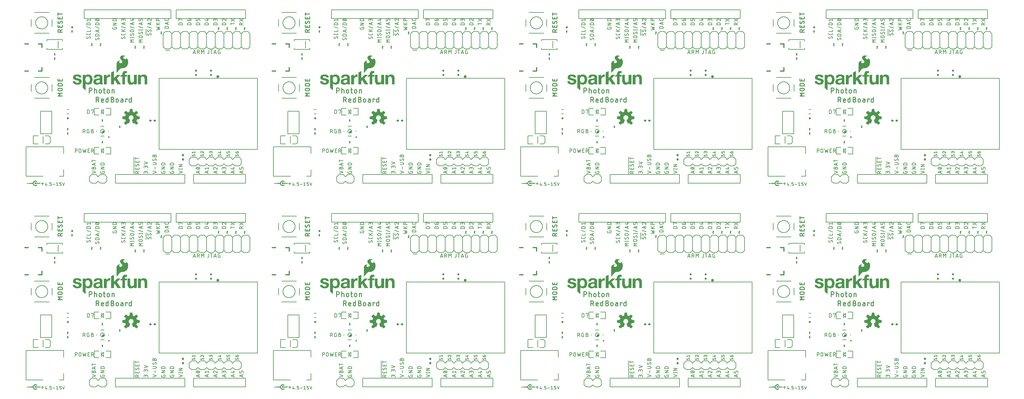
<source format=gto>
G04 EAGLE Gerber RS-274X export*
G75*
%MOMM*%
%FSLAX34Y34*%
%LPD*%
%INSilkscreen Top*%
%IPPOS*%
%AMOC8*
5,1,8,0,0,1.08239X$1,22.5*%
G01*
%ADD10C,0.203200*%
%ADD11C,0.279400*%
%ADD12C,0.228600*%
%ADD13C,0.152400*%
%ADD14C,0.254000*%
%ADD15C,0.508000*%
%ADD16C,0.304800*%
%ADD17R,0.457200X0.762000*%
%ADD18C,0.558800*%
%ADD19C,0.127000*%
%ADD20C,0.800000*%

G36*
X2499597Y780936D02*
X2499597Y780936D01*
X2499705Y780946D01*
X2499718Y780952D01*
X2499732Y780954D01*
X2499829Y781002D01*
X2499928Y781047D01*
X2499941Y781058D01*
X2499950Y781062D01*
X2499965Y781077D01*
X2500042Y781140D01*
X2504350Y785448D01*
X2504413Y785536D01*
X2504479Y785622D01*
X2504484Y785635D01*
X2504492Y785647D01*
X2504523Y785750D01*
X2504559Y785853D01*
X2504559Y785867D01*
X2504563Y785880D01*
X2504559Y785988D01*
X2504560Y786097D01*
X2504555Y786110D01*
X2504555Y786124D01*
X2504517Y786225D01*
X2504482Y786328D01*
X2504473Y786343D01*
X2504469Y786352D01*
X2504455Y786369D01*
X2504401Y786452D01*
X2499587Y792355D01*
X2500665Y794450D01*
X2500672Y794469D01*
X2500713Y794564D01*
X2501431Y796808D01*
X2509010Y797578D01*
X2509114Y797606D01*
X2509220Y797631D01*
X2509232Y797638D01*
X2509245Y797641D01*
X2509335Y797702D01*
X2509428Y797759D01*
X2509436Y797770D01*
X2509448Y797778D01*
X2509514Y797864D01*
X2509583Y797948D01*
X2509587Y797961D01*
X2509596Y797972D01*
X2509630Y798075D01*
X2509669Y798176D01*
X2509670Y798194D01*
X2509674Y798203D01*
X2509673Y798224D01*
X2509683Y798323D01*
X2509683Y804417D01*
X2509666Y804525D01*
X2509652Y804632D01*
X2509646Y804644D01*
X2509644Y804658D01*
X2509592Y804754D01*
X2509545Y804851D01*
X2509535Y804861D01*
X2509529Y804873D01*
X2509449Y804947D01*
X2509373Y805024D01*
X2509361Y805030D01*
X2509351Y805040D01*
X2509252Y805085D01*
X2509154Y805133D01*
X2509137Y805137D01*
X2509128Y805141D01*
X2509107Y805143D01*
X2509010Y805162D01*
X2501431Y805932D01*
X2500713Y808176D01*
X2500704Y808194D01*
X2500665Y808290D01*
X2499587Y810385D01*
X2504401Y816289D01*
X2504455Y816383D01*
X2504512Y816475D01*
X2504515Y816488D01*
X2504522Y816500D01*
X2504543Y816607D01*
X2504568Y816712D01*
X2504566Y816726D01*
X2504569Y816740D01*
X2504554Y816847D01*
X2504544Y816955D01*
X2504538Y816968D01*
X2504536Y816982D01*
X2504488Y817079D01*
X2504443Y817178D01*
X2504432Y817191D01*
X2504428Y817200D01*
X2504413Y817215D01*
X2504350Y817292D01*
X2500042Y821600D01*
X2499954Y821663D01*
X2499868Y821729D01*
X2499855Y821734D01*
X2499843Y821742D01*
X2499740Y821773D01*
X2499637Y821809D01*
X2499623Y821809D01*
X2499610Y821813D01*
X2499502Y821809D01*
X2499393Y821810D01*
X2499380Y821805D01*
X2499366Y821805D01*
X2499265Y821767D01*
X2499162Y821732D01*
X2499147Y821723D01*
X2499138Y821719D01*
X2499121Y821705D01*
X2499039Y821651D01*
X2493135Y816837D01*
X2491040Y817915D01*
X2491021Y817922D01*
X2490926Y817963D01*
X2488682Y818681D01*
X2487912Y826260D01*
X2487884Y826364D01*
X2487859Y826470D01*
X2487852Y826482D01*
X2487849Y826495D01*
X2487788Y826585D01*
X2487731Y826678D01*
X2487720Y826686D01*
X2487712Y826698D01*
X2487626Y826764D01*
X2487542Y826833D01*
X2487529Y826837D01*
X2487518Y826846D01*
X2487415Y826880D01*
X2487314Y826919D01*
X2487296Y826920D01*
X2487287Y826924D01*
X2487266Y826923D01*
X2487167Y826933D01*
X2481073Y826933D01*
X2480965Y826916D01*
X2480858Y826902D01*
X2480846Y826896D01*
X2480832Y826894D01*
X2480736Y826842D01*
X2480639Y826795D01*
X2480629Y826785D01*
X2480617Y826779D01*
X2480543Y826699D01*
X2480466Y826623D01*
X2480460Y826611D01*
X2480450Y826601D01*
X2480405Y826502D01*
X2480357Y826404D01*
X2480353Y826387D01*
X2480349Y826378D01*
X2480347Y826357D01*
X2480328Y826260D01*
X2479558Y818681D01*
X2477314Y817963D01*
X2477296Y817954D01*
X2477200Y817915D01*
X2475105Y816837D01*
X2469202Y821651D01*
X2469107Y821705D01*
X2469015Y821762D01*
X2469002Y821765D01*
X2468990Y821772D01*
X2468883Y821793D01*
X2468778Y821818D01*
X2468764Y821816D01*
X2468750Y821819D01*
X2468643Y821804D01*
X2468535Y821794D01*
X2468522Y821788D01*
X2468509Y821786D01*
X2468411Y821738D01*
X2468312Y821693D01*
X2468299Y821682D01*
X2468290Y821678D01*
X2468275Y821663D01*
X2468198Y821600D01*
X2463890Y817292D01*
X2463827Y817204D01*
X2463761Y817118D01*
X2463756Y817105D01*
X2463748Y817093D01*
X2463717Y816990D01*
X2463681Y816887D01*
X2463681Y816873D01*
X2463677Y816860D01*
X2463681Y816752D01*
X2463680Y816643D01*
X2463685Y816630D01*
X2463685Y816616D01*
X2463723Y816515D01*
X2463758Y816412D01*
X2463767Y816397D01*
X2463771Y816388D01*
X2463785Y816371D01*
X2463839Y816289D01*
X2468653Y810385D01*
X2467575Y808290D01*
X2467568Y808271D01*
X2467527Y808176D01*
X2466809Y805932D01*
X2459230Y805162D01*
X2459126Y805134D01*
X2459020Y805109D01*
X2459008Y805102D01*
X2458995Y805099D01*
X2458905Y805038D01*
X2458812Y804981D01*
X2458804Y804970D01*
X2458792Y804962D01*
X2458726Y804876D01*
X2458658Y804792D01*
X2458653Y804779D01*
X2458644Y804768D01*
X2458610Y804665D01*
X2458571Y804564D01*
X2458570Y804546D01*
X2458566Y804537D01*
X2458567Y804516D01*
X2458557Y804417D01*
X2458557Y798323D01*
X2458575Y798215D01*
X2458588Y798108D01*
X2458594Y798096D01*
X2458596Y798082D01*
X2458648Y797986D01*
X2458695Y797889D01*
X2458705Y797879D01*
X2458711Y797867D01*
X2458791Y797793D01*
X2458867Y797716D01*
X2458879Y797710D01*
X2458890Y797700D01*
X2458988Y797655D01*
X2459086Y797607D01*
X2459103Y797603D01*
X2459112Y797599D01*
X2459133Y797597D01*
X2459230Y797578D01*
X2466809Y796808D01*
X2467527Y794564D01*
X2467536Y794546D01*
X2467575Y794450D01*
X2468653Y792355D01*
X2463839Y786452D01*
X2463785Y786357D01*
X2463728Y786265D01*
X2463725Y786252D01*
X2463718Y786240D01*
X2463697Y786133D01*
X2463672Y786028D01*
X2463674Y786014D01*
X2463671Y786000D01*
X2463686Y785893D01*
X2463696Y785785D01*
X2463702Y785772D01*
X2463704Y785759D01*
X2463752Y785661D01*
X2463797Y785562D01*
X2463808Y785549D01*
X2463812Y785540D01*
X2463827Y785525D01*
X2463890Y785448D01*
X2468198Y781140D01*
X2468286Y781077D01*
X2468372Y781011D01*
X2468385Y781006D01*
X2468397Y780998D01*
X2468500Y780967D01*
X2468603Y780931D01*
X2468617Y780931D01*
X2468630Y780927D01*
X2468738Y780931D01*
X2468847Y780930D01*
X2468860Y780935D01*
X2468874Y780935D01*
X2468975Y780973D01*
X2469078Y781008D01*
X2469093Y781017D01*
X2469102Y781021D01*
X2469119Y781035D01*
X2469202Y781089D01*
X2475105Y785903D01*
X2477199Y784824D01*
X2477252Y784807D01*
X2477301Y784781D01*
X2477367Y784770D01*
X2477431Y784749D01*
X2477487Y784750D01*
X2477541Y784741D01*
X2477608Y784752D01*
X2477675Y784753D01*
X2477727Y784771D01*
X2477782Y784780D01*
X2477841Y784812D01*
X2477905Y784834D01*
X2477949Y784869D01*
X2477998Y784895D01*
X2478043Y784944D01*
X2478096Y784986D01*
X2478127Y785033D01*
X2478165Y785073D01*
X2478221Y785178D01*
X2478229Y785191D01*
X2478230Y785196D01*
X2478234Y785203D01*
X2481822Y793865D01*
X2481847Y793972D01*
X2481876Y794078D01*
X2481875Y794091D01*
X2481878Y794103D01*
X2481867Y794212D01*
X2481860Y794322D01*
X2481855Y794333D01*
X2481854Y794346D01*
X2481808Y794446D01*
X2481767Y794547D01*
X2481758Y794557D01*
X2481753Y794568D01*
X2481678Y794648D01*
X2481606Y794731D01*
X2481593Y794740D01*
X2481586Y794746D01*
X2481568Y794756D01*
X2481483Y794813D01*
X2480197Y795500D01*
X2479128Y796378D01*
X2478250Y797448D01*
X2477597Y798668D01*
X2477196Y799993D01*
X2477060Y801368D01*
X2477209Y802812D01*
X2477649Y804193D01*
X2478362Y805455D01*
X2479318Y806545D01*
X2480476Y807417D01*
X2481788Y808033D01*
X2483198Y808369D01*
X2484647Y808410D01*
X2486074Y808154D01*
X2487418Y807612D01*
X2488624Y806806D01*
X2489639Y805772D01*
X2490422Y804552D01*
X2490939Y803197D01*
X2491168Y801766D01*
X2491101Y800318D01*
X2490739Y798915D01*
X2490098Y797614D01*
X2489204Y796472D01*
X2488097Y795537D01*
X2486754Y794811D01*
X2486669Y794745D01*
X2486581Y794682D01*
X2486572Y794670D01*
X2486561Y794662D01*
X2486501Y794572D01*
X2486438Y794484D01*
X2486434Y794470D01*
X2486426Y794458D01*
X2486399Y794354D01*
X2486367Y794251D01*
X2486368Y794236D01*
X2486364Y794222D01*
X2486372Y794114D01*
X2486375Y794007D01*
X2486380Y793989D01*
X2486381Y793979D01*
X2486390Y793958D01*
X2486418Y793865D01*
X2486933Y792623D01*
X2486933Y792622D01*
X2487243Y791874D01*
X2487243Y791873D01*
X2487553Y791124D01*
X2487864Y790375D01*
X2488484Y788876D01*
X2488795Y788127D01*
X2489105Y787378D01*
X2489415Y786629D01*
X2489415Y786628D01*
X2489726Y785879D01*
X2490006Y785203D01*
X2490035Y785156D01*
X2490056Y785104D01*
X2490099Y785053D01*
X2490135Y784996D01*
X2490178Y784961D01*
X2490214Y784918D01*
X2490271Y784884D01*
X2490323Y784841D01*
X2490375Y784822D01*
X2490423Y784793D01*
X2490489Y784779D01*
X2490552Y784755D01*
X2490607Y784753D01*
X2490662Y784742D01*
X2490728Y784749D01*
X2490795Y784747D01*
X2490849Y784763D01*
X2490904Y784770D01*
X2491015Y784814D01*
X2491029Y784818D01*
X2491033Y784821D01*
X2491041Y784824D01*
X2493135Y785903D01*
X2499039Y781089D01*
X2499133Y781035D01*
X2499225Y780978D01*
X2499238Y780975D01*
X2499250Y780968D01*
X2499357Y780947D01*
X2499462Y780922D01*
X2499476Y780924D01*
X2499490Y780921D01*
X2499597Y780936D01*
G37*
G36*
X1775697Y780936D02*
X1775697Y780936D01*
X1775805Y780946D01*
X1775818Y780952D01*
X1775832Y780954D01*
X1775929Y781002D01*
X1776028Y781047D01*
X1776041Y781058D01*
X1776050Y781062D01*
X1776065Y781077D01*
X1776142Y781140D01*
X1780450Y785448D01*
X1780513Y785536D01*
X1780579Y785622D01*
X1780584Y785635D01*
X1780592Y785647D01*
X1780623Y785750D01*
X1780659Y785853D01*
X1780659Y785867D01*
X1780663Y785880D01*
X1780659Y785988D01*
X1780660Y786097D01*
X1780655Y786110D01*
X1780655Y786124D01*
X1780617Y786225D01*
X1780582Y786328D01*
X1780573Y786343D01*
X1780569Y786352D01*
X1780555Y786369D01*
X1780501Y786452D01*
X1775687Y792355D01*
X1776765Y794450D01*
X1776772Y794469D01*
X1776813Y794564D01*
X1777531Y796808D01*
X1785110Y797578D01*
X1785214Y797606D01*
X1785320Y797631D01*
X1785332Y797638D01*
X1785345Y797641D01*
X1785435Y797702D01*
X1785528Y797759D01*
X1785536Y797770D01*
X1785548Y797778D01*
X1785614Y797864D01*
X1785683Y797948D01*
X1785687Y797961D01*
X1785696Y797972D01*
X1785730Y798075D01*
X1785769Y798176D01*
X1785770Y798194D01*
X1785774Y798203D01*
X1785773Y798224D01*
X1785783Y798323D01*
X1785783Y804417D01*
X1785766Y804525D01*
X1785752Y804632D01*
X1785746Y804644D01*
X1785744Y804658D01*
X1785692Y804754D01*
X1785645Y804851D01*
X1785635Y804861D01*
X1785629Y804873D01*
X1785549Y804947D01*
X1785473Y805024D01*
X1785461Y805030D01*
X1785451Y805040D01*
X1785352Y805085D01*
X1785254Y805133D01*
X1785237Y805137D01*
X1785228Y805141D01*
X1785207Y805143D01*
X1785110Y805162D01*
X1777531Y805932D01*
X1776813Y808176D01*
X1776804Y808194D01*
X1776765Y808290D01*
X1775687Y810385D01*
X1780501Y816289D01*
X1780555Y816383D01*
X1780612Y816475D01*
X1780615Y816488D01*
X1780622Y816500D01*
X1780643Y816607D01*
X1780668Y816712D01*
X1780666Y816726D01*
X1780669Y816740D01*
X1780654Y816847D01*
X1780644Y816955D01*
X1780638Y816968D01*
X1780636Y816982D01*
X1780588Y817079D01*
X1780543Y817178D01*
X1780532Y817191D01*
X1780528Y817200D01*
X1780513Y817215D01*
X1780450Y817292D01*
X1776142Y821600D01*
X1776054Y821663D01*
X1775968Y821729D01*
X1775955Y821734D01*
X1775943Y821742D01*
X1775840Y821773D01*
X1775737Y821809D01*
X1775723Y821809D01*
X1775710Y821813D01*
X1775602Y821809D01*
X1775493Y821810D01*
X1775480Y821805D01*
X1775466Y821805D01*
X1775365Y821767D01*
X1775262Y821732D01*
X1775247Y821723D01*
X1775238Y821719D01*
X1775221Y821705D01*
X1775139Y821651D01*
X1769235Y816837D01*
X1767140Y817915D01*
X1767121Y817922D01*
X1767026Y817963D01*
X1764782Y818681D01*
X1764012Y826260D01*
X1763984Y826364D01*
X1763959Y826470D01*
X1763952Y826482D01*
X1763949Y826495D01*
X1763888Y826585D01*
X1763831Y826678D01*
X1763820Y826686D01*
X1763812Y826698D01*
X1763726Y826764D01*
X1763642Y826833D01*
X1763629Y826837D01*
X1763618Y826846D01*
X1763515Y826880D01*
X1763414Y826919D01*
X1763396Y826920D01*
X1763387Y826924D01*
X1763366Y826923D01*
X1763267Y826933D01*
X1757173Y826933D01*
X1757065Y826916D01*
X1756958Y826902D01*
X1756946Y826896D01*
X1756932Y826894D01*
X1756836Y826842D01*
X1756739Y826795D01*
X1756729Y826785D01*
X1756717Y826779D01*
X1756643Y826699D01*
X1756566Y826623D01*
X1756560Y826611D01*
X1756550Y826601D01*
X1756505Y826502D01*
X1756457Y826404D01*
X1756453Y826387D01*
X1756449Y826378D01*
X1756447Y826357D01*
X1756428Y826260D01*
X1755658Y818681D01*
X1753414Y817963D01*
X1753396Y817954D01*
X1753300Y817915D01*
X1751205Y816837D01*
X1745302Y821651D01*
X1745207Y821705D01*
X1745115Y821762D01*
X1745102Y821765D01*
X1745090Y821772D01*
X1744983Y821793D01*
X1744878Y821818D01*
X1744864Y821816D01*
X1744850Y821819D01*
X1744743Y821804D01*
X1744635Y821794D01*
X1744622Y821788D01*
X1744609Y821786D01*
X1744511Y821738D01*
X1744412Y821693D01*
X1744399Y821682D01*
X1744390Y821678D01*
X1744375Y821663D01*
X1744298Y821600D01*
X1739990Y817292D01*
X1739927Y817204D01*
X1739861Y817118D01*
X1739856Y817105D01*
X1739848Y817093D01*
X1739817Y816990D01*
X1739781Y816887D01*
X1739781Y816873D01*
X1739777Y816860D01*
X1739781Y816752D01*
X1739780Y816643D01*
X1739785Y816630D01*
X1739785Y816616D01*
X1739823Y816515D01*
X1739858Y816412D01*
X1739867Y816397D01*
X1739871Y816388D01*
X1739885Y816371D01*
X1739939Y816289D01*
X1744753Y810385D01*
X1743675Y808290D01*
X1743668Y808271D01*
X1743627Y808176D01*
X1742909Y805932D01*
X1735330Y805162D01*
X1735226Y805134D01*
X1735120Y805109D01*
X1735108Y805102D01*
X1735095Y805099D01*
X1735005Y805038D01*
X1734912Y804981D01*
X1734904Y804970D01*
X1734892Y804962D01*
X1734826Y804876D01*
X1734758Y804792D01*
X1734753Y804779D01*
X1734744Y804768D01*
X1734710Y804665D01*
X1734671Y804564D01*
X1734670Y804546D01*
X1734666Y804537D01*
X1734667Y804516D01*
X1734657Y804417D01*
X1734657Y798323D01*
X1734675Y798215D01*
X1734688Y798108D01*
X1734694Y798096D01*
X1734696Y798082D01*
X1734748Y797986D01*
X1734795Y797889D01*
X1734805Y797879D01*
X1734811Y797867D01*
X1734891Y797793D01*
X1734967Y797716D01*
X1734979Y797710D01*
X1734990Y797700D01*
X1735088Y797655D01*
X1735186Y797607D01*
X1735203Y797603D01*
X1735212Y797599D01*
X1735233Y797597D01*
X1735330Y797578D01*
X1742909Y796808D01*
X1743627Y794564D01*
X1743636Y794546D01*
X1743675Y794450D01*
X1744753Y792355D01*
X1739939Y786452D01*
X1739885Y786357D01*
X1739828Y786265D01*
X1739825Y786252D01*
X1739818Y786240D01*
X1739797Y786133D01*
X1739772Y786028D01*
X1739774Y786014D01*
X1739771Y786000D01*
X1739786Y785893D01*
X1739796Y785785D01*
X1739802Y785772D01*
X1739804Y785759D01*
X1739852Y785661D01*
X1739897Y785562D01*
X1739908Y785549D01*
X1739912Y785540D01*
X1739927Y785525D01*
X1739990Y785448D01*
X1744298Y781140D01*
X1744386Y781077D01*
X1744472Y781011D01*
X1744485Y781006D01*
X1744497Y780998D01*
X1744600Y780967D01*
X1744703Y780931D01*
X1744717Y780931D01*
X1744730Y780927D01*
X1744838Y780931D01*
X1744947Y780930D01*
X1744960Y780935D01*
X1744974Y780935D01*
X1745075Y780973D01*
X1745178Y781008D01*
X1745193Y781017D01*
X1745202Y781021D01*
X1745219Y781035D01*
X1745302Y781089D01*
X1751205Y785903D01*
X1753299Y784824D01*
X1753352Y784807D01*
X1753401Y784781D01*
X1753467Y784770D01*
X1753531Y784749D01*
X1753587Y784750D01*
X1753641Y784741D01*
X1753708Y784752D01*
X1753775Y784753D01*
X1753827Y784771D01*
X1753882Y784780D01*
X1753941Y784812D01*
X1754005Y784834D01*
X1754049Y784869D01*
X1754098Y784895D01*
X1754143Y784944D01*
X1754196Y784986D01*
X1754227Y785033D01*
X1754265Y785073D01*
X1754321Y785178D01*
X1754329Y785191D01*
X1754330Y785196D01*
X1754334Y785203D01*
X1757922Y793865D01*
X1757947Y793972D01*
X1757976Y794078D01*
X1757975Y794091D01*
X1757978Y794103D01*
X1757967Y794212D01*
X1757960Y794322D01*
X1757955Y794333D01*
X1757954Y794346D01*
X1757908Y794446D01*
X1757867Y794547D01*
X1757858Y794557D01*
X1757853Y794568D01*
X1757778Y794648D01*
X1757706Y794731D01*
X1757693Y794740D01*
X1757686Y794746D01*
X1757668Y794756D01*
X1757583Y794813D01*
X1756297Y795500D01*
X1755228Y796378D01*
X1754350Y797448D01*
X1753697Y798668D01*
X1753296Y799993D01*
X1753160Y801368D01*
X1753309Y802812D01*
X1753749Y804193D01*
X1754462Y805455D01*
X1755418Y806545D01*
X1756576Y807417D01*
X1757888Y808033D01*
X1759298Y808369D01*
X1760747Y808410D01*
X1762174Y808154D01*
X1763518Y807612D01*
X1764724Y806806D01*
X1765739Y805772D01*
X1766522Y804552D01*
X1767039Y803197D01*
X1767268Y801766D01*
X1767201Y800318D01*
X1766839Y798915D01*
X1766198Y797614D01*
X1765304Y796472D01*
X1764197Y795537D01*
X1762854Y794811D01*
X1762769Y794745D01*
X1762681Y794682D01*
X1762672Y794670D01*
X1762661Y794662D01*
X1762601Y794572D01*
X1762538Y794484D01*
X1762534Y794470D01*
X1762526Y794458D01*
X1762499Y794354D01*
X1762467Y794251D01*
X1762468Y794236D01*
X1762464Y794222D01*
X1762472Y794114D01*
X1762475Y794007D01*
X1762480Y793989D01*
X1762481Y793979D01*
X1762490Y793958D01*
X1762518Y793865D01*
X1763033Y792623D01*
X1763033Y792622D01*
X1763343Y791874D01*
X1763343Y791873D01*
X1763653Y791124D01*
X1763964Y790375D01*
X1764584Y788876D01*
X1764895Y788127D01*
X1765205Y787378D01*
X1765515Y786629D01*
X1765515Y786628D01*
X1765826Y785879D01*
X1766106Y785203D01*
X1766135Y785156D01*
X1766156Y785104D01*
X1766199Y785053D01*
X1766235Y784996D01*
X1766278Y784961D01*
X1766314Y784918D01*
X1766371Y784884D01*
X1766423Y784841D01*
X1766475Y784822D01*
X1766523Y784793D01*
X1766589Y784779D01*
X1766652Y784755D01*
X1766707Y784753D01*
X1766762Y784742D01*
X1766828Y784749D01*
X1766895Y784747D01*
X1766949Y784763D01*
X1767004Y784770D01*
X1767115Y784814D01*
X1767129Y784818D01*
X1767133Y784821D01*
X1767141Y784824D01*
X1769235Y785903D01*
X1775139Y781089D01*
X1775233Y781035D01*
X1775325Y780978D01*
X1775338Y780975D01*
X1775350Y780968D01*
X1775457Y780947D01*
X1775562Y780922D01*
X1775576Y780924D01*
X1775590Y780921D01*
X1775697Y780936D01*
G37*
G36*
X327897Y780936D02*
X327897Y780936D01*
X328005Y780946D01*
X328018Y780952D01*
X328032Y780954D01*
X328129Y781002D01*
X328228Y781047D01*
X328241Y781058D01*
X328250Y781062D01*
X328265Y781077D01*
X328342Y781140D01*
X332650Y785448D01*
X332713Y785536D01*
X332779Y785622D01*
X332784Y785635D01*
X332792Y785647D01*
X332823Y785750D01*
X332859Y785853D01*
X332859Y785867D01*
X332863Y785880D01*
X332859Y785988D01*
X332860Y786097D01*
X332855Y786110D01*
X332855Y786124D01*
X332817Y786225D01*
X332782Y786328D01*
X332773Y786343D01*
X332769Y786352D01*
X332755Y786369D01*
X332701Y786452D01*
X327887Y792355D01*
X328965Y794450D01*
X328972Y794469D01*
X329013Y794564D01*
X329731Y796808D01*
X337310Y797578D01*
X337414Y797606D01*
X337520Y797631D01*
X337532Y797638D01*
X337545Y797641D01*
X337635Y797702D01*
X337728Y797759D01*
X337736Y797770D01*
X337748Y797778D01*
X337814Y797864D01*
X337883Y797948D01*
X337887Y797961D01*
X337896Y797972D01*
X337930Y798075D01*
X337969Y798176D01*
X337970Y798194D01*
X337974Y798203D01*
X337973Y798224D01*
X337983Y798323D01*
X337983Y804417D01*
X337966Y804525D01*
X337952Y804632D01*
X337946Y804644D01*
X337944Y804658D01*
X337892Y804754D01*
X337845Y804851D01*
X337835Y804861D01*
X337829Y804873D01*
X337749Y804947D01*
X337673Y805024D01*
X337661Y805030D01*
X337651Y805040D01*
X337552Y805085D01*
X337454Y805133D01*
X337437Y805137D01*
X337428Y805141D01*
X337407Y805143D01*
X337310Y805162D01*
X329731Y805932D01*
X329013Y808176D01*
X329004Y808194D01*
X328965Y808290D01*
X327887Y810385D01*
X332701Y816289D01*
X332755Y816383D01*
X332812Y816475D01*
X332815Y816488D01*
X332822Y816500D01*
X332843Y816607D01*
X332868Y816712D01*
X332866Y816726D01*
X332869Y816740D01*
X332854Y816847D01*
X332844Y816955D01*
X332838Y816968D01*
X332836Y816982D01*
X332788Y817079D01*
X332743Y817178D01*
X332732Y817191D01*
X332728Y817200D01*
X332713Y817215D01*
X332650Y817292D01*
X328342Y821600D01*
X328254Y821663D01*
X328168Y821729D01*
X328155Y821734D01*
X328143Y821742D01*
X328040Y821773D01*
X327937Y821809D01*
X327923Y821809D01*
X327910Y821813D01*
X327802Y821809D01*
X327693Y821810D01*
X327680Y821805D01*
X327666Y821805D01*
X327565Y821767D01*
X327462Y821732D01*
X327447Y821723D01*
X327438Y821719D01*
X327421Y821705D01*
X327339Y821651D01*
X321435Y816837D01*
X319340Y817915D01*
X319321Y817922D01*
X319226Y817963D01*
X316982Y818681D01*
X316212Y826260D01*
X316184Y826364D01*
X316159Y826470D01*
X316152Y826482D01*
X316149Y826495D01*
X316088Y826585D01*
X316031Y826678D01*
X316020Y826686D01*
X316012Y826698D01*
X315926Y826764D01*
X315842Y826833D01*
X315829Y826837D01*
X315818Y826846D01*
X315715Y826880D01*
X315614Y826919D01*
X315596Y826920D01*
X315587Y826924D01*
X315566Y826923D01*
X315467Y826933D01*
X309373Y826933D01*
X309265Y826916D01*
X309158Y826902D01*
X309146Y826896D01*
X309132Y826894D01*
X309036Y826842D01*
X308939Y826795D01*
X308929Y826785D01*
X308917Y826779D01*
X308843Y826699D01*
X308766Y826623D01*
X308760Y826611D01*
X308750Y826601D01*
X308705Y826502D01*
X308657Y826404D01*
X308653Y826387D01*
X308649Y826378D01*
X308647Y826357D01*
X308628Y826260D01*
X307858Y818681D01*
X305614Y817963D01*
X305596Y817954D01*
X305500Y817915D01*
X303405Y816837D01*
X297502Y821651D01*
X297407Y821705D01*
X297315Y821762D01*
X297302Y821765D01*
X297290Y821772D01*
X297183Y821793D01*
X297078Y821818D01*
X297064Y821816D01*
X297050Y821819D01*
X296943Y821804D01*
X296835Y821794D01*
X296822Y821788D01*
X296809Y821786D01*
X296711Y821738D01*
X296612Y821693D01*
X296599Y821682D01*
X296590Y821678D01*
X296575Y821663D01*
X296498Y821600D01*
X292190Y817292D01*
X292127Y817204D01*
X292061Y817118D01*
X292056Y817105D01*
X292048Y817093D01*
X292017Y816990D01*
X291981Y816887D01*
X291981Y816873D01*
X291977Y816860D01*
X291981Y816752D01*
X291980Y816643D01*
X291985Y816630D01*
X291985Y816616D01*
X292023Y816515D01*
X292058Y816412D01*
X292067Y816397D01*
X292071Y816388D01*
X292085Y816371D01*
X292139Y816289D01*
X296953Y810385D01*
X295875Y808290D01*
X295868Y808271D01*
X295827Y808176D01*
X295109Y805932D01*
X287530Y805162D01*
X287426Y805134D01*
X287320Y805109D01*
X287308Y805102D01*
X287295Y805099D01*
X287205Y805038D01*
X287112Y804981D01*
X287104Y804970D01*
X287092Y804962D01*
X287026Y804876D01*
X286958Y804792D01*
X286953Y804779D01*
X286944Y804768D01*
X286910Y804665D01*
X286871Y804564D01*
X286870Y804546D01*
X286866Y804537D01*
X286867Y804516D01*
X286857Y804417D01*
X286857Y798323D01*
X286875Y798215D01*
X286888Y798108D01*
X286894Y798096D01*
X286896Y798082D01*
X286948Y797986D01*
X286995Y797889D01*
X287005Y797879D01*
X287011Y797867D01*
X287091Y797793D01*
X287167Y797716D01*
X287179Y797710D01*
X287190Y797700D01*
X287288Y797655D01*
X287386Y797607D01*
X287403Y797603D01*
X287412Y797599D01*
X287433Y797597D01*
X287530Y797578D01*
X295109Y796808D01*
X295827Y794564D01*
X295836Y794546D01*
X295875Y794450D01*
X296953Y792355D01*
X292139Y786452D01*
X292085Y786357D01*
X292028Y786265D01*
X292025Y786252D01*
X292018Y786240D01*
X291997Y786133D01*
X291972Y786028D01*
X291974Y786014D01*
X291971Y786000D01*
X291986Y785893D01*
X291996Y785785D01*
X292002Y785772D01*
X292004Y785759D01*
X292052Y785661D01*
X292097Y785562D01*
X292108Y785549D01*
X292112Y785540D01*
X292127Y785525D01*
X292190Y785448D01*
X296498Y781140D01*
X296586Y781077D01*
X296672Y781011D01*
X296685Y781006D01*
X296697Y780998D01*
X296800Y780967D01*
X296903Y780931D01*
X296917Y780931D01*
X296930Y780927D01*
X297038Y780931D01*
X297147Y780930D01*
X297160Y780935D01*
X297174Y780935D01*
X297275Y780973D01*
X297378Y781008D01*
X297393Y781017D01*
X297402Y781021D01*
X297419Y781035D01*
X297502Y781089D01*
X303405Y785903D01*
X305499Y784824D01*
X305552Y784807D01*
X305601Y784781D01*
X305667Y784770D01*
X305731Y784749D01*
X305787Y784750D01*
X305841Y784741D01*
X305908Y784752D01*
X305975Y784753D01*
X306027Y784771D01*
X306082Y784780D01*
X306141Y784812D01*
X306205Y784834D01*
X306249Y784869D01*
X306298Y784895D01*
X306343Y784944D01*
X306396Y784986D01*
X306427Y785033D01*
X306465Y785073D01*
X306521Y785178D01*
X306529Y785191D01*
X306530Y785196D01*
X306534Y785203D01*
X310122Y793865D01*
X310147Y793972D01*
X310176Y794078D01*
X310175Y794091D01*
X310178Y794103D01*
X310167Y794212D01*
X310160Y794322D01*
X310155Y794333D01*
X310154Y794346D01*
X310108Y794446D01*
X310067Y794547D01*
X310058Y794557D01*
X310053Y794568D01*
X309978Y794648D01*
X309906Y794731D01*
X309893Y794740D01*
X309886Y794746D01*
X309868Y794756D01*
X309783Y794813D01*
X308497Y795500D01*
X307428Y796378D01*
X306550Y797448D01*
X305897Y798668D01*
X305496Y799993D01*
X305360Y801368D01*
X305509Y802812D01*
X305949Y804193D01*
X306662Y805455D01*
X307618Y806545D01*
X308776Y807417D01*
X310088Y808033D01*
X311498Y808369D01*
X312947Y808410D01*
X314374Y808154D01*
X315718Y807612D01*
X316924Y806806D01*
X317939Y805772D01*
X318722Y804552D01*
X319239Y803197D01*
X319468Y801766D01*
X319401Y800318D01*
X319039Y798915D01*
X318398Y797614D01*
X317504Y796472D01*
X316397Y795537D01*
X315054Y794811D01*
X314969Y794745D01*
X314881Y794682D01*
X314872Y794670D01*
X314861Y794662D01*
X314801Y794572D01*
X314738Y794484D01*
X314734Y794470D01*
X314726Y794458D01*
X314699Y794354D01*
X314667Y794251D01*
X314668Y794236D01*
X314664Y794222D01*
X314672Y794114D01*
X314675Y794007D01*
X314680Y793989D01*
X314681Y793979D01*
X314690Y793958D01*
X314718Y793865D01*
X315233Y792623D01*
X315233Y792622D01*
X315543Y791874D01*
X315543Y791873D01*
X315853Y791124D01*
X316164Y790375D01*
X316784Y788876D01*
X317095Y788127D01*
X317405Y787378D01*
X317715Y786629D01*
X317715Y786628D01*
X318026Y785879D01*
X318306Y785203D01*
X318335Y785156D01*
X318356Y785104D01*
X318399Y785053D01*
X318435Y784996D01*
X318478Y784961D01*
X318514Y784918D01*
X318571Y784884D01*
X318623Y784841D01*
X318675Y784822D01*
X318723Y784793D01*
X318789Y784779D01*
X318852Y784755D01*
X318907Y784753D01*
X318962Y784742D01*
X319028Y784749D01*
X319095Y784747D01*
X319149Y784763D01*
X319204Y784770D01*
X319315Y784814D01*
X319329Y784818D01*
X319333Y784821D01*
X319341Y784824D01*
X321435Y785903D01*
X327339Y781089D01*
X327433Y781035D01*
X327525Y780978D01*
X327538Y780975D01*
X327550Y780968D01*
X327657Y780947D01*
X327762Y780922D01*
X327776Y780924D01*
X327790Y780921D01*
X327897Y780936D01*
G37*
G36*
X1051797Y780936D02*
X1051797Y780936D01*
X1051905Y780946D01*
X1051918Y780952D01*
X1051932Y780954D01*
X1052029Y781002D01*
X1052128Y781047D01*
X1052141Y781058D01*
X1052150Y781062D01*
X1052165Y781077D01*
X1052242Y781140D01*
X1056550Y785448D01*
X1056613Y785536D01*
X1056679Y785622D01*
X1056684Y785635D01*
X1056692Y785647D01*
X1056723Y785750D01*
X1056759Y785853D01*
X1056759Y785867D01*
X1056763Y785880D01*
X1056759Y785988D01*
X1056760Y786097D01*
X1056755Y786110D01*
X1056755Y786124D01*
X1056717Y786225D01*
X1056682Y786328D01*
X1056673Y786343D01*
X1056669Y786352D01*
X1056655Y786369D01*
X1056601Y786452D01*
X1051787Y792355D01*
X1052865Y794450D01*
X1052872Y794469D01*
X1052913Y794564D01*
X1053631Y796808D01*
X1061210Y797578D01*
X1061314Y797606D01*
X1061420Y797631D01*
X1061432Y797638D01*
X1061445Y797641D01*
X1061535Y797702D01*
X1061628Y797759D01*
X1061636Y797770D01*
X1061648Y797778D01*
X1061714Y797864D01*
X1061783Y797948D01*
X1061787Y797961D01*
X1061796Y797972D01*
X1061830Y798075D01*
X1061869Y798176D01*
X1061870Y798194D01*
X1061874Y798203D01*
X1061873Y798224D01*
X1061883Y798323D01*
X1061883Y804417D01*
X1061866Y804525D01*
X1061852Y804632D01*
X1061846Y804644D01*
X1061844Y804658D01*
X1061792Y804754D01*
X1061745Y804851D01*
X1061735Y804861D01*
X1061729Y804873D01*
X1061649Y804947D01*
X1061573Y805024D01*
X1061561Y805030D01*
X1061551Y805040D01*
X1061452Y805085D01*
X1061354Y805133D01*
X1061337Y805137D01*
X1061328Y805141D01*
X1061307Y805143D01*
X1061210Y805162D01*
X1053631Y805932D01*
X1052913Y808176D01*
X1052904Y808194D01*
X1052865Y808290D01*
X1051787Y810385D01*
X1056601Y816289D01*
X1056655Y816383D01*
X1056712Y816475D01*
X1056715Y816488D01*
X1056722Y816500D01*
X1056743Y816607D01*
X1056768Y816712D01*
X1056766Y816726D01*
X1056769Y816740D01*
X1056754Y816847D01*
X1056744Y816955D01*
X1056738Y816968D01*
X1056736Y816982D01*
X1056688Y817079D01*
X1056643Y817178D01*
X1056632Y817191D01*
X1056628Y817200D01*
X1056613Y817215D01*
X1056550Y817292D01*
X1052242Y821600D01*
X1052154Y821663D01*
X1052068Y821729D01*
X1052055Y821734D01*
X1052043Y821742D01*
X1051940Y821773D01*
X1051837Y821809D01*
X1051823Y821809D01*
X1051810Y821813D01*
X1051702Y821809D01*
X1051593Y821810D01*
X1051580Y821805D01*
X1051566Y821805D01*
X1051465Y821767D01*
X1051362Y821732D01*
X1051347Y821723D01*
X1051338Y821719D01*
X1051321Y821705D01*
X1051239Y821651D01*
X1045335Y816837D01*
X1043240Y817915D01*
X1043221Y817922D01*
X1043126Y817963D01*
X1040882Y818681D01*
X1040112Y826260D01*
X1040084Y826364D01*
X1040059Y826470D01*
X1040052Y826482D01*
X1040049Y826495D01*
X1039988Y826585D01*
X1039931Y826678D01*
X1039920Y826686D01*
X1039912Y826698D01*
X1039826Y826764D01*
X1039742Y826833D01*
X1039729Y826837D01*
X1039718Y826846D01*
X1039615Y826880D01*
X1039514Y826919D01*
X1039496Y826920D01*
X1039487Y826924D01*
X1039466Y826923D01*
X1039367Y826933D01*
X1033273Y826933D01*
X1033165Y826916D01*
X1033058Y826902D01*
X1033046Y826896D01*
X1033032Y826894D01*
X1032936Y826842D01*
X1032839Y826795D01*
X1032829Y826785D01*
X1032817Y826779D01*
X1032743Y826699D01*
X1032666Y826623D01*
X1032660Y826611D01*
X1032650Y826601D01*
X1032605Y826502D01*
X1032557Y826404D01*
X1032553Y826387D01*
X1032549Y826378D01*
X1032547Y826357D01*
X1032528Y826260D01*
X1031758Y818681D01*
X1029514Y817963D01*
X1029496Y817954D01*
X1029400Y817915D01*
X1027305Y816837D01*
X1021402Y821651D01*
X1021307Y821705D01*
X1021215Y821762D01*
X1021202Y821765D01*
X1021190Y821772D01*
X1021083Y821793D01*
X1020978Y821818D01*
X1020964Y821816D01*
X1020950Y821819D01*
X1020843Y821804D01*
X1020735Y821794D01*
X1020722Y821788D01*
X1020709Y821786D01*
X1020611Y821738D01*
X1020512Y821693D01*
X1020499Y821682D01*
X1020490Y821678D01*
X1020475Y821663D01*
X1020398Y821600D01*
X1016090Y817292D01*
X1016027Y817204D01*
X1015961Y817118D01*
X1015956Y817105D01*
X1015948Y817093D01*
X1015917Y816990D01*
X1015881Y816887D01*
X1015881Y816873D01*
X1015877Y816860D01*
X1015881Y816752D01*
X1015880Y816643D01*
X1015885Y816630D01*
X1015885Y816616D01*
X1015923Y816515D01*
X1015958Y816412D01*
X1015967Y816397D01*
X1015971Y816388D01*
X1015985Y816371D01*
X1016039Y816289D01*
X1020853Y810385D01*
X1019775Y808290D01*
X1019768Y808271D01*
X1019727Y808176D01*
X1019009Y805932D01*
X1011430Y805162D01*
X1011326Y805134D01*
X1011220Y805109D01*
X1011208Y805102D01*
X1011195Y805099D01*
X1011105Y805038D01*
X1011012Y804981D01*
X1011004Y804970D01*
X1010992Y804962D01*
X1010926Y804876D01*
X1010858Y804792D01*
X1010853Y804779D01*
X1010844Y804768D01*
X1010810Y804665D01*
X1010771Y804564D01*
X1010770Y804546D01*
X1010766Y804537D01*
X1010767Y804516D01*
X1010757Y804417D01*
X1010757Y798323D01*
X1010775Y798215D01*
X1010788Y798108D01*
X1010794Y798096D01*
X1010796Y798082D01*
X1010848Y797986D01*
X1010895Y797889D01*
X1010905Y797879D01*
X1010911Y797867D01*
X1010991Y797793D01*
X1011067Y797716D01*
X1011079Y797710D01*
X1011090Y797700D01*
X1011188Y797655D01*
X1011286Y797607D01*
X1011303Y797603D01*
X1011312Y797599D01*
X1011333Y797597D01*
X1011430Y797578D01*
X1019009Y796808D01*
X1019727Y794564D01*
X1019736Y794546D01*
X1019775Y794450D01*
X1020853Y792355D01*
X1016039Y786452D01*
X1015985Y786357D01*
X1015928Y786265D01*
X1015925Y786252D01*
X1015918Y786240D01*
X1015897Y786133D01*
X1015872Y786028D01*
X1015874Y786014D01*
X1015871Y786000D01*
X1015886Y785893D01*
X1015896Y785785D01*
X1015902Y785772D01*
X1015904Y785759D01*
X1015952Y785661D01*
X1015997Y785562D01*
X1016008Y785549D01*
X1016012Y785540D01*
X1016027Y785525D01*
X1016090Y785448D01*
X1020398Y781140D01*
X1020486Y781077D01*
X1020572Y781011D01*
X1020585Y781006D01*
X1020597Y780998D01*
X1020700Y780967D01*
X1020803Y780931D01*
X1020817Y780931D01*
X1020830Y780927D01*
X1020938Y780931D01*
X1021047Y780930D01*
X1021060Y780935D01*
X1021074Y780935D01*
X1021175Y780973D01*
X1021278Y781008D01*
X1021293Y781017D01*
X1021302Y781021D01*
X1021319Y781035D01*
X1021402Y781089D01*
X1027305Y785903D01*
X1029399Y784824D01*
X1029452Y784807D01*
X1029501Y784781D01*
X1029567Y784770D01*
X1029631Y784749D01*
X1029687Y784750D01*
X1029741Y784741D01*
X1029808Y784752D01*
X1029875Y784753D01*
X1029927Y784771D01*
X1029982Y784780D01*
X1030041Y784812D01*
X1030105Y784834D01*
X1030149Y784869D01*
X1030198Y784895D01*
X1030243Y784944D01*
X1030296Y784986D01*
X1030327Y785033D01*
X1030365Y785073D01*
X1030421Y785178D01*
X1030429Y785191D01*
X1030430Y785196D01*
X1030434Y785203D01*
X1034022Y793865D01*
X1034047Y793972D01*
X1034076Y794078D01*
X1034075Y794091D01*
X1034078Y794103D01*
X1034067Y794212D01*
X1034060Y794322D01*
X1034055Y794333D01*
X1034054Y794346D01*
X1034008Y794446D01*
X1033967Y794547D01*
X1033958Y794557D01*
X1033953Y794568D01*
X1033878Y794648D01*
X1033806Y794731D01*
X1033793Y794740D01*
X1033786Y794746D01*
X1033768Y794756D01*
X1033683Y794813D01*
X1032397Y795500D01*
X1031328Y796378D01*
X1030450Y797448D01*
X1029797Y798668D01*
X1029396Y799993D01*
X1029260Y801368D01*
X1029409Y802812D01*
X1029849Y804193D01*
X1030562Y805455D01*
X1031518Y806545D01*
X1032676Y807417D01*
X1033988Y808033D01*
X1035398Y808369D01*
X1036847Y808410D01*
X1038274Y808154D01*
X1039618Y807612D01*
X1040824Y806806D01*
X1041839Y805772D01*
X1042622Y804552D01*
X1043139Y803197D01*
X1043368Y801766D01*
X1043301Y800318D01*
X1042939Y798915D01*
X1042298Y797614D01*
X1041404Y796472D01*
X1040297Y795537D01*
X1038954Y794811D01*
X1038869Y794745D01*
X1038781Y794682D01*
X1038772Y794670D01*
X1038761Y794662D01*
X1038701Y794572D01*
X1038638Y794484D01*
X1038634Y794470D01*
X1038626Y794458D01*
X1038599Y794354D01*
X1038567Y794251D01*
X1038568Y794236D01*
X1038564Y794222D01*
X1038572Y794114D01*
X1038575Y794007D01*
X1038580Y793989D01*
X1038581Y793979D01*
X1038590Y793958D01*
X1038618Y793865D01*
X1039133Y792623D01*
X1039133Y792622D01*
X1039443Y791874D01*
X1039443Y791873D01*
X1039753Y791124D01*
X1040064Y790375D01*
X1040684Y788876D01*
X1040995Y788127D01*
X1041305Y787378D01*
X1041615Y786629D01*
X1041615Y786628D01*
X1041926Y785879D01*
X1042206Y785203D01*
X1042235Y785156D01*
X1042256Y785104D01*
X1042299Y785053D01*
X1042335Y784996D01*
X1042378Y784961D01*
X1042414Y784918D01*
X1042471Y784884D01*
X1042523Y784841D01*
X1042575Y784822D01*
X1042623Y784793D01*
X1042689Y784779D01*
X1042752Y784755D01*
X1042807Y784753D01*
X1042862Y784742D01*
X1042928Y784749D01*
X1042995Y784747D01*
X1043049Y784763D01*
X1043104Y784770D01*
X1043215Y784814D01*
X1043229Y784818D01*
X1043233Y784821D01*
X1043241Y784824D01*
X1045335Y785903D01*
X1051239Y781089D01*
X1051333Y781035D01*
X1051425Y780978D01*
X1051438Y780975D01*
X1051450Y780968D01*
X1051557Y780947D01*
X1051662Y780922D01*
X1051676Y780924D01*
X1051690Y780921D01*
X1051797Y780936D01*
G37*
G36*
X1051797Y184036D02*
X1051797Y184036D01*
X1051905Y184046D01*
X1051918Y184052D01*
X1051932Y184054D01*
X1052029Y184102D01*
X1052128Y184147D01*
X1052141Y184158D01*
X1052150Y184162D01*
X1052165Y184177D01*
X1052242Y184240D01*
X1056550Y188548D01*
X1056613Y188636D01*
X1056679Y188722D01*
X1056684Y188735D01*
X1056692Y188747D01*
X1056723Y188850D01*
X1056759Y188953D01*
X1056759Y188967D01*
X1056763Y188980D01*
X1056759Y189088D01*
X1056760Y189197D01*
X1056755Y189210D01*
X1056755Y189224D01*
X1056717Y189325D01*
X1056682Y189428D01*
X1056673Y189443D01*
X1056669Y189452D01*
X1056655Y189469D01*
X1056601Y189552D01*
X1051787Y195455D01*
X1052865Y197550D01*
X1052872Y197569D01*
X1052913Y197664D01*
X1053631Y199908D01*
X1061210Y200678D01*
X1061314Y200706D01*
X1061420Y200731D01*
X1061432Y200738D01*
X1061445Y200741D01*
X1061535Y200802D01*
X1061628Y200859D01*
X1061636Y200870D01*
X1061648Y200878D01*
X1061714Y200964D01*
X1061783Y201048D01*
X1061787Y201061D01*
X1061796Y201072D01*
X1061830Y201175D01*
X1061869Y201276D01*
X1061870Y201294D01*
X1061874Y201303D01*
X1061873Y201324D01*
X1061883Y201423D01*
X1061883Y207517D01*
X1061866Y207625D01*
X1061852Y207732D01*
X1061846Y207744D01*
X1061844Y207758D01*
X1061792Y207854D01*
X1061745Y207951D01*
X1061735Y207961D01*
X1061729Y207973D01*
X1061649Y208047D01*
X1061573Y208124D01*
X1061561Y208130D01*
X1061551Y208140D01*
X1061452Y208185D01*
X1061354Y208233D01*
X1061337Y208237D01*
X1061328Y208241D01*
X1061307Y208243D01*
X1061210Y208262D01*
X1053631Y209032D01*
X1052913Y211276D01*
X1052904Y211294D01*
X1052865Y211390D01*
X1051787Y213485D01*
X1056601Y219389D01*
X1056655Y219483D01*
X1056712Y219575D01*
X1056715Y219588D01*
X1056722Y219600D01*
X1056743Y219707D01*
X1056768Y219812D01*
X1056766Y219826D01*
X1056769Y219840D01*
X1056754Y219947D01*
X1056744Y220055D01*
X1056738Y220068D01*
X1056736Y220082D01*
X1056688Y220179D01*
X1056643Y220278D01*
X1056632Y220291D01*
X1056628Y220300D01*
X1056613Y220315D01*
X1056550Y220392D01*
X1052242Y224700D01*
X1052154Y224763D01*
X1052068Y224829D01*
X1052055Y224834D01*
X1052043Y224842D01*
X1051940Y224873D01*
X1051837Y224909D01*
X1051823Y224909D01*
X1051810Y224913D01*
X1051702Y224909D01*
X1051593Y224910D01*
X1051580Y224905D01*
X1051566Y224905D01*
X1051465Y224867D01*
X1051362Y224832D01*
X1051347Y224823D01*
X1051338Y224819D01*
X1051321Y224805D01*
X1051239Y224751D01*
X1045335Y219937D01*
X1043240Y221015D01*
X1043221Y221022D01*
X1043126Y221063D01*
X1040882Y221781D01*
X1040112Y229360D01*
X1040084Y229464D01*
X1040059Y229570D01*
X1040052Y229582D01*
X1040049Y229595D01*
X1039988Y229685D01*
X1039931Y229778D01*
X1039920Y229786D01*
X1039912Y229798D01*
X1039826Y229864D01*
X1039742Y229933D01*
X1039729Y229937D01*
X1039718Y229946D01*
X1039615Y229980D01*
X1039514Y230019D01*
X1039496Y230020D01*
X1039487Y230024D01*
X1039466Y230023D01*
X1039367Y230033D01*
X1033273Y230033D01*
X1033165Y230016D01*
X1033058Y230002D01*
X1033046Y229996D01*
X1033032Y229994D01*
X1032936Y229942D01*
X1032839Y229895D01*
X1032829Y229885D01*
X1032817Y229879D01*
X1032743Y229799D01*
X1032666Y229723D01*
X1032660Y229711D01*
X1032650Y229701D01*
X1032605Y229602D01*
X1032557Y229504D01*
X1032553Y229487D01*
X1032549Y229478D01*
X1032547Y229457D01*
X1032528Y229360D01*
X1031758Y221781D01*
X1029514Y221063D01*
X1029496Y221054D01*
X1029400Y221015D01*
X1027305Y219937D01*
X1021402Y224751D01*
X1021307Y224805D01*
X1021215Y224862D01*
X1021202Y224865D01*
X1021190Y224872D01*
X1021083Y224893D01*
X1020978Y224918D01*
X1020964Y224916D01*
X1020950Y224919D01*
X1020843Y224904D01*
X1020735Y224894D01*
X1020722Y224888D01*
X1020709Y224886D01*
X1020611Y224838D01*
X1020512Y224793D01*
X1020499Y224782D01*
X1020490Y224778D01*
X1020475Y224763D01*
X1020398Y224700D01*
X1016090Y220392D01*
X1016027Y220304D01*
X1015961Y220218D01*
X1015956Y220205D01*
X1015948Y220193D01*
X1015917Y220090D01*
X1015881Y219987D01*
X1015881Y219973D01*
X1015877Y219960D01*
X1015881Y219852D01*
X1015880Y219743D01*
X1015885Y219730D01*
X1015885Y219716D01*
X1015923Y219615D01*
X1015958Y219512D01*
X1015967Y219497D01*
X1015971Y219488D01*
X1015985Y219471D01*
X1016039Y219389D01*
X1020853Y213485D01*
X1019775Y211390D01*
X1019768Y211371D01*
X1019727Y211276D01*
X1019009Y209032D01*
X1011430Y208262D01*
X1011326Y208234D01*
X1011220Y208209D01*
X1011208Y208202D01*
X1011195Y208199D01*
X1011105Y208138D01*
X1011012Y208081D01*
X1011004Y208070D01*
X1010992Y208062D01*
X1010926Y207976D01*
X1010858Y207892D01*
X1010853Y207879D01*
X1010844Y207868D01*
X1010810Y207765D01*
X1010771Y207664D01*
X1010770Y207646D01*
X1010766Y207637D01*
X1010767Y207616D01*
X1010757Y207517D01*
X1010757Y201423D01*
X1010775Y201315D01*
X1010788Y201208D01*
X1010794Y201196D01*
X1010796Y201182D01*
X1010848Y201086D01*
X1010895Y200989D01*
X1010905Y200979D01*
X1010911Y200967D01*
X1010991Y200893D01*
X1011067Y200816D01*
X1011079Y200810D01*
X1011090Y200800D01*
X1011188Y200755D01*
X1011286Y200707D01*
X1011303Y200703D01*
X1011312Y200699D01*
X1011333Y200697D01*
X1011430Y200678D01*
X1019009Y199908D01*
X1019727Y197664D01*
X1019736Y197646D01*
X1019775Y197550D01*
X1020853Y195455D01*
X1016039Y189552D01*
X1015985Y189457D01*
X1015928Y189365D01*
X1015925Y189352D01*
X1015918Y189340D01*
X1015897Y189233D01*
X1015872Y189128D01*
X1015874Y189114D01*
X1015871Y189100D01*
X1015886Y188993D01*
X1015896Y188885D01*
X1015902Y188872D01*
X1015904Y188859D01*
X1015952Y188761D01*
X1015997Y188662D01*
X1016008Y188649D01*
X1016012Y188640D01*
X1016027Y188625D01*
X1016090Y188548D01*
X1020398Y184240D01*
X1020486Y184177D01*
X1020572Y184111D01*
X1020585Y184106D01*
X1020597Y184098D01*
X1020700Y184067D01*
X1020803Y184031D01*
X1020817Y184031D01*
X1020830Y184027D01*
X1020938Y184031D01*
X1021047Y184030D01*
X1021060Y184035D01*
X1021074Y184035D01*
X1021175Y184073D01*
X1021278Y184108D01*
X1021293Y184117D01*
X1021302Y184121D01*
X1021319Y184135D01*
X1021402Y184189D01*
X1027305Y189003D01*
X1029399Y187924D01*
X1029452Y187907D01*
X1029501Y187881D01*
X1029567Y187870D01*
X1029631Y187849D01*
X1029687Y187850D01*
X1029741Y187841D01*
X1029808Y187852D01*
X1029875Y187853D01*
X1029927Y187871D01*
X1029982Y187880D01*
X1030041Y187912D01*
X1030105Y187934D01*
X1030149Y187969D01*
X1030198Y187995D01*
X1030243Y188044D01*
X1030296Y188086D01*
X1030327Y188133D01*
X1030365Y188173D01*
X1030421Y188278D01*
X1030429Y188291D01*
X1030430Y188296D01*
X1030434Y188303D01*
X1034022Y196965D01*
X1034047Y197072D01*
X1034076Y197178D01*
X1034075Y197191D01*
X1034078Y197203D01*
X1034067Y197312D01*
X1034060Y197422D01*
X1034055Y197433D01*
X1034054Y197446D01*
X1034008Y197546D01*
X1033967Y197647D01*
X1033958Y197657D01*
X1033953Y197668D01*
X1033878Y197748D01*
X1033806Y197831D01*
X1033793Y197840D01*
X1033786Y197846D01*
X1033768Y197856D01*
X1033683Y197913D01*
X1032397Y198600D01*
X1031328Y199478D01*
X1030450Y200548D01*
X1029797Y201768D01*
X1029396Y203093D01*
X1029260Y204468D01*
X1029409Y205912D01*
X1029849Y207293D01*
X1030562Y208555D01*
X1031518Y209645D01*
X1032676Y210517D01*
X1033988Y211133D01*
X1035398Y211469D01*
X1036847Y211510D01*
X1038274Y211254D01*
X1039618Y210712D01*
X1040824Y209906D01*
X1041839Y208872D01*
X1042622Y207652D01*
X1043139Y206297D01*
X1043368Y204866D01*
X1043301Y203418D01*
X1042939Y202015D01*
X1042298Y200714D01*
X1041404Y199572D01*
X1040297Y198637D01*
X1038954Y197911D01*
X1038869Y197845D01*
X1038781Y197782D01*
X1038772Y197770D01*
X1038761Y197762D01*
X1038701Y197672D01*
X1038638Y197584D01*
X1038634Y197570D01*
X1038626Y197558D01*
X1038599Y197454D01*
X1038567Y197351D01*
X1038568Y197336D01*
X1038564Y197322D01*
X1038572Y197214D01*
X1038575Y197107D01*
X1038580Y197089D01*
X1038581Y197079D01*
X1038590Y197058D01*
X1038618Y196965D01*
X1039133Y195723D01*
X1039133Y195722D01*
X1039443Y194974D01*
X1039443Y194973D01*
X1039753Y194224D01*
X1040064Y193475D01*
X1040684Y191976D01*
X1040995Y191227D01*
X1041305Y190478D01*
X1041615Y189729D01*
X1041615Y189728D01*
X1041926Y188979D01*
X1042206Y188303D01*
X1042235Y188256D01*
X1042256Y188204D01*
X1042299Y188153D01*
X1042335Y188096D01*
X1042378Y188061D01*
X1042414Y188018D01*
X1042471Y187984D01*
X1042523Y187941D01*
X1042575Y187922D01*
X1042623Y187893D01*
X1042689Y187879D01*
X1042752Y187855D01*
X1042807Y187853D01*
X1042862Y187842D01*
X1042928Y187849D01*
X1042995Y187847D01*
X1043049Y187863D01*
X1043104Y187870D01*
X1043215Y187914D01*
X1043229Y187918D01*
X1043233Y187921D01*
X1043241Y187924D01*
X1045335Y189003D01*
X1051239Y184189D01*
X1051333Y184135D01*
X1051425Y184078D01*
X1051438Y184075D01*
X1051450Y184068D01*
X1051557Y184047D01*
X1051662Y184022D01*
X1051676Y184024D01*
X1051690Y184021D01*
X1051797Y184036D01*
G37*
G36*
X2499597Y184036D02*
X2499597Y184036D01*
X2499705Y184046D01*
X2499718Y184052D01*
X2499732Y184054D01*
X2499829Y184102D01*
X2499928Y184147D01*
X2499941Y184158D01*
X2499950Y184162D01*
X2499965Y184177D01*
X2500042Y184240D01*
X2504350Y188548D01*
X2504413Y188636D01*
X2504479Y188722D01*
X2504484Y188735D01*
X2504492Y188747D01*
X2504523Y188850D01*
X2504559Y188953D01*
X2504559Y188967D01*
X2504563Y188980D01*
X2504559Y189088D01*
X2504560Y189197D01*
X2504555Y189210D01*
X2504555Y189224D01*
X2504517Y189325D01*
X2504482Y189428D01*
X2504473Y189443D01*
X2504469Y189452D01*
X2504455Y189469D01*
X2504401Y189552D01*
X2499587Y195455D01*
X2500665Y197550D01*
X2500672Y197569D01*
X2500713Y197664D01*
X2501431Y199908D01*
X2509010Y200678D01*
X2509114Y200706D01*
X2509220Y200731D01*
X2509232Y200738D01*
X2509245Y200741D01*
X2509335Y200802D01*
X2509428Y200859D01*
X2509436Y200870D01*
X2509448Y200878D01*
X2509514Y200964D01*
X2509583Y201048D01*
X2509587Y201061D01*
X2509596Y201072D01*
X2509630Y201175D01*
X2509669Y201276D01*
X2509670Y201294D01*
X2509674Y201303D01*
X2509673Y201324D01*
X2509683Y201423D01*
X2509683Y207517D01*
X2509666Y207625D01*
X2509652Y207732D01*
X2509646Y207744D01*
X2509644Y207758D01*
X2509592Y207854D01*
X2509545Y207951D01*
X2509535Y207961D01*
X2509529Y207973D01*
X2509449Y208047D01*
X2509373Y208124D01*
X2509361Y208130D01*
X2509351Y208140D01*
X2509252Y208185D01*
X2509154Y208233D01*
X2509137Y208237D01*
X2509128Y208241D01*
X2509107Y208243D01*
X2509010Y208262D01*
X2501431Y209032D01*
X2500713Y211276D01*
X2500704Y211294D01*
X2500665Y211390D01*
X2499587Y213485D01*
X2504401Y219389D01*
X2504455Y219483D01*
X2504512Y219575D01*
X2504515Y219588D01*
X2504522Y219600D01*
X2504543Y219707D01*
X2504568Y219812D01*
X2504566Y219826D01*
X2504569Y219840D01*
X2504554Y219947D01*
X2504544Y220055D01*
X2504538Y220068D01*
X2504536Y220082D01*
X2504488Y220179D01*
X2504443Y220278D01*
X2504432Y220291D01*
X2504428Y220300D01*
X2504413Y220315D01*
X2504350Y220392D01*
X2500042Y224700D01*
X2499954Y224763D01*
X2499868Y224829D01*
X2499855Y224834D01*
X2499843Y224842D01*
X2499740Y224873D01*
X2499637Y224909D01*
X2499623Y224909D01*
X2499610Y224913D01*
X2499502Y224909D01*
X2499393Y224910D01*
X2499380Y224905D01*
X2499366Y224905D01*
X2499265Y224867D01*
X2499162Y224832D01*
X2499147Y224823D01*
X2499138Y224819D01*
X2499121Y224805D01*
X2499039Y224751D01*
X2493135Y219937D01*
X2491040Y221015D01*
X2491021Y221022D01*
X2490926Y221063D01*
X2488682Y221781D01*
X2487912Y229360D01*
X2487884Y229464D01*
X2487859Y229570D01*
X2487852Y229582D01*
X2487849Y229595D01*
X2487788Y229685D01*
X2487731Y229778D01*
X2487720Y229786D01*
X2487712Y229798D01*
X2487626Y229864D01*
X2487542Y229933D01*
X2487529Y229937D01*
X2487518Y229946D01*
X2487415Y229980D01*
X2487314Y230019D01*
X2487296Y230020D01*
X2487287Y230024D01*
X2487266Y230023D01*
X2487167Y230033D01*
X2481073Y230033D01*
X2480965Y230016D01*
X2480858Y230002D01*
X2480846Y229996D01*
X2480832Y229994D01*
X2480736Y229942D01*
X2480639Y229895D01*
X2480629Y229885D01*
X2480617Y229879D01*
X2480543Y229799D01*
X2480466Y229723D01*
X2480460Y229711D01*
X2480450Y229701D01*
X2480405Y229602D01*
X2480357Y229504D01*
X2480353Y229487D01*
X2480349Y229478D01*
X2480347Y229457D01*
X2480328Y229360D01*
X2479558Y221781D01*
X2477314Y221063D01*
X2477296Y221054D01*
X2477200Y221015D01*
X2475105Y219937D01*
X2469202Y224751D01*
X2469107Y224805D01*
X2469015Y224862D01*
X2469002Y224865D01*
X2468990Y224872D01*
X2468883Y224893D01*
X2468778Y224918D01*
X2468764Y224916D01*
X2468750Y224919D01*
X2468643Y224904D01*
X2468535Y224894D01*
X2468522Y224888D01*
X2468509Y224886D01*
X2468411Y224838D01*
X2468312Y224793D01*
X2468299Y224782D01*
X2468290Y224778D01*
X2468275Y224763D01*
X2468198Y224700D01*
X2463890Y220392D01*
X2463827Y220304D01*
X2463761Y220218D01*
X2463756Y220205D01*
X2463748Y220193D01*
X2463717Y220090D01*
X2463681Y219987D01*
X2463681Y219973D01*
X2463677Y219960D01*
X2463681Y219852D01*
X2463680Y219743D01*
X2463685Y219730D01*
X2463685Y219716D01*
X2463723Y219615D01*
X2463758Y219512D01*
X2463767Y219497D01*
X2463771Y219488D01*
X2463785Y219471D01*
X2463839Y219389D01*
X2468653Y213485D01*
X2467575Y211390D01*
X2467568Y211371D01*
X2467527Y211276D01*
X2466809Y209032D01*
X2459230Y208262D01*
X2459126Y208234D01*
X2459020Y208209D01*
X2459008Y208202D01*
X2458995Y208199D01*
X2458905Y208138D01*
X2458812Y208081D01*
X2458804Y208070D01*
X2458792Y208062D01*
X2458726Y207976D01*
X2458658Y207892D01*
X2458653Y207879D01*
X2458644Y207868D01*
X2458610Y207765D01*
X2458571Y207664D01*
X2458570Y207646D01*
X2458566Y207637D01*
X2458567Y207616D01*
X2458557Y207517D01*
X2458557Y201423D01*
X2458575Y201315D01*
X2458588Y201208D01*
X2458594Y201196D01*
X2458596Y201182D01*
X2458648Y201086D01*
X2458695Y200989D01*
X2458705Y200979D01*
X2458711Y200967D01*
X2458791Y200893D01*
X2458867Y200816D01*
X2458879Y200810D01*
X2458890Y200800D01*
X2458988Y200755D01*
X2459086Y200707D01*
X2459103Y200703D01*
X2459112Y200699D01*
X2459133Y200697D01*
X2459230Y200678D01*
X2466809Y199908D01*
X2467527Y197664D01*
X2467536Y197646D01*
X2467575Y197550D01*
X2468653Y195455D01*
X2463839Y189552D01*
X2463785Y189457D01*
X2463728Y189365D01*
X2463725Y189352D01*
X2463718Y189340D01*
X2463697Y189233D01*
X2463672Y189128D01*
X2463674Y189114D01*
X2463671Y189100D01*
X2463686Y188993D01*
X2463696Y188885D01*
X2463702Y188872D01*
X2463704Y188859D01*
X2463752Y188761D01*
X2463797Y188662D01*
X2463808Y188649D01*
X2463812Y188640D01*
X2463827Y188625D01*
X2463890Y188548D01*
X2468198Y184240D01*
X2468286Y184177D01*
X2468372Y184111D01*
X2468385Y184106D01*
X2468397Y184098D01*
X2468500Y184067D01*
X2468603Y184031D01*
X2468617Y184031D01*
X2468630Y184027D01*
X2468738Y184031D01*
X2468847Y184030D01*
X2468860Y184035D01*
X2468874Y184035D01*
X2468975Y184073D01*
X2469078Y184108D01*
X2469093Y184117D01*
X2469102Y184121D01*
X2469119Y184135D01*
X2469202Y184189D01*
X2475105Y189003D01*
X2477199Y187924D01*
X2477252Y187907D01*
X2477301Y187881D01*
X2477367Y187870D01*
X2477431Y187849D01*
X2477487Y187850D01*
X2477541Y187841D01*
X2477608Y187852D01*
X2477675Y187853D01*
X2477727Y187871D01*
X2477782Y187880D01*
X2477841Y187912D01*
X2477905Y187934D01*
X2477949Y187969D01*
X2477998Y187995D01*
X2478043Y188044D01*
X2478096Y188086D01*
X2478127Y188133D01*
X2478165Y188173D01*
X2478221Y188278D01*
X2478229Y188291D01*
X2478230Y188296D01*
X2478234Y188303D01*
X2481822Y196965D01*
X2481847Y197072D01*
X2481876Y197178D01*
X2481875Y197191D01*
X2481878Y197203D01*
X2481867Y197312D01*
X2481860Y197422D01*
X2481855Y197433D01*
X2481854Y197446D01*
X2481808Y197546D01*
X2481767Y197647D01*
X2481758Y197657D01*
X2481753Y197668D01*
X2481678Y197748D01*
X2481606Y197831D01*
X2481593Y197840D01*
X2481586Y197846D01*
X2481568Y197856D01*
X2481483Y197913D01*
X2480197Y198600D01*
X2479128Y199478D01*
X2478250Y200548D01*
X2477597Y201768D01*
X2477196Y203093D01*
X2477060Y204468D01*
X2477209Y205912D01*
X2477649Y207293D01*
X2478362Y208555D01*
X2479318Y209645D01*
X2480476Y210517D01*
X2481788Y211133D01*
X2483198Y211469D01*
X2484647Y211510D01*
X2486074Y211254D01*
X2487418Y210712D01*
X2488624Y209906D01*
X2489639Y208872D01*
X2490422Y207652D01*
X2490939Y206297D01*
X2491168Y204866D01*
X2491101Y203418D01*
X2490739Y202015D01*
X2490098Y200714D01*
X2489204Y199572D01*
X2488097Y198637D01*
X2486754Y197911D01*
X2486669Y197845D01*
X2486581Y197782D01*
X2486572Y197770D01*
X2486561Y197762D01*
X2486501Y197672D01*
X2486438Y197584D01*
X2486434Y197570D01*
X2486426Y197558D01*
X2486399Y197454D01*
X2486367Y197351D01*
X2486368Y197336D01*
X2486364Y197322D01*
X2486372Y197214D01*
X2486375Y197107D01*
X2486380Y197089D01*
X2486381Y197079D01*
X2486390Y197058D01*
X2486418Y196965D01*
X2486933Y195723D01*
X2486933Y195722D01*
X2487243Y194974D01*
X2487243Y194973D01*
X2487553Y194224D01*
X2487864Y193475D01*
X2488484Y191976D01*
X2488795Y191227D01*
X2489105Y190478D01*
X2489415Y189729D01*
X2489415Y189728D01*
X2489726Y188979D01*
X2490006Y188303D01*
X2490035Y188256D01*
X2490056Y188204D01*
X2490099Y188153D01*
X2490135Y188096D01*
X2490178Y188061D01*
X2490214Y188018D01*
X2490271Y187984D01*
X2490323Y187941D01*
X2490375Y187922D01*
X2490423Y187893D01*
X2490489Y187879D01*
X2490552Y187855D01*
X2490607Y187853D01*
X2490662Y187842D01*
X2490728Y187849D01*
X2490795Y187847D01*
X2490849Y187863D01*
X2490904Y187870D01*
X2491015Y187914D01*
X2491029Y187918D01*
X2491033Y187921D01*
X2491041Y187924D01*
X2493135Y189003D01*
X2499039Y184189D01*
X2499133Y184135D01*
X2499225Y184078D01*
X2499238Y184075D01*
X2499250Y184068D01*
X2499357Y184047D01*
X2499462Y184022D01*
X2499476Y184024D01*
X2499490Y184021D01*
X2499597Y184036D01*
G37*
G36*
X1775697Y184036D02*
X1775697Y184036D01*
X1775805Y184046D01*
X1775818Y184052D01*
X1775832Y184054D01*
X1775929Y184102D01*
X1776028Y184147D01*
X1776041Y184158D01*
X1776050Y184162D01*
X1776065Y184177D01*
X1776142Y184240D01*
X1780450Y188548D01*
X1780513Y188636D01*
X1780579Y188722D01*
X1780584Y188735D01*
X1780592Y188747D01*
X1780623Y188850D01*
X1780659Y188953D01*
X1780659Y188967D01*
X1780663Y188980D01*
X1780659Y189088D01*
X1780660Y189197D01*
X1780655Y189210D01*
X1780655Y189224D01*
X1780617Y189325D01*
X1780582Y189428D01*
X1780573Y189443D01*
X1780569Y189452D01*
X1780555Y189469D01*
X1780501Y189552D01*
X1775687Y195455D01*
X1776765Y197550D01*
X1776772Y197569D01*
X1776813Y197664D01*
X1777531Y199908D01*
X1785110Y200678D01*
X1785214Y200706D01*
X1785320Y200731D01*
X1785332Y200738D01*
X1785345Y200741D01*
X1785435Y200802D01*
X1785528Y200859D01*
X1785536Y200870D01*
X1785548Y200878D01*
X1785614Y200964D01*
X1785683Y201048D01*
X1785687Y201061D01*
X1785696Y201072D01*
X1785730Y201175D01*
X1785769Y201276D01*
X1785770Y201294D01*
X1785774Y201303D01*
X1785773Y201324D01*
X1785783Y201423D01*
X1785783Y207517D01*
X1785766Y207625D01*
X1785752Y207732D01*
X1785746Y207744D01*
X1785744Y207758D01*
X1785692Y207854D01*
X1785645Y207951D01*
X1785635Y207961D01*
X1785629Y207973D01*
X1785549Y208047D01*
X1785473Y208124D01*
X1785461Y208130D01*
X1785451Y208140D01*
X1785352Y208185D01*
X1785254Y208233D01*
X1785237Y208237D01*
X1785228Y208241D01*
X1785207Y208243D01*
X1785110Y208262D01*
X1777531Y209032D01*
X1776813Y211276D01*
X1776804Y211294D01*
X1776765Y211390D01*
X1775687Y213485D01*
X1780501Y219389D01*
X1780555Y219483D01*
X1780612Y219575D01*
X1780615Y219588D01*
X1780622Y219600D01*
X1780643Y219707D01*
X1780668Y219812D01*
X1780666Y219826D01*
X1780669Y219840D01*
X1780654Y219947D01*
X1780644Y220055D01*
X1780638Y220068D01*
X1780636Y220082D01*
X1780588Y220179D01*
X1780543Y220278D01*
X1780532Y220291D01*
X1780528Y220300D01*
X1780513Y220315D01*
X1780450Y220392D01*
X1776142Y224700D01*
X1776054Y224763D01*
X1775968Y224829D01*
X1775955Y224834D01*
X1775943Y224842D01*
X1775840Y224873D01*
X1775737Y224909D01*
X1775723Y224909D01*
X1775710Y224913D01*
X1775602Y224909D01*
X1775493Y224910D01*
X1775480Y224905D01*
X1775466Y224905D01*
X1775365Y224867D01*
X1775262Y224832D01*
X1775247Y224823D01*
X1775238Y224819D01*
X1775221Y224805D01*
X1775139Y224751D01*
X1769235Y219937D01*
X1767140Y221015D01*
X1767121Y221022D01*
X1767026Y221063D01*
X1764782Y221781D01*
X1764012Y229360D01*
X1763984Y229464D01*
X1763959Y229570D01*
X1763952Y229582D01*
X1763949Y229595D01*
X1763888Y229685D01*
X1763831Y229778D01*
X1763820Y229786D01*
X1763812Y229798D01*
X1763726Y229864D01*
X1763642Y229933D01*
X1763629Y229937D01*
X1763618Y229946D01*
X1763515Y229980D01*
X1763414Y230019D01*
X1763396Y230020D01*
X1763387Y230024D01*
X1763366Y230023D01*
X1763267Y230033D01*
X1757173Y230033D01*
X1757065Y230016D01*
X1756958Y230002D01*
X1756946Y229996D01*
X1756932Y229994D01*
X1756836Y229942D01*
X1756739Y229895D01*
X1756729Y229885D01*
X1756717Y229879D01*
X1756643Y229799D01*
X1756566Y229723D01*
X1756560Y229711D01*
X1756550Y229701D01*
X1756505Y229602D01*
X1756457Y229504D01*
X1756453Y229487D01*
X1756449Y229478D01*
X1756447Y229457D01*
X1756428Y229360D01*
X1755658Y221781D01*
X1753414Y221063D01*
X1753396Y221054D01*
X1753300Y221015D01*
X1751205Y219937D01*
X1745302Y224751D01*
X1745207Y224805D01*
X1745115Y224862D01*
X1745102Y224865D01*
X1745090Y224872D01*
X1744983Y224893D01*
X1744878Y224918D01*
X1744864Y224916D01*
X1744850Y224919D01*
X1744743Y224904D01*
X1744635Y224894D01*
X1744622Y224888D01*
X1744609Y224886D01*
X1744511Y224838D01*
X1744412Y224793D01*
X1744399Y224782D01*
X1744390Y224778D01*
X1744375Y224763D01*
X1744298Y224700D01*
X1739990Y220392D01*
X1739927Y220304D01*
X1739861Y220218D01*
X1739856Y220205D01*
X1739848Y220193D01*
X1739817Y220090D01*
X1739781Y219987D01*
X1739781Y219973D01*
X1739777Y219960D01*
X1739781Y219852D01*
X1739780Y219743D01*
X1739785Y219730D01*
X1739785Y219716D01*
X1739823Y219615D01*
X1739858Y219512D01*
X1739867Y219497D01*
X1739871Y219488D01*
X1739885Y219471D01*
X1739939Y219389D01*
X1744753Y213485D01*
X1743675Y211390D01*
X1743668Y211371D01*
X1743627Y211276D01*
X1742909Y209032D01*
X1735330Y208262D01*
X1735226Y208234D01*
X1735120Y208209D01*
X1735108Y208202D01*
X1735095Y208199D01*
X1735005Y208138D01*
X1734912Y208081D01*
X1734904Y208070D01*
X1734892Y208062D01*
X1734826Y207976D01*
X1734758Y207892D01*
X1734753Y207879D01*
X1734744Y207868D01*
X1734710Y207765D01*
X1734671Y207664D01*
X1734670Y207646D01*
X1734666Y207637D01*
X1734667Y207616D01*
X1734657Y207517D01*
X1734657Y201423D01*
X1734675Y201315D01*
X1734688Y201208D01*
X1734694Y201196D01*
X1734696Y201182D01*
X1734748Y201086D01*
X1734795Y200989D01*
X1734805Y200979D01*
X1734811Y200967D01*
X1734891Y200893D01*
X1734967Y200816D01*
X1734979Y200810D01*
X1734990Y200800D01*
X1735088Y200755D01*
X1735186Y200707D01*
X1735203Y200703D01*
X1735212Y200699D01*
X1735233Y200697D01*
X1735330Y200678D01*
X1742909Y199908D01*
X1743627Y197664D01*
X1743636Y197646D01*
X1743675Y197550D01*
X1744753Y195455D01*
X1739939Y189552D01*
X1739885Y189457D01*
X1739828Y189365D01*
X1739825Y189352D01*
X1739818Y189340D01*
X1739797Y189233D01*
X1739772Y189128D01*
X1739774Y189114D01*
X1739771Y189100D01*
X1739786Y188993D01*
X1739796Y188885D01*
X1739802Y188872D01*
X1739804Y188859D01*
X1739852Y188761D01*
X1739897Y188662D01*
X1739908Y188649D01*
X1739912Y188640D01*
X1739927Y188625D01*
X1739990Y188548D01*
X1744298Y184240D01*
X1744386Y184177D01*
X1744472Y184111D01*
X1744485Y184106D01*
X1744497Y184098D01*
X1744600Y184067D01*
X1744703Y184031D01*
X1744717Y184031D01*
X1744730Y184027D01*
X1744838Y184031D01*
X1744947Y184030D01*
X1744960Y184035D01*
X1744974Y184035D01*
X1745075Y184073D01*
X1745178Y184108D01*
X1745193Y184117D01*
X1745202Y184121D01*
X1745219Y184135D01*
X1745302Y184189D01*
X1751205Y189003D01*
X1753299Y187924D01*
X1753352Y187907D01*
X1753401Y187881D01*
X1753467Y187870D01*
X1753531Y187849D01*
X1753587Y187850D01*
X1753641Y187841D01*
X1753708Y187852D01*
X1753775Y187853D01*
X1753827Y187871D01*
X1753882Y187880D01*
X1753941Y187912D01*
X1754005Y187934D01*
X1754049Y187969D01*
X1754098Y187995D01*
X1754143Y188044D01*
X1754196Y188086D01*
X1754227Y188133D01*
X1754265Y188173D01*
X1754321Y188278D01*
X1754329Y188291D01*
X1754330Y188296D01*
X1754334Y188303D01*
X1757922Y196965D01*
X1757947Y197072D01*
X1757976Y197178D01*
X1757975Y197191D01*
X1757978Y197203D01*
X1757967Y197312D01*
X1757960Y197422D01*
X1757955Y197433D01*
X1757954Y197446D01*
X1757908Y197546D01*
X1757867Y197647D01*
X1757858Y197657D01*
X1757853Y197668D01*
X1757778Y197748D01*
X1757706Y197831D01*
X1757693Y197840D01*
X1757686Y197846D01*
X1757668Y197856D01*
X1757583Y197913D01*
X1756297Y198600D01*
X1755228Y199478D01*
X1754350Y200548D01*
X1753697Y201768D01*
X1753296Y203093D01*
X1753160Y204468D01*
X1753309Y205912D01*
X1753749Y207293D01*
X1754462Y208555D01*
X1755418Y209645D01*
X1756576Y210517D01*
X1757888Y211133D01*
X1759298Y211469D01*
X1760747Y211510D01*
X1762174Y211254D01*
X1763518Y210712D01*
X1764724Y209906D01*
X1765739Y208872D01*
X1766522Y207652D01*
X1767039Y206297D01*
X1767268Y204866D01*
X1767201Y203418D01*
X1766839Y202015D01*
X1766198Y200714D01*
X1765304Y199572D01*
X1764197Y198637D01*
X1762854Y197911D01*
X1762769Y197845D01*
X1762681Y197782D01*
X1762672Y197770D01*
X1762661Y197762D01*
X1762601Y197672D01*
X1762538Y197584D01*
X1762534Y197570D01*
X1762526Y197558D01*
X1762499Y197454D01*
X1762467Y197351D01*
X1762468Y197336D01*
X1762464Y197322D01*
X1762472Y197214D01*
X1762475Y197107D01*
X1762480Y197089D01*
X1762481Y197079D01*
X1762490Y197058D01*
X1762518Y196965D01*
X1763033Y195723D01*
X1763033Y195722D01*
X1763343Y194974D01*
X1763343Y194973D01*
X1763653Y194224D01*
X1763964Y193475D01*
X1764584Y191976D01*
X1764895Y191227D01*
X1765205Y190478D01*
X1765515Y189729D01*
X1765515Y189728D01*
X1765826Y188979D01*
X1766106Y188303D01*
X1766135Y188256D01*
X1766156Y188204D01*
X1766199Y188153D01*
X1766235Y188096D01*
X1766278Y188061D01*
X1766314Y188018D01*
X1766371Y187984D01*
X1766423Y187941D01*
X1766475Y187922D01*
X1766523Y187893D01*
X1766589Y187879D01*
X1766652Y187855D01*
X1766707Y187853D01*
X1766762Y187842D01*
X1766828Y187849D01*
X1766895Y187847D01*
X1766949Y187863D01*
X1767004Y187870D01*
X1767115Y187914D01*
X1767129Y187918D01*
X1767133Y187921D01*
X1767141Y187924D01*
X1769235Y189003D01*
X1775139Y184189D01*
X1775233Y184135D01*
X1775325Y184078D01*
X1775338Y184075D01*
X1775350Y184068D01*
X1775457Y184047D01*
X1775562Y184022D01*
X1775576Y184024D01*
X1775590Y184021D01*
X1775697Y184036D01*
G37*
G36*
X327897Y184036D02*
X327897Y184036D01*
X328005Y184046D01*
X328018Y184052D01*
X328032Y184054D01*
X328129Y184102D01*
X328228Y184147D01*
X328241Y184158D01*
X328250Y184162D01*
X328265Y184177D01*
X328342Y184240D01*
X332650Y188548D01*
X332713Y188636D01*
X332779Y188722D01*
X332784Y188735D01*
X332792Y188747D01*
X332823Y188850D01*
X332859Y188953D01*
X332859Y188967D01*
X332863Y188980D01*
X332859Y189088D01*
X332860Y189197D01*
X332855Y189210D01*
X332855Y189224D01*
X332817Y189325D01*
X332782Y189428D01*
X332773Y189443D01*
X332769Y189452D01*
X332755Y189469D01*
X332701Y189552D01*
X327887Y195455D01*
X328965Y197550D01*
X328972Y197569D01*
X329013Y197664D01*
X329731Y199908D01*
X337310Y200678D01*
X337414Y200706D01*
X337520Y200731D01*
X337532Y200738D01*
X337545Y200741D01*
X337635Y200802D01*
X337728Y200859D01*
X337736Y200870D01*
X337748Y200878D01*
X337814Y200964D01*
X337883Y201048D01*
X337887Y201061D01*
X337896Y201072D01*
X337930Y201175D01*
X337969Y201276D01*
X337970Y201294D01*
X337974Y201303D01*
X337973Y201324D01*
X337983Y201423D01*
X337983Y207517D01*
X337966Y207625D01*
X337952Y207732D01*
X337946Y207744D01*
X337944Y207758D01*
X337892Y207854D01*
X337845Y207951D01*
X337835Y207961D01*
X337829Y207973D01*
X337749Y208047D01*
X337673Y208124D01*
X337661Y208130D01*
X337651Y208140D01*
X337552Y208185D01*
X337454Y208233D01*
X337437Y208237D01*
X337428Y208241D01*
X337407Y208243D01*
X337310Y208262D01*
X329731Y209032D01*
X329013Y211276D01*
X329004Y211294D01*
X328965Y211390D01*
X327887Y213485D01*
X332701Y219389D01*
X332755Y219483D01*
X332812Y219575D01*
X332815Y219588D01*
X332822Y219600D01*
X332843Y219707D01*
X332868Y219812D01*
X332866Y219826D01*
X332869Y219840D01*
X332854Y219947D01*
X332844Y220055D01*
X332838Y220068D01*
X332836Y220082D01*
X332788Y220179D01*
X332743Y220278D01*
X332732Y220291D01*
X332728Y220300D01*
X332713Y220315D01*
X332650Y220392D01*
X328342Y224700D01*
X328254Y224763D01*
X328168Y224829D01*
X328155Y224834D01*
X328143Y224842D01*
X328040Y224873D01*
X327937Y224909D01*
X327923Y224909D01*
X327910Y224913D01*
X327802Y224909D01*
X327693Y224910D01*
X327680Y224905D01*
X327666Y224905D01*
X327565Y224867D01*
X327462Y224832D01*
X327447Y224823D01*
X327438Y224819D01*
X327421Y224805D01*
X327339Y224751D01*
X321435Y219937D01*
X319340Y221015D01*
X319321Y221022D01*
X319226Y221063D01*
X316982Y221781D01*
X316212Y229360D01*
X316184Y229464D01*
X316159Y229570D01*
X316152Y229582D01*
X316149Y229595D01*
X316088Y229685D01*
X316031Y229778D01*
X316020Y229786D01*
X316012Y229798D01*
X315926Y229864D01*
X315842Y229933D01*
X315829Y229937D01*
X315818Y229946D01*
X315715Y229980D01*
X315614Y230019D01*
X315596Y230020D01*
X315587Y230024D01*
X315566Y230023D01*
X315467Y230033D01*
X309373Y230033D01*
X309265Y230016D01*
X309158Y230002D01*
X309146Y229996D01*
X309132Y229994D01*
X309036Y229942D01*
X308939Y229895D01*
X308929Y229885D01*
X308917Y229879D01*
X308843Y229799D01*
X308766Y229723D01*
X308760Y229711D01*
X308750Y229701D01*
X308705Y229602D01*
X308657Y229504D01*
X308653Y229487D01*
X308649Y229478D01*
X308647Y229457D01*
X308628Y229360D01*
X307858Y221781D01*
X305614Y221063D01*
X305596Y221054D01*
X305500Y221015D01*
X303405Y219937D01*
X297502Y224751D01*
X297407Y224805D01*
X297315Y224862D01*
X297302Y224865D01*
X297290Y224872D01*
X297183Y224893D01*
X297078Y224918D01*
X297064Y224916D01*
X297050Y224919D01*
X296943Y224904D01*
X296835Y224894D01*
X296822Y224888D01*
X296809Y224886D01*
X296711Y224838D01*
X296612Y224793D01*
X296599Y224782D01*
X296590Y224778D01*
X296575Y224763D01*
X296498Y224700D01*
X292190Y220392D01*
X292127Y220304D01*
X292061Y220218D01*
X292056Y220205D01*
X292048Y220193D01*
X292017Y220090D01*
X291981Y219987D01*
X291981Y219973D01*
X291977Y219960D01*
X291981Y219852D01*
X291980Y219743D01*
X291985Y219730D01*
X291985Y219716D01*
X292023Y219615D01*
X292058Y219512D01*
X292067Y219497D01*
X292071Y219488D01*
X292085Y219471D01*
X292139Y219389D01*
X296953Y213485D01*
X295875Y211390D01*
X295868Y211371D01*
X295827Y211276D01*
X295109Y209032D01*
X287530Y208262D01*
X287426Y208234D01*
X287320Y208209D01*
X287308Y208202D01*
X287295Y208199D01*
X287205Y208138D01*
X287112Y208081D01*
X287104Y208070D01*
X287092Y208062D01*
X287026Y207976D01*
X286958Y207892D01*
X286953Y207879D01*
X286944Y207868D01*
X286910Y207765D01*
X286871Y207664D01*
X286870Y207646D01*
X286866Y207637D01*
X286867Y207616D01*
X286857Y207517D01*
X286857Y201423D01*
X286875Y201315D01*
X286888Y201208D01*
X286894Y201196D01*
X286896Y201182D01*
X286948Y201086D01*
X286995Y200989D01*
X287005Y200979D01*
X287011Y200967D01*
X287091Y200893D01*
X287167Y200816D01*
X287179Y200810D01*
X287190Y200800D01*
X287288Y200755D01*
X287386Y200707D01*
X287403Y200703D01*
X287412Y200699D01*
X287433Y200697D01*
X287530Y200678D01*
X295109Y199908D01*
X295827Y197664D01*
X295836Y197646D01*
X295875Y197550D01*
X296953Y195455D01*
X292139Y189552D01*
X292085Y189457D01*
X292028Y189365D01*
X292025Y189352D01*
X292018Y189340D01*
X291997Y189233D01*
X291972Y189128D01*
X291974Y189114D01*
X291971Y189100D01*
X291986Y188993D01*
X291996Y188885D01*
X292002Y188872D01*
X292004Y188859D01*
X292052Y188761D01*
X292097Y188662D01*
X292108Y188649D01*
X292112Y188640D01*
X292127Y188625D01*
X292190Y188548D01*
X296498Y184240D01*
X296586Y184177D01*
X296672Y184111D01*
X296685Y184106D01*
X296697Y184098D01*
X296800Y184067D01*
X296903Y184031D01*
X296917Y184031D01*
X296930Y184027D01*
X297038Y184031D01*
X297147Y184030D01*
X297160Y184035D01*
X297174Y184035D01*
X297275Y184073D01*
X297378Y184108D01*
X297393Y184117D01*
X297402Y184121D01*
X297419Y184135D01*
X297502Y184189D01*
X303405Y189003D01*
X305499Y187924D01*
X305552Y187907D01*
X305601Y187881D01*
X305667Y187870D01*
X305731Y187849D01*
X305787Y187850D01*
X305841Y187841D01*
X305908Y187852D01*
X305975Y187853D01*
X306027Y187871D01*
X306082Y187880D01*
X306141Y187912D01*
X306205Y187934D01*
X306249Y187969D01*
X306298Y187995D01*
X306343Y188044D01*
X306396Y188086D01*
X306427Y188133D01*
X306465Y188173D01*
X306521Y188278D01*
X306529Y188291D01*
X306530Y188296D01*
X306534Y188303D01*
X310122Y196965D01*
X310147Y197072D01*
X310176Y197178D01*
X310175Y197191D01*
X310178Y197203D01*
X310167Y197312D01*
X310160Y197422D01*
X310155Y197433D01*
X310154Y197446D01*
X310108Y197546D01*
X310067Y197647D01*
X310058Y197657D01*
X310053Y197668D01*
X309978Y197748D01*
X309906Y197831D01*
X309893Y197840D01*
X309886Y197846D01*
X309868Y197856D01*
X309783Y197913D01*
X308497Y198600D01*
X307428Y199478D01*
X306550Y200548D01*
X305897Y201768D01*
X305496Y203093D01*
X305360Y204468D01*
X305509Y205912D01*
X305949Y207293D01*
X306662Y208555D01*
X307618Y209645D01*
X308776Y210517D01*
X310088Y211133D01*
X311498Y211469D01*
X312947Y211510D01*
X314374Y211254D01*
X315718Y210712D01*
X316924Y209906D01*
X317939Y208872D01*
X318722Y207652D01*
X319239Y206297D01*
X319468Y204866D01*
X319401Y203418D01*
X319039Y202015D01*
X318398Y200714D01*
X317504Y199572D01*
X316397Y198637D01*
X315054Y197911D01*
X314969Y197845D01*
X314881Y197782D01*
X314872Y197770D01*
X314861Y197762D01*
X314801Y197672D01*
X314738Y197584D01*
X314734Y197570D01*
X314726Y197558D01*
X314699Y197454D01*
X314667Y197351D01*
X314668Y197336D01*
X314664Y197322D01*
X314672Y197214D01*
X314675Y197107D01*
X314680Y197089D01*
X314681Y197079D01*
X314690Y197058D01*
X314718Y196965D01*
X315233Y195723D01*
X315233Y195722D01*
X315543Y194974D01*
X315543Y194973D01*
X315853Y194224D01*
X316164Y193475D01*
X316784Y191976D01*
X317095Y191227D01*
X317405Y190478D01*
X317715Y189729D01*
X317715Y189728D01*
X318026Y188979D01*
X318306Y188303D01*
X318335Y188256D01*
X318356Y188204D01*
X318399Y188153D01*
X318435Y188096D01*
X318478Y188061D01*
X318514Y188018D01*
X318571Y187984D01*
X318623Y187941D01*
X318675Y187922D01*
X318723Y187893D01*
X318789Y187879D01*
X318852Y187855D01*
X318907Y187853D01*
X318962Y187842D01*
X319028Y187849D01*
X319095Y187847D01*
X319149Y187863D01*
X319204Y187870D01*
X319315Y187914D01*
X319329Y187918D01*
X319333Y187921D01*
X319341Y187924D01*
X321435Y189003D01*
X327339Y184189D01*
X327433Y184135D01*
X327525Y184078D01*
X327538Y184075D01*
X327550Y184068D01*
X327657Y184047D01*
X327762Y184022D01*
X327776Y184024D01*
X327790Y184021D01*
X327897Y184036D01*
G37*
G36*
X1718128Y933265D02*
X1718128Y933265D01*
X1718142Y933269D01*
X1718241Y933467D01*
X1718539Y933865D01*
X1719139Y934564D01*
X1719139Y934565D01*
X1719839Y935464D01*
X1720738Y936463D01*
X1721838Y937663D01*
X1722938Y938863D01*
X1724138Y940163D01*
X1724138Y940164D01*
X1724139Y940164D01*
X1725338Y941563D01*
X1726538Y942863D01*
X1727538Y943963D01*
X1728535Y944860D01*
X1729632Y945559D01*
X1730629Y946057D01*
X1731823Y946355D01*
X1735620Y946355D01*
X1735622Y946357D01*
X1735623Y946356D01*
X1738023Y946656D01*
X1738025Y946658D01*
X1738027Y946657D01*
X1740227Y947357D01*
X1740228Y947358D01*
X1740229Y947357D01*
X1742229Y948157D01*
X1742231Y948160D01*
X1742233Y948159D01*
X1744133Y949359D01*
X1744134Y949361D01*
X1744136Y949361D01*
X1745836Y950761D01*
X1745836Y950763D01*
X1745838Y950763D01*
X1747338Y952363D01*
X1747338Y952365D01*
X1747339Y952365D01*
X1748739Y954165D01*
X1748739Y954168D01*
X1748742Y954168D01*
X1750742Y957768D01*
X1750741Y957772D01*
X1750744Y957774D01*
X1751744Y961474D01*
X1751742Y961477D01*
X1751745Y961479D01*
X1751945Y964979D01*
X1751942Y964981D01*
X1751944Y964984D01*
X1751444Y968184D01*
X1751442Y968186D01*
X1751443Y968188D01*
X1750443Y971088D01*
X1750440Y971090D01*
X1750441Y971093D01*
X1749041Y973393D01*
X1749038Y973394D01*
X1749038Y973397D01*
X1747438Y975097D01*
X1747433Y975097D01*
X1747433Y975101D01*
X1745733Y976101D01*
X1745727Y976100D01*
X1745723Y976104D01*
X1745716Y976098D01*
X1745700Y976095D01*
X1745702Y976086D01*
X1745695Y976080D01*
X1745695Y975880D01*
X1745699Y975876D01*
X1745697Y975872D01*
X1745795Y975576D01*
X1745795Y974484D01*
X1745597Y973889D01*
X1745300Y973296D01*
X1744807Y972901D01*
X1744115Y972605D01*
X1743522Y972605D01*
X1742826Y972704D01*
X1742030Y973003D01*
X1741231Y973402D01*
X1740533Y973801D01*
X1739836Y974299D01*
X1739237Y974897D01*
X1738639Y975496D01*
X1738141Y976193D01*
X1737743Y976890D01*
X1737545Y977484D01*
X1737545Y978676D01*
X1737743Y979270D01*
X1738040Y979766D01*
X1738538Y980363D01*
X1739234Y980959D01*
X1740029Y981357D01*
X1740926Y981656D01*
X1741722Y981755D01*
X1742418Y981755D01*
X1743015Y981656D01*
X1743414Y981556D01*
X1743416Y981557D01*
X1743419Y981557D01*
X1743420Y981555D01*
X1743520Y981555D01*
X1743527Y981561D01*
X1743535Y981561D01*
X1743536Y981569D01*
X1743544Y981577D01*
X1743537Y981586D01*
X1743537Y981597D01*
X1743337Y981797D01*
X1743335Y981798D01*
X1743335Y981800D01*
X1742535Y982400D01*
X1742532Y982399D01*
X1742531Y982402D01*
X1741331Y983002D01*
X1741330Y983002D01*
X1739830Y983702D01*
X1739827Y983701D01*
X1739825Y983704D01*
X1738025Y984104D01*
X1738023Y984103D01*
X1738021Y984105D01*
X1736021Y984205D01*
X1736018Y984202D01*
X1736015Y984204D01*
X1733815Y983704D01*
X1733812Y983701D01*
X1733809Y983702D01*
X1731509Y982602D01*
X1731508Y982598D01*
X1731504Y982599D01*
X1729804Y981099D01*
X1729803Y981094D01*
X1729800Y981094D01*
X1728700Y979494D01*
X1728700Y979490D01*
X1728700Y979489D01*
X1728696Y979487D01*
X1728196Y977887D01*
X1728197Y977887D01*
X1728197Y977886D01*
X1728197Y977885D01*
X1728199Y977883D01*
X1728195Y977880D01*
X1728195Y976180D01*
X1728198Y976177D01*
X1728196Y976175D01*
X1728596Y974375D01*
X1728600Y974372D01*
X1728599Y974368D01*
X1729599Y972668D01*
X1729600Y972667D01*
X1729600Y972666D01*
X1730900Y970866D01*
X1730903Y970865D01*
X1730903Y970863D01*
X1732602Y969163D01*
X1733899Y967667D01*
X1734496Y966174D01*
X1734595Y964784D01*
X1734098Y963592D01*
X1733303Y962499D01*
X1732110Y961803D01*
X1730616Y961404D01*
X1729023Y961305D01*
X1727928Y961603D01*
X1727032Y962002D01*
X1726337Y962498D01*
X1725840Y963094D01*
X1725443Y963790D01*
X1725245Y964384D01*
X1725245Y965076D01*
X1725443Y965670D01*
X1725740Y966165D01*
X1726135Y966560D01*
X1726633Y966859D01*
X1727133Y967159D01*
X1727133Y967161D01*
X1727135Y967160D01*
X1727531Y967457D01*
X1727926Y967556D01*
X1727929Y967561D01*
X1727934Y967560D01*
X1728227Y967755D01*
X1728320Y967755D01*
X1728344Y967777D01*
X1728320Y967805D01*
X1728124Y967805D01*
X1727828Y967903D01*
X1727329Y968103D01*
X1727325Y968102D01*
X1727324Y968104D01*
X1726624Y968204D01*
X1726621Y968203D01*
X1726620Y968205D01*
X1724920Y968205D01*
X1724918Y968203D01*
X1724916Y968204D01*
X1723816Y968004D01*
X1723814Y968003D01*
X1723813Y968004D01*
X1722813Y967704D01*
X1722812Y967702D01*
X1722811Y967703D01*
X1721811Y967303D01*
X1721809Y967300D01*
X1721806Y967301D01*
X1720906Y966701D01*
X1720906Y966699D01*
X1720905Y966699D01*
X1720005Y965999D01*
X1720004Y965995D01*
X1720000Y965994D01*
X1719300Y964994D01*
X1719300Y964991D01*
X1719298Y964990D01*
X1718798Y963890D01*
X1718798Y963889D01*
X1718797Y963888D01*
X1718297Y962488D01*
X1718298Y962485D01*
X1718296Y962483D01*
X1718096Y960883D01*
X1718097Y960881D01*
X1718095Y960880D01*
X1718095Y933280D01*
X1718103Y933271D01*
X1718106Y933260D01*
X1718112Y933261D01*
X1718117Y933256D01*
X1718128Y933265D01*
G37*
G36*
X2442028Y933265D02*
X2442028Y933265D01*
X2442042Y933269D01*
X2442141Y933467D01*
X2442439Y933865D01*
X2443039Y934564D01*
X2443039Y934565D01*
X2443739Y935464D01*
X2444638Y936463D01*
X2445738Y937663D01*
X2446838Y938863D01*
X2448038Y940163D01*
X2448038Y940164D01*
X2448039Y940164D01*
X2449238Y941563D01*
X2450438Y942863D01*
X2451438Y943963D01*
X2452435Y944860D01*
X2453532Y945559D01*
X2454529Y946057D01*
X2455723Y946355D01*
X2459520Y946355D01*
X2459522Y946357D01*
X2459523Y946356D01*
X2461923Y946656D01*
X2461925Y946658D01*
X2461927Y946657D01*
X2464127Y947357D01*
X2464128Y947358D01*
X2464129Y947357D01*
X2466129Y948157D01*
X2466131Y948160D01*
X2466133Y948159D01*
X2468033Y949359D01*
X2468034Y949361D01*
X2468036Y949361D01*
X2469736Y950761D01*
X2469736Y950763D01*
X2469738Y950763D01*
X2471238Y952363D01*
X2471238Y952365D01*
X2471239Y952365D01*
X2472639Y954165D01*
X2472639Y954168D01*
X2472642Y954168D01*
X2474642Y957768D01*
X2474641Y957772D01*
X2474644Y957774D01*
X2475644Y961474D01*
X2475642Y961477D01*
X2475645Y961479D01*
X2475845Y964979D01*
X2475842Y964981D01*
X2475844Y964984D01*
X2475344Y968184D01*
X2475342Y968186D01*
X2475343Y968188D01*
X2474343Y971088D01*
X2474340Y971090D01*
X2474341Y971093D01*
X2472941Y973393D01*
X2472938Y973394D01*
X2472938Y973397D01*
X2471338Y975097D01*
X2471333Y975097D01*
X2471333Y975101D01*
X2469633Y976101D01*
X2469627Y976100D01*
X2469623Y976104D01*
X2469616Y976098D01*
X2469600Y976095D01*
X2469602Y976086D01*
X2469595Y976080D01*
X2469595Y975880D01*
X2469599Y975876D01*
X2469597Y975872D01*
X2469695Y975576D01*
X2469695Y974484D01*
X2469497Y973889D01*
X2469200Y973296D01*
X2468707Y972901D01*
X2468015Y972605D01*
X2467422Y972605D01*
X2466726Y972704D01*
X2465930Y973003D01*
X2465131Y973402D01*
X2464433Y973801D01*
X2463736Y974299D01*
X2463137Y974897D01*
X2462539Y975496D01*
X2462041Y976193D01*
X2461643Y976890D01*
X2461445Y977484D01*
X2461445Y978676D01*
X2461643Y979270D01*
X2461940Y979766D01*
X2462438Y980363D01*
X2463134Y980959D01*
X2463929Y981357D01*
X2464826Y981656D01*
X2465622Y981755D01*
X2466318Y981755D01*
X2466915Y981656D01*
X2467314Y981556D01*
X2467316Y981557D01*
X2467319Y981557D01*
X2467320Y981555D01*
X2467420Y981555D01*
X2467427Y981561D01*
X2467435Y981561D01*
X2467436Y981569D01*
X2467444Y981577D01*
X2467437Y981586D01*
X2467437Y981597D01*
X2467237Y981797D01*
X2467235Y981798D01*
X2467235Y981800D01*
X2466435Y982400D01*
X2466432Y982399D01*
X2466431Y982402D01*
X2465231Y983002D01*
X2465230Y983002D01*
X2463730Y983702D01*
X2463727Y983701D01*
X2463725Y983704D01*
X2461925Y984104D01*
X2461923Y984103D01*
X2461921Y984105D01*
X2459921Y984205D01*
X2459918Y984202D01*
X2459915Y984204D01*
X2457715Y983704D01*
X2457712Y983701D01*
X2457709Y983702D01*
X2455409Y982602D01*
X2455408Y982598D01*
X2455404Y982599D01*
X2453704Y981099D01*
X2453703Y981094D01*
X2453700Y981094D01*
X2452600Y979494D01*
X2452600Y979490D01*
X2452600Y979489D01*
X2452596Y979487D01*
X2452096Y977887D01*
X2452097Y977887D01*
X2452097Y977886D01*
X2452097Y977885D01*
X2452099Y977883D01*
X2452095Y977880D01*
X2452095Y976180D01*
X2452098Y976177D01*
X2452096Y976175D01*
X2452496Y974375D01*
X2452500Y974372D01*
X2452499Y974368D01*
X2453499Y972668D01*
X2453500Y972667D01*
X2453500Y972666D01*
X2454800Y970866D01*
X2454803Y970865D01*
X2454803Y970863D01*
X2456502Y969163D01*
X2457799Y967667D01*
X2458396Y966174D01*
X2458495Y964784D01*
X2457998Y963592D01*
X2457203Y962499D01*
X2456010Y961803D01*
X2454516Y961404D01*
X2452923Y961305D01*
X2451828Y961603D01*
X2450932Y962002D01*
X2450237Y962498D01*
X2449740Y963094D01*
X2449343Y963790D01*
X2449145Y964384D01*
X2449145Y965076D01*
X2449343Y965670D01*
X2449640Y966165D01*
X2450035Y966560D01*
X2450533Y966859D01*
X2451033Y967159D01*
X2451033Y967161D01*
X2451035Y967160D01*
X2451431Y967457D01*
X2451826Y967556D01*
X2451829Y967561D01*
X2451834Y967560D01*
X2452127Y967755D01*
X2452220Y967755D01*
X2452244Y967777D01*
X2452220Y967805D01*
X2452024Y967805D01*
X2451728Y967903D01*
X2451229Y968103D01*
X2451225Y968102D01*
X2451224Y968104D01*
X2450524Y968204D01*
X2450521Y968203D01*
X2450520Y968205D01*
X2448820Y968205D01*
X2448818Y968203D01*
X2448816Y968204D01*
X2447716Y968004D01*
X2447714Y968003D01*
X2447713Y968004D01*
X2446713Y967704D01*
X2446712Y967702D01*
X2446711Y967703D01*
X2445711Y967303D01*
X2445709Y967300D01*
X2445706Y967301D01*
X2444806Y966701D01*
X2444806Y966699D01*
X2444805Y966699D01*
X2443905Y965999D01*
X2443904Y965995D01*
X2443900Y965994D01*
X2443200Y964994D01*
X2443200Y964991D01*
X2443198Y964990D01*
X2442698Y963890D01*
X2442698Y963889D01*
X2442697Y963888D01*
X2442197Y962488D01*
X2442198Y962485D01*
X2442196Y962483D01*
X2441996Y960883D01*
X2441997Y960881D01*
X2441995Y960880D01*
X2441995Y933280D01*
X2442003Y933271D01*
X2442006Y933260D01*
X2442012Y933261D01*
X2442017Y933256D01*
X2442028Y933265D01*
G37*
G36*
X270328Y336365D02*
X270328Y336365D01*
X270342Y336369D01*
X270441Y336567D01*
X270739Y336965D01*
X271339Y337664D01*
X271339Y337665D01*
X272039Y338564D01*
X272938Y339563D01*
X274038Y340763D01*
X275138Y341963D01*
X276338Y343263D01*
X276338Y343264D01*
X276339Y343264D01*
X277538Y344663D01*
X278738Y345963D01*
X279738Y347063D01*
X280735Y347960D01*
X281832Y348659D01*
X282829Y349157D01*
X284023Y349455D01*
X287820Y349455D01*
X287822Y349457D01*
X287823Y349456D01*
X290223Y349756D01*
X290225Y349758D01*
X290227Y349757D01*
X292427Y350457D01*
X292428Y350458D01*
X292429Y350457D01*
X294429Y351257D01*
X294431Y351260D01*
X294433Y351259D01*
X296333Y352459D01*
X296334Y352461D01*
X296336Y352461D01*
X298036Y353861D01*
X298036Y353863D01*
X298038Y353863D01*
X299538Y355463D01*
X299538Y355465D01*
X299539Y355465D01*
X300939Y357265D01*
X300939Y357268D01*
X300942Y357268D01*
X302942Y360868D01*
X302941Y360872D01*
X302944Y360874D01*
X303944Y364574D01*
X303942Y364577D01*
X303945Y364579D01*
X304145Y368079D01*
X304142Y368081D01*
X304144Y368084D01*
X303644Y371284D01*
X303642Y371286D01*
X303643Y371288D01*
X302643Y374188D01*
X302640Y374190D01*
X302641Y374193D01*
X301241Y376493D01*
X301238Y376494D01*
X301238Y376497D01*
X299638Y378197D01*
X299633Y378197D01*
X299633Y378201D01*
X297933Y379201D01*
X297927Y379200D01*
X297923Y379204D01*
X297916Y379198D01*
X297900Y379195D01*
X297902Y379186D01*
X297895Y379180D01*
X297895Y378980D01*
X297899Y378976D01*
X297897Y378972D01*
X297995Y378676D01*
X297995Y377584D01*
X297797Y376989D01*
X297500Y376396D01*
X297007Y376001D01*
X296315Y375705D01*
X295722Y375705D01*
X295026Y375804D01*
X294230Y376103D01*
X293431Y376502D01*
X292733Y376901D01*
X292036Y377399D01*
X291437Y377997D01*
X290839Y378596D01*
X290341Y379293D01*
X289943Y379990D01*
X289745Y380584D01*
X289745Y381776D01*
X289943Y382370D01*
X290240Y382866D01*
X290738Y383463D01*
X291434Y384059D01*
X292229Y384457D01*
X293126Y384756D01*
X293922Y384855D01*
X294618Y384855D01*
X295215Y384756D01*
X295614Y384656D01*
X295616Y384657D01*
X295619Y384657D01*
X295620Y384655D01*
X295720Y384655D01*
X295727Y384661D01*
X295735Y384661D01*
X295736Y384669D01*
X295744Y384677D01*
X295737Y384686D01*
X295737Y384697D01*
X295537Y384897D01*
X295535Y384898D01*
X295535Y384900D01*
X294735Y385500D01*
X294732Y385499D01*
X294731Y385502D01*
X293531Y386102D01*
X293530Y386102D01*
X292030Y386802D01*
X292027Y386801D01*
X292025Y386804D01*
X290225Y387204D01*
X290223Y387203D01*
X290221Y387205D01*
X288221Y387305D01*
X288218Y387302D01*
X288215Y387304D01*
X286015Y386804D01*
X286012Y386801D01*
X286009Y386802D01*
X283709Y385702D01*
X283708Y385698D01*
X283704Y385699D01*
X282004Y384199D01*
X282003Y384194D01*
X282000Y384194D01*
X280900Y382594D01*
X280900Y382590D01*
X280900Y382589D01*
X280896Y382587D01*
X280396Y380987D01*
X280397Y380987D01*
X280397Y380986D01*
X280397Y380985D01*
X280399Y380983D01*
X280395Y380980D01*
X280395Y379280D01*
X280398Y379277D01*
X280396Y379275D01*
X280796Y377475D01*
X280800Y377472D01*
X280799Y377468D01*
X281799Y375768D01*
X281800Y375767D01*
X281800Y375766D01*
X283100Y373966D01*
X283103Y373965D01*
X283103Y373963D01*
X284802Y372263D01*
X286099Y370767D01*
X286696Y369274D01*
X286795Y367884D01*
X286298Y366692D01*
X285503Y365599D01*
X284310Y364903D01*
X282816Y364504D01*
X281223Y364405D01*
X280128Y364703D01*
X279232Y365102D01*
X278537Y365598D01*
X278040Y366194D01*
X277643Y366890D01*
X277445Y367484D01*
X277445Y368176D01*
X277643Y368770D01*
X277940Y369265D01*
X278335Y369660D01*
X278833Y369959D01*
X279333Y370259D01*
X279333Y370261D01*
X279335Y370260D01*
X279731Y370557D01*
X280126Y370656D01*
X280129Y370661D01*
X280134Y370660D01*
X280427Y370855D01*
X280520Y370855D01*
X280544Y370877D01*
X280520Y370905D01*
X280324Y370905D01*
X280028Y371003D01*
X279529Y371203D01*
X279525Y371202D01*
X279524Y371204D01*
X278824Y371304D01*
X278821Y371303D01*
X278820Y371305D01*
X277120Y371305D01*
X277118Y371303D01*
X277116Y371304D01*
X276016Y371104D01*
X276014Y371103D01*
X276013Y371104D01*
X275013Y370804D01*
X275012Y370802D01*
X275011Y370803D01*
X274011Y370403D01*
X274009Y370400D01*
X274006Y370401D01*
X273106Y369801D01*
X273106Y369799D01*
X273105Y369799D01*
X272205Y369099D01*
X272204Y369095D01*
X272200Y369094D01*
X271500Y368094D01*
X271500Y368091D01*
X271498Y368090D01*
X270998Y366990D01*
X270998Y366989D01*
X270997Y366988D01*
X270497Y365588D01*
X270498Y365585D01*
X270496Y365583D01*
X270296Y363983D01*
X270297Y363981D01*
X270295Y363980D01*
X270295Y336380D01*
X270303Y336371D01*
X270306Y336360D01*
X270312Y336361D01*
X270317Y336356D01*
X270328Y336365D01*
G37*
G36*
X994228Y933265D02*
X994228Y933265D01*
X994242Y933269D01*
X994341Y933467D01*
X994639Y933865D01*
X995239Y934564D01*
X995239Y934565D01*
X995939Y935464D01*
X996838Y936463D01*
X997938Y937663D01*
X999038Y938863D01*
X1000238Y940163D01*
X1000238Y940164D01*
X1000239Y940164D01*
X1001438Y941563D01*
X1002638Y942863D01*
X1003638Y943963D01*
X1004635Y944860D01*
X1005732Y945559D01*
X1006729Y946057D01*
X1007923Y946355D01*
X1011720Y946355D01*
X1011722Y946357D01*
X1011723Y946356D01*
X1014123Y946656D01*
X1014125Y946658D01*
X1014127Y946657D01*
X1016327Y947357D01*
X1016328Y947358D01*
X1016329Y947357D01*
X1018329Y948157D01*
X1018331Y948160D01*
X1018333Y948159D01*
X1020233Y949359D01*
X1020234Y949361D01*
X1020236Y949361D01*
X1021936Y950761D01*
X1021936Y950763D01*
X1021938Y950763D01*
X1023438Y952363D01*
X1023438Y952365D01*
X1023439Y952365D01*
X1024839Y954165D01*
X1024839Y954168D01*
X1024842Y954168D01*
X1026842Y957768D01*
X1026841Y957772D01*
X1026844Y957774D01*
X1027844Y961474D01*
X1027842Y961477D01*
X1027845Y961479D01*
X1028045Y964979D01*
X1028042Y964981D01*
X1028044Y964984D01*
X1027544Y968184D01*
X1027542Y968186D01*
X1027543Y968188D01*
X1026543Y971088D01*
X1026540Y971090D01*
X1026541Y971093D01*
X1025141Y973393D01*
X1025138Y973394D01*
X1025138Y973397D01*
X1023538Y975097D01*
X1023533Y975097D01*
X1023533Y975101D01*
X1021833Y976101D01*
X1021827Y976100D01*
X1021823Y976104D01*
X1021816Y976098D01*
X1021800Y976095D01*
X1021802Y976086D01*
X1021795Y976080D01*
X1021795Y975880D01*
X1021799Y975876D01*
X1021797Y975872D01*
X1021895Y975576D01*
X1021895Y974484D01*
X1021697Y973889D01*
X1021400Y973296D01*
X1020907Y972901D01*
X1020215Y972605D01*
X1019622Y972605D01*
X1018926Y972704D01*
X1018130Y973003D01*
X1017331Y973402D01*
X1016633Y973801D01*
X1015936Y974299D01*
X1015337Y974897D01*
X1014739Y975496D01*
X1014241Y976193D01*
X1013843Y976890D01*
X1013645Y977484D01*
X1013645Y978676D01*
X1013843Y979270D01*
X1014140Y979766D01*
X1014638Y980363D01*
X1015334Y980959D01*
X1016129Y981357D01*
X1017026Y981656D01*
X1017822Y981755D01*
X1018518Y981755D01*
X1019115Y981656D01*
X1019514Y981556D01*
X1019516Y981557D01*
X1019519Y981557D01*
X1019520Y981555D01*
X1019620Y981555D01*
X1019627Y981561D01*
X1019635Y981561D01*
X1019636Y981569D01*
X1019644Y981577D01*
X1019637Y981586D01*
X1019637Y981597D01*
X1019437Y981797D01*
X1019435Y981798D01*
X1019435Y981800D01*
X1018635Y982400D01*
X1018632Y982399D01*
X1018631Y982402D01*
X1017431Y983002D01*
X1017430Y983002D01*
X1015930Y983702D01*
X1015927Y983701D01*
X1015925Y983704D01*
X1014125Y984104D01*
X1014123Y984103D01*
X1014121Y984105D01*
X1012121Y984205D01*
X1012118Y984202D01*
X1012115Y984204D01*
X1009915Y983704D01*
X1009912Y983701D01*
X1009909Y983702D01*
X1007609Y982602D01*
X1007608Y982598D01*
X1007604Y982599D01*
X1005904Y981099D01*
X1005903Y981094D01*
X1005900Y981094D01*
X1004800Y979494D01*
X1004800Y979490D01*
X1004800Y979489D01*
X1004796Y979487D01*
X1004296Y977887D01*
X1004297Y977887D01*
X1004297Y977886D01*
X1004297Y977885D01*
X1004299Y977883D01*
X1004295Y977880D01*
X1004295Y976180D01*
X1004298Y976177D01*
X1004296Y976175D01*
X1004696Y974375D01*
X1004700Y974372D01*
X1004699Y974368D01*
X1005699Y972668D01*
X1005700Y972667D01*
X1005700Y972666D01*
X1007000Y970866D01*
X1007003Y970865D01*
X1007003Y970863D01*
X1008702Y969163D01*
X1009999Y967667D01*
X1010596Y966174D01*
X1010695Y964784D01*
X1010198Y963592D01*
X1009403Y962499D01*
X1008210Y961803D01*
X1006716Y961404D01*
X1005123Y961305D01*
X1004028Y961603D01*
X1003132Y962002D01*
X1002437Y962498D01*
X1001940Y963094D01*
X1001543Y963790D01*
X1001345Y964384D01*
X1001345Y965076D01*
X1001543Y965670D01*
X1001840Y966165D01*
X1002235Y966560D01*
X1002733Y966859D01*
X1003233Y967159D01*
X1003233Y967161D01*
X1003235Y967160D01*
X1003631Y967457D01*
X1004026Y967556D01*
X1004029Y967561D01*
X1004034Y967560D01*
X1004327Y967755D01*
X1004420Y967755D01*
X1004444Y967777D01*
X1004420Y967805D01*
X1004224Y967805D01*
X1003928Y967903D01*
X1003429Y968103D01*
X1003425Y968102D01*
X1003424Y968104D01*
X1002724Y968204D01*
X1002721Y968203D01*
X1002720Y968205D01*
X1001020Y968205D01*
X1001018Y968203D01*
X1001016Y968204D01*
X999916Y968004D01*
X999914Y968003D01*
X999913Y968004D01*
X998913Y967704D01*
X998912Y967702D01*
X998911Y967703D01*
X997911Y967303D01*
X997909Y967300D01*
X997906Y967301D01*
X997006Y966701D01*
X997006Y966699D01*
X997005Y966699D01*
X996105Y965999D01*
X996104Y965995D01*
X996100Y965994D01*
X995400Y964994D01*
X995400Y964991D01*
X995398Y964990D01*
X994898Y963890D01*
X994898Y963889D01*
X994897Y963888D01*
X994397Y962488D01*
X994398Y962485D01*
X994396Y962483D01*
X994196Y960883D01*
X994197Y960881D01*
X994195Y960880D01*
X994195Y933280D01*
X994203Y933271D01*
X994206Y933260D01*
X994212Y933261D01*
X994217Y933256D01*
X994228Y933265D01*
G37*
G36*
X270328Y933265D02*
X270328Y933265D01*
X270342Y933269D01*
X270441Y933467D01*
X270739Y933865D01*
X271339Y934564D01*
X271339Y934565D01*
X272039Y935464D01*
X272938Y936463D01*
X274038Y937663D01*
X275138Y938863D01*
X276338Y940163D01*
X276338Y940164D01*
X276339Y940164D01*
X277538Y941563D01*
X278738Y942863D01*
X279738Y943963D01*
X280735Y944860D01*
X281832Y945559D01*
X282829Y946057D01*
X284023Y946355D01*
X287820Y946355D01*
X287822Y946357D01*
X287823Y946356D01*
X290223Y946656D01*
X290225Y946658D01*
X290227Y946657D01*
X292427Y947357D01*
X292428Y947358D01*
X292429Y947357D01*
X294429Y948157D01*
X294431Y948160D01*
X294433Y948159D01*
X296333Y949359D01*
X296334Y949361D01*
X296336Y949361D01*
X298036Y950761D01*
X298036Y950763D01*
X298038Y950763D01*
X299538Y952363D01*
X299538Y952365D01*
X299539Y952365D01*
X300939Y954165D01*
X300939Y954168D01*
X300942Y954168D01*
X302942Y957768D01*
X302941Y957772D01*
X302944Y957774D01*
X303944Y961474D01*
X303942Y961477D01*
X303945Y961479D01*
X304145Y964979D01*
X304142Y964981D01*
X304144Y964984D01*
X303644Y968184D01*
X303642Y968186D01*
X303643Y968188D01*
X302643Y971088D01*
X302640Y971090D01*
X302641Y971093D01*
X301241Y973393D01*
X301238Y973394D01*
X301238Y973397D01*
X299638Y975097D01*
X299633Y975097D01*
X299633Y975101D01*
X297933Y976101D01*
X297927Y976100D01*
X297923Y976104D01*
X297916Y976098D01*
X297900Y976095D01*
X297902Y976086D01*
X297895Y976080D01*
X297895Y975880D01*
X297899Y975876D01*
X297897Y975872D01*
X297995Y975576D01*
X297995Y974484D01*
X297797Y973889D01*
X297500Y973296D01*
X297007Y972901D01*
X296315Y972605D01*
X295722Y972605D01*
X295026Y972704D01*
X294230Y973003D01*
X293431Y973402D01*
X292733Y973801D01*
X292036Y974299D01*
X291437Y974897D01*
X290839Y975496D01*
X290341Y976193D01*
X289943Y976890D01*
X289745Y977484D01*
X289745Y978676D01*
X289943Y979270D01*
X290240Y979766D01*
X290738Y980363D01*
X291434Y980959D01*
X292229Y981357D01*
X293126Y981656D01*
X293922Y981755D01*
X294618Y981755D01*
X295215Y981656D01*
X295614Y981556D01*
X295616Y981557D01*
X295619Y981557D01*
X295620Y981555D01*
X295720Y981555D01*
X295727Y981561D01*
X295735Y981561D01*
X295736Y981569D01*
X295744Y981577D01*
X295737Y981586D01*
X295737Y981597D01*
X295537Y981797D01*
X295535Y981798D01*
X295535Y981800D01*
X294735Y982400D01*
X294732Y982399D01*
X294731Y982402D01*
X293531Y983002D01*
X293530Y983002D01*
X292030Y983702D01*
X292027Y983701D01*
X292025Y983704D01*
X290225Y984104D01*
X290223Y984103D01*
X290221Y984105D01*
X288221Y984205D01*
X288218Y984202D01*
X288215Y984204D01*
X286015Y983704D01*
X286012Y983701D01*
X286009Y983702D01*
X283709Y982602D01*
X283708Y982598D01*
X283704Y982599D01*
X282004Y981099D01*
X282003Y981094D01*
X282000Y981094D01*
X280900Y979494D01*
X280900Y979490D01*
X280900Y979489D01*
X280896Y979487D01*
X280396Y977887D01*
X280397Y977887D01*
X280397Y977886D01*
X280397Y977885D01*
X280399Y977883D01*
X280395Y977880D01*
X280395Y976180D01*
X280398Y976177D01*
X280396Y976175D01*
X280796Y974375D01*
X280800Y974372D01*
X280799Y974368D01*
X281799Y972668D01*
X281800Y972667D01*
X281800Y972666D01*
X283100Y970866D01*
X283103Y970865D01*
X283103Y970863D01*
X284802Y969163D01*
X286099Y967667D01*
X286696Y966174D01*
X286795Y964784D01*
X286298Y963592D01*
X285503Y962499D01*
X284310Y961803D01*
X282816Y961404D01*
X281223Y961305D01*
X280128Y961603D01*
X279232Y962002D01*
X278537Y962498D01*
X278040Y963094D01*
X277643Y963790D01*
X277445Y964384D01*
X277445Y965076D01*
X277643Y965670D01*
X277940Y966165D01*
X278335Y966560D01*
X278833Y966859D01*
X279333Y967159D01*
X279333Y967161D01*
X279335Y967160D01*
X279731Y967457D01*
X280126Y967556D01*
X280129Y967561D01*
X280134Y967560D01*
X280427Y967755D01*
X280520Y967755D01*
X280544Y967777D01*
X280520Y967805D01*
X280324Y967805D01*
X280028Y967903D01*
X279529Y968103D01*
X279525Y968102D01*
X279524Y968104D01*
X278824Y968204D01*
X278821Y968203D01*
X278820Y968205D01*
X277120Y968205D01*
X277118Y968203D01*
X277116Y968204D01*
X276016Y968004D01*
X276014Y968003D01*
X276013Y968004D01*
X275013Y967704D01*
X275012Y967702D01*
X275011Y967703D01*
X274011Y967303D01*
X274009Y967300D01*
X274006Y967301D01*
X273106Y966701D01*
X273106Y966699D01*
X273105Y966699D01*
X272205Y965999D01*
X272204Y965995D01*
X272200Y965994D01*
X271500Y964994D01*
X271500Y964991D01*
X271498Y964990D01*
X270998Y963890D01*
X270998Y963889D01*
X270997Y963888D01*
X270497Y962488D01*
X270498Y962485D01*
X270496Y962483D01*
X270296Y960883D01*
X270297Y960881D01*
X270295Y960880D01*
X270295Y933280D01*
X270303Y933271D01*
X270306Y933260D01*
X270312Y933261D01*
X270317Y933256D01*
X270328Y933265D01*
G37*
G36*
X1718128Y336365D02*
X1718128Y336365D01*
X1718142Y336369D01*
X1718241Y336567D01*
X1718539Y336965D01*
X1719139Y337664D01*
X1719139Y337665D01*
X1719839Y338564D01*
X1720738Y339563D01*
X1721838Y340763D01*
X1722938Y341963D01*
X1724138Y343263D01*
X1724138Y343264D01*
X1724139Y343264D01*
X1725338Y344663D01*
X1726538Y345963D01*
X1727538Y347063D01*
X1728535Y347960D01*
X1729632Y348659D01*
X1730629Y349157D01*
X1731823Y349455D01*
X1735620Y349455D01*
X1735622Y349457D01*
X1735623Y349456D01*
X1738023Y349756D01*
X1738025Y349758D01*
X1738027Y349757D01*
X1740227Y350457D01*
X1740228Y350458D01*
X1740229Y350457D01*
X1742229Y351257D01*
X1742231Y351260D01*
X1742233Y351259D01*
X1744133Y352459D01*
X1744134Y352461D01*
X1744136Y352461D01*
X1745836Y353861D01*
X1745836Y353863D01*
X1745838Y353863D01*
X1747338Y355463D01*
X1747338Y355465D01*
X1747339Y355465D01*
X1748739Y357265D01*
X1748739Y357268D01*
X1748742Y357268D01*
X1750742Y360868D01*
X1750741Y360872D01*
X1750744Y360874D01*
X1751744Y364574D01*
X1751742Y364577D01*
X1751745Y364579D01*
X1751945Y368079D01*
X1751942Y368081D01*
X1751944Y368084D01*
X1751444Y371284D01*
X1751442Y371286D01*
X1751443Y371288D01*
X1750443Y374188D01*
X1750440Y374190D01*
X1750441Y374193D01*
X1749041Y376493D01*
X1749038Y376494D01*
X1749038Y376497D01*
X1747438Y378197D01*
X1747433Y378197D01*
X1747433Y378201D01*
X1745733Y379201D01*
X1745727Y379200D01*
X1745723Y379204D01*
X1745716Y379198D01*
X1745700Y379195D01*
X1745702Y379186D01*
X1745695Y379180D01*
X1745695Y378980D01*
X1745699Y378976D01*
X1745697Y378972D01*
X1745795Y378676D01*
X1745795Y377584D01*
X1745597Y376989D01*
X1745300Y376396D01*
X1744807Y376001D01*
X1744115Y375705D01*
X1743522Y375705D01*
X1742826Y375804D01*
X1742030Y376103D01*
X1741231Y376502D01*
X1740533Y376901D01*
X1739836Y377399D01*
X1739237Y377997D01*
X1738639Y378596D01*
X1738141Y379293D01*
X1737743Y379990D01*
X1737545Y380584D01*
X1737545Y381776D01*
X1737743Y382370D01*
X1738040Y382866D01*
X1738538Y383463D01*
X1739234Y384059D01*
X1740029Y384457D01*
X1740926Y384756D01*
X1741722Y384855D01*
X1742418Y384855D01*
X1743015Y384756D01*
X1743414Y384656D01*
X1743416Y384657D01*
X1743419Y384657D01*
X1743420Y384655D01*
X1743520Y384655D01*
X1743527Y384661D01*
X1743535Y384661D01*
X1743536Y384669D01*
X1743544Y384677D01*
X1743537Y384686D01*
X1743537Y384697D01*
X1743337Y384897D01*
X1743335Y384898D01*
X1743335Y384900D01*
X1742535Y385500D01*
X1742532Y385499D01*
X1742531Y385502D01*
X1741331Y386102D01*
X1741330Y386102D01*
X1739830Y386802D01*
X1739827Y386801D01*
X1739825Y386804D01*
X1738025Y387204D01*
X1738023Y387203D01*
X1738021Y387205D01*
X1736021Y387305D01*
X1736018Y387302D01*
X1736015Y387304D01*
X1733815Y386804D01*
X1733812Y386801D01*
X1733809Y386802D01*
X1731509Y385702D01*
X1731508Y385698D01*
X1731504Y385699D01*
X1729804Y384199D01*
X1729803Y384194D01*
X1729800Y384194D01*
X1728700Y382594D01*
X1728700Y382590D01*
X1728700Y382589D01*
X1728696Y382587D01*
X1728196Y380987D01*
X1728197Y380987D01*
X1728197Y380986D01*
X1728197Y380985D01*
X1728199Y380983D01*
X1728195Y380980D01*
X1728195Y379280D01*
X1728198Y379277D01*
X1728196Y379275D01*
X1728596Y377475D01*
X1728600Y377472D01*
X1728599Y377468D01*
X1729599Y375768D01*
X1729600Y375767D01*
X1729600Y375766D01*
X1730900Y373966D01*
X1730903Y373965D01*
X1730903Y373963D01*
X1732602Y372263D01*
X1733899Y370767D01*
X1734496Y369274D01*
X1734595Y367884D01*
X1734098Y366692D01*
X1733303Y365599D01*
X1732110Y364903D01*
X1730616Y364504D01*
X1729023Y364405D01*
X1727928Y364703D01*
X1727032Y365102D01*
X1726337Y365598D01*
X1725840Y366194D01*
X1725443Y366890D01*
X1725245Y367484D01*
X1725245Y368176D01*
X1725443Y368770D01*
X1725740Y369265D01*
X1726135Y369660D01*
X1726633Y369959D01*
X1727133Y370259D01*
X1727133Y370261D01*
X1727135Y370260D01*
X1727531Y370557D01*
X1727926Y370656D01*
X1727929Y370661D01*
X1727934Y370660D01*
X1728227Y370855D01*
X1728320Y370855D01*
X1728344Y370877D01*
X1728320Y370905D01*
X1728124Y370905D01*
X1727828Y371003D01*
X1727329Y371203D01*
X1727325Y371202D01*
X1727324Y371204D01*
X1726624Y371304D01*
X1726621Y371303D01*
X1726620Y371305D01*
X1724920Y371305D01*
X1724918Y371303D01*
X1724916Y371304D01*
X1723816Y371104D01*
X1723814Y371103D01*
X1723813Y371104D01*
X1722813Y370804D01*
X1722812Y370802D01*
X1722811Y370803D01*
X1721811Y370403D01*
X1721809Y370400D01*
X1721806Y370401D01*
X1720906Y369801D01*
X1720906Y369799D01*
X1720905Y369799D01*
X1720005Y369099D01*
X1720004Y369095D01*
X1720000Y369094D01*
X1719300Y368094D01*
X1719300Y368091D01*
X1719298Y368090D01*
X1718798Y366990D01*
X1718798Y366989D01*
X1718797Y366988D01*
X1718297Y365588D01*
X1718298Y365585D01*
X1718296Y365583D01*
X1718096Y363983D01*
X1718097Y363981D01*
X1718095Y363980D01*
X1718095Y336380D01*
X1718103Y336371D01*
X1718106Y336360D01*
X1718112Y336361D01*
X1718117Y336356D01*
X1718128Y336365D01*
G37*
G36*
X994228Y336365D02*
X994228Y336365D01*
X994242Y336369D01*
X994341Y336567D01*
X994639Y336965D01*
X995239Y337664D01*
X995239Y337665D01*
X995939Y338564D01*
X996838Y339563D01*
X997938Y340763D01*
X999038Y341963D01*
X1000238Y343263D01*
X1000238Y343264D01*
X1000239Y343264D01*
X1001438Y344663D01*
X1002638Y345963D01*
X1003638Y347063D01*
X1004635Y347960D01*
X1005732Y348659D01*
X1006729Y349157D01*
X1007923Y349455D01*
X1011720Y349455D01*
X1011722Y349457D01*
X1011723Y349456D01*
X1014123Y349756D01*
X1014125Y349758D01*
X1014127Y349757D01*
X1016327Y350457D01*
X1016328Y350458D01*
X1016329Y350457D01*
X1018329Y351257D01*
X1018331Y351260D01*
X1018333Y351259D01*
X1020233Y352459D01*
X1020234Y352461D01*
X1020236Y352461D01*
X1021936Y353861D01*
X1021936Y353863D01*
X1021938Y353863D01*
X1023438Y355463D01*
X1023438Y355465D01*
X1023439Y355465D01*
X1024839Y357265D01*
X1024839Y357268D01*
X1024842Y357268D01*
X1026842Y360868D01*
X1026841Y360872D01*
X1026844Y360874D01*
X1027844Y364574D01*
X1027842Y364577D01*
X1027845Y364579D01*
X1028045Y368079D01*
X1028042Y368081D01*
X1028044Y368084D01*
X1027544Y371284D01*
X1027542Y371286D01*
X1027543Y371288D01*
X1026543Y374188D01*
X1026540Y374190D01*
X1026541Y374193D01*
X1025141Y376493D01*
X1025138Y376494D01*
X1025138Y376497D01*
X1023538Y378197D01*
X1023533Y378197D01*
X1023533Y378201D01*
X1021833Y379201D01*
X1021827Y379200D01*
X1021823Y379204D01*
X1021816Y379198D01*
X1021800Y379195D01*
X1021802Y379186D01*
X1021795Y379180D01*
X1021795Y378980D01*
X1021799Y378976D01*
X1021797Y378972D01*
X1021895Y378676D01*
X1021895Y377584D01*
X1021697Y376989D01*
X1021400Y376396D01*
X1020907Y376001D01*
X1020215Y375705D01*
X1019622Y375705D01*
X1018926Y375804D01*
X1018130Y376103D01*
X1017331Y376502D01*
X1016633Y376901D01*
X1015936Y377399D01*
X1015337Y377997D01*
X1014739Y378596D01*
X1014241Y379293D01*
X1013843Y379990D01*
X1013645Y380584D01*
X1013645Y381776D01*
X1013843Y382370D01*
X1014140Y382866D01*
X1014638Y383463D01*
X1015334Y384059D01*
X1016129Y384457D01*
X1017026Y384756D01*
X1017822Y384855D01*
X1018518Y384855D01*
X1019115Y384756D01*
X1019514Y384656D01*
X1019516Y384657D01*
X1019519Y384657D01*
X1019520Y384655D01*
X1019620Y384655D01*
X1019627Y384661D01*
X1019635Y384661D01*
X1019636Y384669D01*
X1019644Y384677D01*
X1019637Y384686D01*
X1019637Y384697D01*
X1019437Y384897D01*
X1019435Y384898D01*
X1019435Y384900D01*
X1018635Y385500D01*
X1018632Y385499D01*
X1018631Y385502D01*
X1017431Y386102D01*
X1017430Y386102D01*
X1015930Y386802D01*
X1015927Y386801D01*
X1015925Y386804D01*
X1014125Y387204D01*
X1014123Y387203D01*
X1014121Y387205D01*
X1012121Y387305D01*
X1012118Y387302D01*
X1012115Y387304D01*
X1009915Y386804D01*
X1009912Y386801D01*
X1009909Y386802D01*
X1007609Y385702D01*
X1007608Y385698D01*
X1007604Y385699D01*
X1005904Y384199D01*
X1005903Y384194D01*
X1005900Y384194D01*
X1004800Y382594D01*
X1004800Y382590D01*
X1004800Y382589D01*
X1004796Y382587D01*
X1004296Y380987D01*
X1004297Y380987D01*
X1004297Y380986D01*
X1004297Y380985D01*
X1004299Y380983D01*
X1004295Y380980D01*
X1004295Y379280D01*
X1004298Y379277D01*
X1004296Y379275D01*
X1004696Y377475D01*
X1004700Y377472D01*
X1004699Y377468D01*
X1005699Y375768D01*
X1005700Y375767D01*
X1005700Y375766D01*
X1007000Y373966D01*
X1007003Y373965D01*
X1007003Y373963D01*
X1008702Y372263D01*
X1009999Y370767D01*
X1010596Y369274D01*
X1010695Y367884D01*
X1010198Y366692D01*
X1009403Y365599D01*
X1008210Y364903D01*
X1006716Y364504D01*
X1005123Y364405D01*
X1004028Y364703D01*
X1003132Y365102D01*
X1002437Y365598D01*
X1001940Y366194D01*
X1001543Y366890D01*
X1001345Y367484D01*
X1001345Y368176D01*
X1001543Y368770D01*
X1001840Y369265D01*
X1002235Y369660D01*
X1002733Y369959D01*
X1003233Y370259D01*
X1003233Y370261D01*
X1003235Y370260D01*
X1003631Y370557D01*
X1004026Y370656D01*
X1004029Y370661D01*
X1004034Y370660D01*
X1004327Y370855D01*
X1004420Y370855D01*
X1004444Y370877D01*
X1004420Y370905D01*
X1004224Y370905D01*
X1003928Y371003D01*
X1003429Y371203D01*
X1003425Y371202D01*
X1003424Y371204D01*
X1002724Y371304D01*
X1002721Y371303D01*
X1002720Y371305D01*
X1001020Y371305D01*
X1001018Y371303D01*
X1001016Y371304D01*
X999916Y371104D01*
X999914Y371103D01*
X999913Y371104D01*
X998913Y370804D01*
X998912Y370802D01*
X998911Y370803D01*
X997911Y370403D01*
X997909Y370400D01*
X997906Y370401D01*
X997006Y369801D01*
X997006Y369799D01*
X997005Y369799D01*
X996105Y369099D01*
X996104Y369095D01*
X996100Y369094D01*
X995400Y368094D01*
X995400Y368091D01*
X995398Y368090D01*
X994898Y366990D01*
X994898Y366989D01*
X994897Y366988D01*
X994397Y365588D01*
X994398Y365585D01*
X994396Y365583D01*
X994196Y363983D01*
X994197Y363981D01*
X994195Y363980D01*
X994195Y336380D01*
X994203Y336371D01*
X994206Y336360D01*
X994212Y336361D01*
X994217Y336356D01*
X994228Y336365D01*
G37*
G36*
X2442028Y336365D02*
X2442028Y336365D01*
X2442042Y336369D01*
X2442141Y336567D01*
X2442439Y336965D01*
X2443039Y337664D01*
X2443039Y337665D01*
X2443739Y338564D01*
X2444638Y339563D01*
X2445738Y340763D01*
X2446838Y341963D01*
X2448038Y343263D01*
X2448038Y343264D01*
X2448039Y343264D01*
X2449238Y344663D01*
X2450438Y345963D01*
X2451438Y347063D01*
X2452435Y347960D01*
X2453532Y348659D01*
X2454529Y349157D01*
X2455723Y349455D01*
X2459520Y349455D01*
X2459522Y349457D01*
X2459523Y349456D01*
X2461923Y349756D01*
X2461925Y349758D01*
X2461927Y349757D01*
X2464127Y350457D01*
X2464128Y350458D01*
X2464129Y350457D01*
X2466129Y351257D01*
X2466131Y351260D01*
X2466133Y351259D01*
X2468033Y352459D01*
X2468034Y352461D01*
X2468036Y352461D01*
X2469736Y353861D01*
X2469736Y353863D01*
X2469738Y353863D01*
X2471238Y355463D01*
X2471238Y355465D01*
X2471239Y355465D01*
X2472639Y357265D01*
X2472639Y357268D01*
X2472642Y357268D01*
X2474642Y360868D01*
X2474641Y360872D01*
X2474644Y360874D01*
X2475644Y364574D01*
X2475642Y364577D01*
X2475645Y364579D01*
X2475845Y368079D01*
X2475842Y368081D01*
X2475844Y368084D01*
X2475344Y371284D01*
X2475342Y371286D01*
X2475343Y371288D01*
X2474343Y374188D01*
X2474340Y374190D01*
X2474341Y374193D01*
X2472941Y376493D01*
X2472938Y376494D01*
X2472938Y376497D01*
X2471338Y378197D01*
X2471333Y378197D01*
X2471333Y378201D01*
X2469633Y379201D01*
X2469627Y379200D01*
X2469623Y379204D01*
X2469616Y379198D01*
X2469600Y379195D01*
X2469602Y379186D01*
X2469595Y379180D01*
X2469595Y378980D01*
X2469599Y378976D01*
X2469597Y378972D01*
X2469695Y378676D01*
X2469695Y377584D01*
X2469497Y376989D01*
X2469200Y376396D01*
X2468707Y376001D01*
X2468015Y375705D01*
X2467422Y375705D01*
X2466726Y375804D01*
X2465930Y376103D01*
X2465131Y376502D01*
X2464433Y376901D01*
X2463736Y377399D01*
X2463137Y377997D01*
X2462539Y378596D01*
X2462041Y379293D01*
X2461643Y379990D01*
X2461445Y380584D01*
X2461445Y381776D01*
X2461643Y382370D01*
X2461940Y382866D01*
X2462438Y383463D01*
X2463134Y384059D01*
X2463929Y384457D01*
X2464826Y384756D01*
X2465622Y384855D01*
X2466318Y384855D01*
X2466915Y384756D01*
X2467314Y384656D01*
X2467316Y384657D01*
X2467319Y384657D01*
X2467320Y384655D01*
X2467420Y384655D01*
X2467427Y384661D01*
X2467435Y384661D01*
X2467436Y384669D01*
X2467444Y384677D01*
X2467437Y384686D01*
X2467437Y384697D01*
X2467237Y384897D01*
X2467235Y384898D01*
X2467235Y384900D01*
X2466435Y385500D01*
X2466432Y385499D01*
X2466431Y385502D01*
X2465231Y386102D01*
X2465230Y386102D01*
X2463730Y386802D01*
X2463727Y386801D01*
X2463725Y386804D01*
X2461925Y387204D01*
X2461923Y387203D01*
X2461921Y387205D01*
X2459921Y387305D01*
X2459918Y387302D01*
X2459915Y387304D01*
X2457715Y386804D01*
X2457712Y386801D01*
X2457709Y386802D01*
X2455409Y385702D01*
X2455408Y385698D01*
X2455404Y385699D01*
X2453704Y384199D01*
X2453703Y384194D01*
X2453700Y384194D01*
X2452600Y382594D01*
X2452600Y382590D01*
X2452600Y382589D01*
X2452596Y382587D01*
X2452096Y380987D01*
X2452097Y380987D01*
X2452097Y380986D01*
X2452097Y380985D01*
X2452099Y380983D01*
X2452095Y380980D01*
X2452095Y379280D01*
X2452098Y379277D01*
X2452096Y379275D01*
X2452496Y377475D01*
X2452500Y377472D01*
X2452499Y377468D01*
X2453499Y375768D01*
X2453500Y375767D01*
X2453500Y375766D01*
X2454800Y373966D01*
X2454803Y373965D01*
X2454803Y373963D01*
X2456502Y372263D01*
X2457799Y370767D01*
X2458396Y369274D01*
X2458495Y367884D01*
X2457998Y366692D01*
X2457203Y365599D01*
X2456010Y364903D01*
X2454516Y364504D01*
X2452923Y364405D01*
X2451828Y364703D01*
X2450932Y365102D01*
X2450237Y365598D01*
X2449740Y366194D01*
X2449343Y366890D01*
X2449145Y367484D01*
X2449145Y368176D01*
X2449343Y368770D01*
X2449640Y369265D01*
X2450035Y369660D01*
X2450533Y369959D01*
X2451033Y370259D01*
X2451033Y370261D01*
X2451035Y370260D01*
X2451431Y370557D01*
X2451826Y370656D01*
X2451829Y370661D01*
X2451834Y370660D01*
X2452127Y370855D01*
X2452220Y370855D01*
X2452244Y370877D01*
X2452220Y370905D01*
X2452024Y370905D01*
X2451728Y371003D01*
X2451229Y371203D01*
X2451225Y371202D01*
X2451224Y371204D01*
X2450524Y371304D01*
X2450521Y371303D01*
X2450520Y371305D01*
X2448820Y371305D01*
X2448818Y371303D01*
X2448816Y371304D01*
X2447716Y371104D01*
X2447714Y371103D01*
X2447713Y371104D01*
X2446713Y370804D01*
X2446712Y370802D01*
X2446711Y370803D01*
X2445711Y370403D01*
X2445709Y370400D01*
X2445706Y370401D01*
X2444806Y369801D01*
X2444806Y369799D01*
X2444805Y369799D01*
X2443905Y369099D01*
X2443904Y369095D01*
X2443900Y369094D01*
X2443200Y368094D01*
X2443200Y368091D01*
X2443198Y368090D01*
X2442698Y366990D01*
X2442698Y366989D01*
X2442697Y366988D01*
X2442197Y365588D01*
X2442198Y365585D01*
X2442196Y365583D01*
X2441996Y363983D01*
X2441997Y363981D01*
X2441995Y363980D01*
X2441995Y336380D01*
X2442003Y336371D01*
X2442006Y336360D01*
X2442012Y336361D01*
X2442017Y336356D01*
X2442028Y336365D01*
G37*
G36*
X178924Y882361D02*
X178924Y882361D01*
X178936Y882361D01*
X178936Y882373D01*
X178945Y882380D01*
X178945Y902710D01*
X179701Y901765D01*
X179702Y901764D01*
X180502Y900864D01*
X180506Y900863D01*
X180506Y900860D01*
X181506Y900160D01*
X181508Y900160D01*
X181508Y900158D01*
X182608Y899558D01*
X182609Y899559D01*
X182610Y899558D01*
X183710Y899058D01*
X183713Y899058D01*
X183714Y899056D01*
X184914Y898756D01*
X184915Y898757D01*
X184916Y898756D01*
X186116Y898556D01*
X186117Y898557D01*
X186118Y898555D01*
X187418Y898455D01*
X187419Y898456D01*
X187422Y898456D01*
X187423Y898455D01*
X190323Y898755D01*
X190325Y898758D01*
X190328Y898757D01*
X192828Y899657D01*
X192830Y899660D01*
X192833Y899659D01*
X195033Y901059D01*
X195035Y901064D01*
X195038Y901064D01*
X196738Y902964D01*
X196738Y902966D01*
X196741Y902967D01*
X198141Y905167D01*
X198140Y905170D01*
X198143Y905171D01*
X199043Y907571D01*
X199042Y907574D01*
X199044Y907575D01*
X199644Y910275D01*
X199643Y910277D01*
X199645Y910278D01*
X199845Y913078D01*
X199843Y913080D01*
X199845Y913082D01*
X199645Y916082D01*
X199643Y916083D01*
X199644Y916085D01*
X199044Y918885D01*
X199042Y918887D01*
X199043Y918888D01*
X198143Y921388D01*
X198140Y921390D01*
X198141Y921393D01*
X196741Y923693D01*
X196738Y923694D01*
X196738Y923697D01*
X194938Y925597D01*
X194934Y925597D01*
X194934Y925600D01*
X192734Y927100D01*
X192729Y927100D01*
X192728Y927103D01*
X190028Y928003D01*
X190024Y928002D01*
X190022Y928005D01*
X186922Y928305D01*
X186920Y928303D01*
X186918Y928305D01*
X185718Y928205D01*
X184418Y928105D01*
X184415Y928102D01*
X184412Y928103D01*
X183212Y927703D01*
X182112Y927303D01*
X182110Y927300D01*
X182107Y927301D01*
X181107Y926701D01*
X181106Y926698D01*
X181104Y926698D01*
X180204Y925898D01*
X180204Y925897D01*
X180203Y925897D01*
X179303Y924997D01*
X179302Y924995D01*
X179300Y924995D01*
X178545Y923956D01*
X178545Y927480D01*
X178523Y927504D01*
X178520Y927502D01*
X178517Y927505D01*
X177617Y927405D01*
X177616Y927403D01*
X177615Y927404D01*
X176615Y927204D01*
X175716Y927004D01*
X174817Y926905D01*
X174816Y926903D01*
X174815Y926904D01*
X173916Y926704D01*
X172918Y926605D01*
X172916Y926603D01*
X172915Y926604D01*
X171115Y926204D01*
X171100Y926184D01*
X171095Y926180D01*
X171095Y889280D01*
X171104Y889271D01*
X171104Y889262D01*
X172104Y888362D01*
X173004Y887562D01*
X174004Y886662D01*
X174005Y886662D01*
X174005Y886661D01*
X175004Y885862D01*
X175903Y884963D01*
X175904Y884963D01*
X175904Y884962D01*
X176904Y884062D01*
X176905Y884062D01*
X176905Y884061D01*
X177904Y883261D01*
X178904Y882362D01*
X178912Y882362D01*
X178917Y882356D01*
X178924Y882361D01*
G37*
G36*
X902824Y882361D02*
X902824Y882361D01*
X902836Y882361D01*
X902836Y882373D01*
X902845Y882380D01*
X902845Y902710D01*
X903601Y901765D01*
X903602Y901764D01*
X904402Y900864D01*
X904406Y900863D01*
X904406Y900860D01*
X905406Y900160D01*
X905408Y900160D01*
X905408Y900158D01*
X906508Y899558D01*
X906509Y899559D01*
X906510Y899558D01*
X907610Y899058D01*
X907613Y899058D01*
X907614Y899056D01*
X908814Y898756D01*
X908815Y898757D01*
X908816Y898756D01*
X910016Y898556D01*
X910017Y898557D01*
X910018Y898555D01*
X911318Y898455D01*
X911319Y898456D01*
X911322Y898456D01*
X911323Y898455D01*
X914223Y898755D01*
X914225Y898758D01*
X914228Y898757D01*
X916728Y899657D01*
X916730Y899660D01*
X916733Y899659D01*
X918933Y901059D01*
X918935Y901064D01*
X918938Y901064D01*
X920638Y902964D01*
X920638Y902966D01*
X920641Y902967D01*
X922041Y905167D01*
X922040Y905170D01*
X922043Y905171D01*
X922943Y907571D01*
X922942Y907574D01*
X922944Y907575D01*
X923544Y910275D01*
X923543Y910277D01*
X923545Y910278D01*
X923745Y913078D01*
X923743Y913080D01*
X923745Y913082D01*
X923545Y916082D01*
X923543Y916083D01*
X923544Y916085D01*
X922944Y918885D01*
X922942Y918887D01*
X922943Y918888D01*
X922043Y921388D01*
X922040Y921390D01*
X922041Y921393D01*
X920641Y923693D01*
X920638Y923694D01*
X920638Y923697D01*
X918838Y925597D01*
X918834Y925597D01*
X918834Y925600D01*
X916634Y927100D01*
X916629Y927100D01*
X916628Y927103D01*
X913928Y928003D01*
X913924Y928002D01*
X913922Y928005D01*
X910822Y928305D01*
X910820Y928303D01*
X910818Y928305D01*
X909618Y928205D01*
X908318Y928105D01*
X908315Y928102D01*
X908312Y928103D01*
X907112Y927703D01*
X906012Y927303D01*
X906010Y927300D01*
X906007Y927301D01*
X905007Y926701D01*
X905006Y926698D01*
X905004Y926698D01*
X904104Y925898D01*
X904104Y925897D01*
X904103Y925897D01*
X903203Y924997D01*
X903202Y924995D01*
X903200Y924995D01*
X902445Y923956D01*
X902445Y927480D01*
X902423Y927504D01*
X902420Y927502D01*
X902417Y927505D01*
X901517Y927405D01*
X901516Y927403D01*
X901515Y927404D01*
X900515Y927204D01*
X899616Y927004D01*
X898717Y926905D01*
X898716Y926903D01*
X898715Y926904D01*
X897816Y926704D01*
X896818Y926605D01*
X896816Y926603D01*
X896815Y926604D01*
X895015Y926204D01*
X895000Y926184D01*
X894995Y926180D01*
X894995Y889280D01*
X895004Y889271D01*
X895004Y889262D01*
X896004Y888362D01*
X896904Y887562D01*
X897904Y886662D01*
X897905Y886662D01*
X897905Y886661D01*
X898904Y885862D01*
X899803Y884963D01*
X899804Y884963D01*
X899804Y884962D01*
X900804Y884062D01*
X900805Y884062D01*
X900805Y884061D01*
X901804Y883261D01*
X902804Y882362D01*
X902812Y882362D01*
X902817Y882356D01*
X902824Y882361D01*
G37*
G36*
X1626724Y285461D02*
X1626724Y285461D01*
X1626736Y285461D01*
X1626736Y285473D01*
X1626745Y285480D01*
X1626745Y305810D01*
X1627501Y304865D01*
X1627502Y304864D01*
X1628302Y303964D01*
X1628306Y303963D01*
X1628306Y303960D01*
X1629306Y303260D01*
X1629308Y303260D01*
X1629308Y303258D01*
X1630408Y302658D01*
X1630409Y302659D01*
X1630410Y302658D01*
X1631510Y302158D01*
X1631513Y302158D01*
X1631514Y302156D01*
X1632714Y301856D01*
X1632715Y301857D01*
X1632716Y301856D01*
X1633916Y301656D01*
X1633917Y301657D01*
X1633918Y301655D01*
X1635218Y301555D01*
X1635219Y301556D01*
X1635222Y301556D01*
X1635223Y301555D01*
X1638123Y301855D01*
X1638125Y301858D01*
X1638128Y301857D01*
X1640628Y302757D01*
X1640630Y302760D01*
X1640633Y302759D01*
X1642833Y304159D01*
X1642835Y304164D01*
X1642838Y304164D01*
X1644538Y306064D01*
X1644538Y306066D01*
X1644541Y306067D01*
X1645941Y308267D01*
X1645940Y308270D01*
X1645943Y308271D01*
X1646843Y310671D01*
X1646842Y310674D01*
X1646844Y310675D01*
X1647444Y313375D01*
X1647443Y313377D01*
X1647445Y313378D01*
X1647645Y316178D01*
X1647643Y316180D01*
X1647645Y316182D01*
X1647445Y319182D01*
X1647443Y319183D01*
X1647444Y319185D01*
X1646844Y321985D01*
X1646842Y321987D01*
X1646843Y321988D01*
X1645943Y324488D01*
X1645940Y324490D01*
X1645941Y324493D01*
X1644541Y326793D01*
X1644538Y326794D01*
X1644538Y326797D01*
X1642738Y328697D01*
X1642734Y328697D01*
X1642734Y328700D01*
X1640534Y330200D01*
X1640529Y330200D01*
X1640528Y330203D01*
X1637828Y331103D01*
X1637824Y331102D01*
X1637822Y331105D01*
X1634722Y331405D01*
X1634720Y331403D01*
X1634718Y331405D01*
X1633518Y331305D01*
X1632218Y331205D01*
X1632215Y331202D01*
X1632212Y331203D01*
X1631012Y330803D01*
X1629912Y330403D01*
X1629910Y330400D01*
X1629907Y330401D01*
X1628907Y329801D01*
X1628906Y329798D01*
X1628904Y329798D01*
X1628004Y328998D01*
X1628004Y328997D01*
X1628003Y328997D01*
X1627103Y328097D01*
X1627102Y328095D01*
X1627100Y328095D01*
X1626345Y327056D01*
X1626345Y330580D01*
X1626323Y330604D01*
X1626320Y330602D01*
X1626317Y330605D01*
X1625417Y330505D01*
X1625416Y330503D01*
X1625415Y330504D01*
X1624415Y330304D01*
X1623516Y330104D01*
X1622617Y330005D01*
X1622616Y330003D01*
X1622615Y330004D01*
X1621716Y329804D01*
X1620718Y329705D01*
X1620716Y329703D01*
X1620715Y329704D01*
X1618915Y329304D01*
X1618900Y329284D01*
X1618895Y329280D01*
X1618895Y292380D01*
X1618904Y292371D01*
X1618904Y292362D01*
X1619904Y291462D01*
X1620804Y290662D01*
X1621804Y289762D01*
X1621805Y289762D01*
X1621805Y289761D01*
X1622804Y288962D01*
X1623703Y288063D01*
X1623704Y288063D01*
X1623704Y288062D01*
X1624704Y287162D01*
X1624705Y287162D01*
X1624705Y287161D01*
X1625704Y286361D01*
X1626704Y285462D01*
X1626712Y285462D01*
X1626717Y285456D01*
X1626724Y285461D01*
G37*
G36*
X2350624Y285461D02*
X2350624Y285461D01*
X2350636Y285461D01*
X2350636Y285473D01*
X2350645Y285480D01*
X2350645Y305810D01*
X2351401Y304865D01*
X2351402Y304864D01*
X2352202Y303964D01*
X2352206Y303963D01*
X2352206Y303960D01*
X2353206Y303260D01*
X2353208Y303260D01*
X2353208Y303258D01*
X2354308Y302658D01*
X2354309Y302659D01*
X2354310Y302658D01*
X2355410Y302158D01*
X2355413Y302158D01*
X2355414Y302156D01*
X2356614Y301856D01*
X2356615Y301857D01*
X2356616Y301856D01*
X2357816Y301656D01*
X2357817Y301657D01*
X2357818Y301655D01*
X2359118Y301555D01*
X2359119Y301556D01*
X2359122Y301556D01*
X2359123Y301555D01*
X2362023Y301855D01*
X2362025Y301858D01*
X2362028Y301857D01*
X2364528Y302757D01*
X2364530Y302760D01*
X2364533Y302759D01*
X2366733Y304159D01*
X2366735Y304164D01*
X2366738Y304164D01*
X2368438Y306064D01*
X2368438Y306066D01*
X2368441Y306067D01*
X2369841Y308267D01*
X2369840Y308270D01*
X2369843Y308271D01*
X2370743Y310671D01*
X2370742Y310674D01*
X2370744Y310675D01*
X2371344Y313375D01*
X2371343Y313377D01*
X2371345Y313378D01*
X2371545Y316178D01*
X2371543Y316180D01*
X2371545Y316182D01*
X2371345Y319182D01*
X2371343Y319183D01*
X2371344Y319185D01*
X2370744Y321985D01*
X2370742Y321987D01*
X2370743Y321988D01*
X2369843Y324488D01*
X2369840Y324490D01*
X2369841Y324493D01*
X2368441Y326793D01*
X2368438Y326794D01*
X2368438Y326797D01*
X2366638Y328697D01*
X2366634Y328697D01*
X2366634Y328700D01*
X2364434Y330200D01*
X2364429Y330200D01*
X2364428Y330203D01*
X2361728Y331103D01*
X2361724Y331102D01*
X2361722Y331105D01*
X2358622Y331405D01*
X2358620Y331403D01*
X2358618Y331405D01*
X2357418Y331305D01*
X2356118Y331205D01*
X2356115Y331202D01*
X2356112Y331203D01*
X2354912Y330803D01*
X2353812Y330403D01*
X2353810Y330400D01*
X2353807Y330401D01*
X2352807Y329801D01*
X2352806Y329798D01*
X2352804Y329798D01*
X2351904Y328998D01*
X2351904Y328997D01*
X2351903Y328997D01*
X2351003Y328097D01*
X2351002Y328095D01*
X2351000Y328095D01*
X2350245Y327056D01*
X2350245Y330580D01*
X2350223Y330604D01*
X2350220Y330602D01*
X2350217Y330605D01*
X2349317Y330505D01*
X2349316Y330503D01*
X2349315Y330504D01*
X2348315Y330304D01*
X2347416Y330104D01*
X2346517Y330005D01*
X2346516Y330003D01*
X2346515Y330004D01*
X2345616Y329804D01*
X2344618Y329705D01*
X2344616Y329703D01*
X2344615Y329704D01*
X2342815Y329304D01*
X2342800Y329284D01*
X2342795Y329280D01*
X2342795Y292380D01*
X2342804Y292371D01*
X2342804Y292362D01*
X2343804Y291462D01*
X2344704Y290662D01*
X2345704Y289762D01*
X2345705Y289762D01*
X2345705Y289761D01*
X2346704Y288962D01*
X2347603Y288063D01*
X2347604Y288063D01*
X2347604Y288062D01*
X2348604Y287162D01*
X2348605Y287162D01*
X2348605Y287161D01*
X2349604Y286361D01*
X2350604Y285462D01*
X2350612Y285462D01*
X2350617Y285456D01*
X2350624Y285461D01*
G37*
G36*
X178924Y285461D02*
X178924Y285461D01*
X178936Y285461D01*
X178936Y285473D01*
X178945Y285480D01*
X178945Y305810D01*
X179701Y304865D01*
X179702Y304864D01*
X180502Y303964D01*
X180506Y303963D01*
X180506Y303960D01*
X181506Y303260D01*
X181508Y303260D01*
X181508Y303258D01*
X182608Y302658D01*
X182609Y302659D01*
X182610Y302658D01*
X183710Y302158D01*
X183713Y302158D01*
X183714Y302156D01*
X184914Y301856D01*
X184915Y301857D01*
X184916Y301856D01*
X186116Y301656D01*
X186117Y301657D01*
X186118Y301655D01*
X187418Y301555D01*
X187419Y301556D01*
X187422Y301556D01*
X187423Y301555D01*
X190323Y301855D01*
X190325Y301858D01*
X190328Y301857D01*
X192828Y302757D01*
X192830Y302760D01*
X192833Y302759D01*
X195033Y304159D01*
X195035Y304164D01*
X195038Y304164D01*
X196738Y306064D01*
X196738Y306066D01*
X196741Y306067D01*
X198141Y308267D01*
X198140Y308270D01*
X198143Y308271D01*
X199043Y310671D01*
X199042Y310674D01*
X199044Y310675D01*
X199644Y313375D01*
X199643Y313377D01*
X199645Y313378D01*
X199845Y316178D01*
X199843Y316180D01*
X199845Y316182D01*
X199645Y319182D01*
X199643Y319183D01*
X199644Y319185D01*
X199044Y321985D01*
X199042Y321987D01*
X199043Y321988D01*
X198143Y324488D01*
X198140Y324490D01*
X198141Y324493D01*
X196741Y326793D01*
X196738Y326794D01*
X196738Y326797D01*
X194938Y328697D01*
X194934Y328697D01*
X194934Y328700D01*
X192734Y330200D01*
X192729Y330200D01*
X192728Y330203D01*
X190028Y331103D01*
X190024Y331102D01*
X190022Y331105D01*
X186922Y331405D01*
X186920Y331403D01*
X186918Y331405D01*
X185718Y331305D01*
X184418Y331205D01*
X184415Y331202D01*
X184412Y331203D01*
X183212Y330803D01*
X182112Y330403D01*
X182110Y330400D01*
X182107Y330401D01*
X181107Y329801D01*
X181106Y329798D01*
X181104Y329798D01*
X180204Y328998D01*
X180204Y328997D01*
X180203Y328997D01*
X179303Y328097D01*
X179302Y328095D01*
X179300Y328095D01*
X178545Y327056D01*
X178545Y330580D01*
X178523Y330604D01*
X178520Y330602D01*
X178517Y330605D01*
X177617Y330505D01*
X177616Y330503D01*
X177615Y330504D01*
X176615Y330304D01*
X175716Y330104D01*
X174817Y330005D01*
X174816Y330003D01*
X174815Y330004D01*
X173916Y329804D01*
X172918Y329705D01*
X172916Y329703D01*
X172915Y329704D01*
X171115Y329304D01*
X171100Y329284D01*
X171095Y329280D01*
X171095Y292380D01*
X171104Y292371D01*
X171104Y292362D01*
X172104Y291462D01*
X173004Y290662D01*
X174004Y289762D01*
X174005Y289762D01*
X174005Y289761D01*
X175004Y288962D01*
X175903Y288063D01*
X175904Y288063D01*
X175904Y288062D01*
X176904Y287162D01*
X176905Y287162D01*
X176905Y287161D01*
X177904Y286361D01*
X178904Y285462D01*
X178912Y285462D01*
X178917Y285456D01*
X178924Y285461D01*
G37*
G36*
X902824Y285461D02*
X902824Y285461D01*
X902836Y285461D01*
X902836Y285473D01*
X902845Y285480D01*
X902845Y305810D01*
X903601Y304865D01*
X903602Y304864D01*
X904402Y303964D01*
X904406Y303963D01*
X904406Y303960D01*
X905406Y303260D01*
X905408Y303260D01*
X905408Y303258D01*
X906508Y302658D01*
X906509Y302659D01*
X906510Y302658D01*
X907610Y302158D01*
X907613Y302158D01*
X907614Y302156D01*
X908814Y301856D01*
X908815Y301857D01*
X908816Y301856D01*
X910016Y301656D01*
X910017Y301657D01*
X910018Y301655D01*
X911318Y301555D01*
X911319Y301556D01*
X911322Y301556D01*
X911323Y301555D01*
X914223Y301855D01*
X914225Y301858D01*
X914228Y301857D01*
X916728Y302757D01*
X916730Y302760D01*
X916733Y302759D01*
X918933Y304159D01*
X918935Y304164D01*
X918938Y304164D01*
X920638Y306064D01*
X920638Y306066D01*
X920641Y306067D01*
X922041Y308267D01*
X922040Y308270D01*
X922043Y308271D01*
X922943Y310671D01*
X922942Y310674D01*
X922944Y310675D01*
X923544Y313375D01*
X923543Y313377D01*
X923545Y313378D01*
X923745Y316178D01*
X923743Y316180D01*
X923745Y316182D01*
X923545Y319182D01*
X923543Y319183D01*
X923544Y319185D01*
X922944Y321985D01*
X922942Y321987D01*
X922943Y321988D01*
X922043Y324488D01*
X922040Y324490D01*
X922041Y324493D01*
X920641Y326793D01*
X920638Y326794D01*
X920638Y326797D01*
X918838Y328697D01*
X918834Y328697D01*
X918834Y328700D01*
X916634Y330200D01*
X916629Y330200D01*
X916628Y330203D01*
X913928Y331103D01*
X913924Y331102D01*
X913922Y331105D01*
X910822Y331405D01*
X910820Y331403D01*
X910818Y331405D01*
X909618Y331305D01*
X908318Y331205D01*
X908315Y331202D01*
X908312Y331203D01*
X907112Y330803D01*
X906012Y330403D01*
X906010Y330400D01*
X906007Y330401D01*
X905007Y329801D01*
X905006Y329798D01*
X905004Y329798D01*
X904104Y328998D01*
X904104Y328997D01*
X904103Y328997D01*
X903203Y328097D01*
X903202Y328095D01*
X903200Y328095D01*
X902445Y327056D01*
X902445Y330580D01*
X902423Y330604D01*
X902420Y330602D01*
X902417Y330605D01*
X901517Y330505D01*
X901516Y330503D01*
X901515Y330504D01*
X900515Y330304D01*
X899616Y330104D01*
X898717Y330005D01*
X898716Y330003D01*
X898715Y330004D01*
X897816Y329804D01*
X896818Y329705D01*
X896816Y329703D01*
X896815Y329704D01*
X895015Y329304D01*
X895000Y329284D01*
X894995Y329280D01*
X894995Y292380D01*
X895004Y292371D01*
X895004Y292362D01*
X896004Y291462D01*
X896904Y290662D01*
X897904Y289762D01*
X897905Y289762D01*
X897905Y289761D01*
X898904Y288962D01*
X899803Y288063D01*
X899804Y288063D01*
X899804Y288062D01*
X900804Y287162D01*
X900805Y287162D01*
X900805Y287161D01*
X901804Y286361D01*
X902804Y285462D01*
X902812Y285462D01*
X902817Y285456D01*
X902824Y285461D01*
G37*
G36*
X2350624Y882361D02*
X2350624Y882361D01*
X2350636Y882361D01*
X2350636Y882373D01*
X2350645Y882380D01*
X2350645Y902710D01*
X2351401Y901765D01*
X2351402Y901764D01*
X2352202Y900864D01*
X2352206Y900863D01*
X2352206Y900860D01*
X2353206Y900160D01*
X2353208Y900160D01*
X2353208Y900158D01*
X2354308Y899558D01*
X2354309Y899559D01*
X2354310Y899558D01*
X2355410Y899058D01*
X2355413Y899058D01*
X2355414Y899056D01*
X2356614Y898756D01*
X2356615Y898757D01*
X2356616Y898756D01*
X2357816Y898556D01*
X2357817Y898557D01*
X2357818Y898555D01*
X2359118Y898455D01*
X2359119Y898456D01*
X2359122Y898456D01*
X2359123Y898455D01*
X2362023Y898755D01*
X2362025Y898758D01*
X2362028Y898757D01*
X2364528Y899657D01*
X2364530Y899660D01*
X2364533Y899659D01*
X2366733Y901059D01*
X2366735Y901064D01*
X2366738Y901064D01*
X2368438Y902964D01*
X2368438Y902966D01*
X2368441Y902967D01*
X2369841Y905167D01*
X2369840Y905170D01*
X2369843Y905171D01*
X2370743Y907571D01*
X2370742Y907574D01*
X2370744Y907575D01*
X2371344Y910275D01*
X2371343Y910277D01*
X2371345Y910278D01*
X2371545Y913078D01*
X2371543Y913080D01*
X2371545Y913082D01*
X2371345Y916082D01*
X2371343Y916083D01*
X2371344Y916085D01*
X2370744Y918885D01*
X2370742Y918887D01*
X2370743Y918888D01*
X2369843Y921388D01*
X2369840Y921390D01*
X2369841Y921393D01*
X2368441Y923693D01*
X2368438Y923694D01*
X2368438Y923697D01*
X2366638Y925597D01*
X2366634Y925597D01*
X2366634Y925600D01*
X2364434Y927100D01*
X2364429Y927100D01*
X2364428Y927103D01*
X2361728Y928003D01*
X2361724Y928002D01*
X2361722Y928005D01*
X2358622Y928305D01*
X2358620Y928303D01*
X2358618Y928305D01*
X2357418Y928205D01*
X2356118Y928105D01*
X2356115Y928102D01*
X2356112Y928103D01*
X2354912Y927703D01*
X2353812Y927303D01*
X2353810Y927300D01*
X2353807Y927301D01*
X2352807Y926701D01*
X2352806Y926698D01*
X2352804Y926698D01*
X2351904Y925898D01*
X2351904Y925897D01*
X2351903Y925897D01*
X2351003Y924997D01*
X2351002Y924995D01*
X2351000Y924995D01*
X2350245Y923956D01*
X2350245Y927480D01*
X2350223Y927504D01*
X2350220Y927502D01*
X2350217Y927505D01*
X2349317Y927405D01*
X2349316Y927403D01*
X2349315Y927404D01*
X2348315Y927204D01*
X2347416Y927004D01*
X2346517Y926905D01*
X2346516Y926903D01*
X2346515Y926904D01*
X2345616Y926704D01*
X2344618Y926605D01*
X2344616Y926603D01*
X2344615Y926604D01*
X2342815Y926204D01*
X2342800Y926184D01*
X2342795Y926180D01*
X2342795Y889280D01*
X2342804Y889271D01*
X2342804Y889262D01*
X2343804Y888362D01*
X2344704Y887562D01*
X2345704Y886662D01*
X2345705Y886662D01*
X2345705Y886661D01*
X2346704Y885862D01*
X2347603Y884963D01*
X2347604Y884963D01*
X2347604Y884962D01*
X2348604Y884062D01*
X2348605Y884062D01*
X2348605Y884061D01*
X2349604Y883261D01*
X2350604Y882362D01*
X2350612Y882362D01*
X2350617Y882356D01*
X2350624Y882361D01*
G37*
G36*
X1626724Y882361D02*
X1626724Y882361D01*
X1626736Y882361D01*
X1626736Y882373D01*
X1626745Y882380D01*
X1626745Y902710D01*
X1627501Y901765D01*
X1627502Y901764D01*
X1628302Y900864D01*
X1628306Y900863D01*
X1628306Y900860D01*
X1629306Y900160D01*
X1629308Y900160D01*
X1629308Y900158D01*
X1630408Y899558D01*
X1630409Y899559D01*
X1630410Y899558D01*
X1631510Y899058D01*
X1631513Y899058D01*
X1631514Y899056D01*
X1632714Y898756D01*
X1632715Y898757D01*
X1632716Y898756D01*
X1633916Y898556D01*
X1633917Y898557D01*
X1633918Y898555D01*
X1635218Y898455D01*
X1635219Y898456D01*
X1635222Y898456D01*
X1635223Y898455D01*
X1638123Y898755D01*
X1638125Y898758D01*
X1638128Y898757D01*
X1640628Y899657D01*
X1640630Y899660D01*
X1640633Y899659D01*
X1642833Y901059D01*
X1642835Y901064D01*
X1642838Y901064D01*
X1644538Y902964D01*
X1644538Y902966D01*
X1644541Y902967D01*
X1645941Y905167D01*
X1645940Y905170D01*
X1645943Y905171D01*
X1646843Y907571D01*
X1646842Y907574D01*
X1646844Y907575D01*
X1647444Y910275D01*
X1647443Y910277D01*
X1647445Y910278D01*
X1647645Y913078D01*
X1647643Y913080D01*
X1647645Y913082D01*
X1647445Y916082D01*
X1647443Y916083D01*
X1647444Y916085D01*
X1646844Y918885D01*
X1646842Y918887D01*
X1646843Y918888D01*
X1645943Y921388D01*
X1645940Y921390D01*
X1645941Y921393D01*
X1644541Y923693D01*
X1644538Y923694D01*
X1644538Y923697D01*
X1642738Y925597D01*
X1642734Y925597D01*
X1642734Y925600D01*
X1640534Y927100D01*
X1640529Y927100D01*
X1640528Y927103D01*
X1637828Y928003D01*
X1637824Y928002D01*
X1637822Y928005D01*
X1634722Y928305D01*
X1634720Y928303D01*
X1634718Y928305D01*
X1633518Y928205D01*
X1632218Y928105D01*
X1632215Y928102D01*
X1632212Y928103D01*
X1631012Y927703D01*
X1629912Y927303D01*
X1629910Y927300D01*
X1629907Y927301D01*
X1628907Y926701D01*
X1628906Y926698D01*
X1628904Y926698D01*
X1628004Y925898D01*
X1628004Y925897D01*
X1628003Y925897D01*
X1627103Y924997D01*
X1627102Y924995D01*
X1627100Y924995D01*
X1626345Y923956D01*
X1626345Y927480D01*
X1626323Y927504D01*
X1626320Y927502D01*
X1626317Y927505D01*
X1625417Y927405D01*
X1625416Y927403D01*
X1625415Y927404D01*
X1624415Y927204D01*
X1623516Y927004D01*
X1622617Y926905D01*
X1622616Y926903D01*
X1622615Y926904D01*
X1621716Y926704D01*
X1620718Y926605D01*
X1620716Y926603D01*
X1620715Y926604D01*
X1618915Y926204D01*
X1618900Y926184D01*
X1618895Y926180D01*
X1618895Y889280D01*
X1618904Y889271D01*
X1618904Y889262D01*
X1619904Y888362D01*
X1620804Y887562D01*
X1621804Y886662D01*
X1621805Y886662D01*
X1621805Y886661D01*
X1622804Y885862D01*
X1623703Y884963D01*
X1623704Y884963D01*
X1623704Y884962D01*
X1624704Y884062D01*
X1624705Y884062D01*
X1624705Y884061D01*
X1625704Y883261D01*
X1626704Y882362D01*
X1626712Y882362D01*
X1626717Y882356D01*
X1626724Y882361D01*
G37*
G36*
X1660122Y898357D02*
X1660122Y898357D01*
X1660124Y898356D01*
X1660822Y898455D01*
X1661420Y898455D01*
X1661422Y898457D01*
X1661424Y898456D01*
X1662124Y898556D01*
X1662724Y898656D01*
X1662725Y898657D01*
X1662727Y898656D01*
X1663426Y898856D01*
X1664024Y898956D01*
X1664026Y898958D01*
X1664028Y898957D01*
X1665228Y899357D01*
X1665229Y899359D01*
X1665231Y899358D01*
X1667031Y900258D01*
X1667032Y900259D01*
X1667033Y900259D01*
X1667533Y900559D01*
X1667533Y900561D01*
X1667535Y900561D01*
X1668035Y900961D01*
X1668036Y900963D01*
X1668037Y900963D01*
X1668537Y901462D01*
X1668995Y901829D01*
X1668995Y901080D01*
X1669000Y901075D01*
X1668998Y901069D01*
X1669095Y900874D01*
X1669095Y900480D01*
X1669103Y900471D01*
X1669103Y900463D01*
X1669195Y900370D01*
X1669195Y899980D01*
X1669203Y899971D01*
X1669203Y899963D01*
X1669300Y899865D01*
X1669395Y899674D01*
X1669395Y899480D01*
X1669403Y899471D01*
X1669403Y899463D01*
X1669495Y899370D01*
X1669495Y899180D01*
X1669517Y899156D01*
X1669519Y899157D01*
X1669520Y899155D01*
X1677420Y899155D01*
X1677424Y899159D01*
X1677428Y899157D01*
X1677432Y899166D01*
X1677444Y899177D01*
X1677439Y899183D01*
X1677442Y899191D01*
X1677343Y899389D01*
X1677243Y899688D01*
X1677240Y899690D01*
X1677241Y899694D01*
X1677042Y899991D01*
X1676945Y900284D01*
X1676945Y900580D01*
X1676942Y900583D01*
X1676944Y900586D01*
X1676645Y901783D01*
X1676645Y902180D01*
X1676642Y902183D01*
X1676644Y902185D01*
X1676545Y902683D01*
X1676545Y903980D01*
X1676542Y903983D01*
X1676544Y903985D01*
X1676445Y904483D01*
X1676445Y921380D01*
X1676442Y921383D01*
X1676444Y921387D01*
X1676144Y922487D01*
X1676143Y922487D01*
X1676144Y922487D01*
X1675844Y923487D01*
X1675840Y923489D01*
X1675841Y923493D01*
X1675341Y924293D01*
X1675339Y924294D01*
X1675340Y924295D01*
X1674740Y925095D01*
X1674736Y925096D01*
X1674736Y925099D01*
X1674036Y925699D01*
X1674035Y925699D01*
X1674035Y925700D01*
X1673235Y926300D01*
X1673232Y926300D01*
X1673232Y926302D01*
X1672332Y926802D01*
X1672330Y926801D01*
X1672330Y926803D01*
X1671430Y927203D01*
X1671428Y927202D01*
X1671427Y927204D01*
X1670427Y927504D01*
X1670426Y927503D01*
X1670425Y927504D01*
X1669425Y927704D01*
X1669424Y927704D01*
X1667224Y928104D01*
X1667223Y928104D01*
X1667222Y928105D01*
X1666222Y928205D01*
X1666221Y928204D01*
X1666220Y928205D01*
X1662820Y928205D01*
X1662819Y928204D01*
X1662818Y928205D01*
X1661618Y928105D01*
X1660518Y928005D01*
X1660517Y928004D01*
X1660516Y928004D01*
X1659316Y927804D01*
X1659315Y927803D01*
X1659314Y927804D01*
X1657114Y927204D01*
X1657112Y927201D01*
X1657109Y927202D01*
X1656109Y926702D01*
X1656109Y926701D01*
X1656108Y926702D01*
X1655208Y926202D01*
X1655208Y926200D01*
X1655206Y926201D01*
X1653406Y925001D01*
X1653405Y924996D01*
X1653401Y924996D01*
X1652701Y924196D01*
X1652701Y924194D01*
X1652700Y924194D01*
X1652100Y923294D01*
X1652100Y923292D01*
X1652098Y923291D01*
X1651598Y922291D01*
X1651598Y922290D01*
X1651597Y922289D01*
X1651197Y921289D01*
X1651198Y921287D01*
X1651196Y921286D01*
X1650896Y920086D01*
X1650897Y920085D01*
X1650896Y920084D01*
X1650888Y920031D01*
X1650876Y919957D01*
X1650857Y919834D01*
X1650838Y919711D01*
X1650827Y919637D01*
X1650808Y919514D01*
X1650808Y919513D01*
X1650789Y919390D01*
X1650778Y919316D01*
X1650759Y919193D01*
X1650740Y919070D01*
X1650728Y918996D01*
X1650709Y918872D01*
X1650696Y918784D01*
X1650696Y918783D01*
X1650697Y918781D01*
X1650713Y918756D01*
X1650717Y918759D01*
X1650720Y918755D01*
X1658520Y918755D01*
X1658544Y918777D01*
X1658543Y918779D01*
X1658545Y918780D01*
X1658545Y919275D01*
X1658743Y919771D01*
X1658742Y919774D01*
X1658744Y919775D01*
X1658844Y920272D01*
X1659042Y920669D01*
X1659440Y921465D01*
X1660035Y922060D01*
X1660431Y922258D01*
X1660432Y922260D01*
X1660434Y922260D01*
X1660732Y922459D01*
X1661128Y922656D01*
X1661625Y922756D01*
X1661625Y922757D01*
X1661626Y922756D01*
X1662025Y922856D01*
X1662525Y922956D01*
X1663122Y923055D01*
X1664618Y923055D01*
X1665615Y922856D01*
X1665618Y922858D01*
X1665620Y922855D01*
X1666014Y922855D01*
X1666409Y922658D01*
X1666413Y922659D01*
X1666414Y922656D01*
X1666811Y922557D01*
X1667208Y922359D01*
X1667504Y922161D01*
X1667801Y921864D01*
X1667999Y921568D01*
X1668397Y920771D01*
X1668496Y920375D01*
X1668595Y919778D01*
X1668595Y919181D01*
X1668594Y919168D01*
X1668592Y919144D01*
X1668589Y919119D01*
X1668572Y918946D01*
X1668569Y918922D01*
X1668567Y918897D01*
X1668564Y918872D01*
X1668547Y918700D01*
X1668545Y918675D01*
X1668542Y918651D01*
X1668540Y918626D01*
X1668523Y918453D01*
X1668520Y918429D01*
X1668518Y918404D01*
X1668515Y918379D01*
X1668498Y918207D01*
X1668496Y918189D01*
X1667903Y917399D01*
X1667010Y916903D01*
X1665812Y916503D01*
X1664515Y916104D01*
X1662917Y915905D01*
X1661217Y915705D01*
X1661217Y915704D01*
X1659417Y915505D01*
X1659417Y915504D01*
X1659416Y915504D01*
X1657616Y915204D01*
X1657615Y915203D01*
X1657614Y915204D01*
X1655914Y914804D01*
X1655913Y914802D01*
X1655911Y914803D01*
X1654311Y914203D01*
X1654310Y914200D01*
X1654307Y914201D01*
X1652907Y913301D01*
X1652906Y913299D01*
X1652904Y913299D01*
X1651604Y912199D01*
X1651603Y912194D01*
X1651599Y912193D01*
X1650699Y910793D01*
X1650700Y910789D01*
X1650697Y910788D01*
X1650097Y909088D01*
X1650098Y909086D01*
X1650096Y909084D01*
X1650096Y909083D01*
X1650092Y909059D01*
X1650086Y909010D01*
X1650069Y908887D01*
X1650062Y908837D01*
X1650052Y908763D01*
X1650045Y908714D01*
X1650035Y908640D01*
X1650028Y908591D01*
X1650018Y908517D01*
X1650012Y908468D01*
X1650012Y908467D01*
X1649995Y908344D01*
X1649988Y908295D01*
X1649978Y908221D01*
X1649971Y908172D01*
X1649961Y908098D01*
X1649954Y908048D01*
X1649944Y907974D01*
X1649938Y907925D01*
X1649921Y907802D01*
X1649914Y907753D01*
X1649914Y907752D01*
X1649904Y907679D01*
X1649904Y907678D01*
X1649897Y907629D01*
X1649887Y907555D01*
X1649880Y907506D01*
X1649870Y907432D01*
X1649864Y907383D01*
X1649857Y907333D01*
X1649847Y907259D01*
X1649840Y907210D01*
X1649830Y907136D01*
X1649823Y907087D01*
X1649813Y907013D01*
X1649807Y906964D01*
X1649806Y906963D01*
X1649807Y906963D01*
X1649796Y906890D01*
X1649796Y906889D01*
X1649796Y906883D01*
X1649798Y906880D01*
X1649795Y906878D01*
X1649895Y905778D01*
X1649896Y905778D01*
X1649896Y905777D01*
X1649996Y904877D01*
X1649998Y904875D01*
X1649996Y904873D01*
X1650296Y903873D01*
X1650297Y903872D01*
X1650297Y903871D01*
X1650597Y903071D01*
X1650599Y903070D01*
X1650598Y903069D01*
X1650998Y902269D01*
X1651002Y902268D01*
X1651001Y902264D01*
X1651500Y901665D01*
X1652000Y900966D01*
X1652004Y900965D01*
X1652004Y900961D01*
X1652604Y900461D01*
X1652606Y900461D01*
X1652606Y900460D01*
X1653306Y899960D01*
X1653307Y899960D01*
X1653308Y899959D01*
X1654008Y899559D01*
X1654009Y899559D01*
X1654009Y899558D01*
X1654809Y899158D01*
X1654811Y899159D01*
X1654812Y899157D01*
X1655712Y898857D01*
X1655714Y898857D01*
X1655715Y898856D01*
X1657515Y898456D01*
X1657516Y898457D01*
X1657518Y898455D01*
X1658518Y898355D01*
X1658519Y898357D01*
X1658520Y898355D01*
X1660120Y898355D01*
X1660122Y898357D01*
G37*
G36*
X936222Y898357D02*
X936222Y898357D01*
X936224Y898356D01*
X936922Y898455D01*
X937520Y898455D01*
X937522Y898457D01*
X937524Y898456D01*
X938224Y898556D01*
X938824Y898656D01*
X938825Y898657D01*
X938827Y898656D01*
X939526Y898856D01*
X940124Y898956D01*
X940126Y898958D01*
X940128Y898957D01*
X941328Y899357D01*
X941329Y899359D01*
X941331Y899358D01*
X943131Y900258D01*
X943132Y900259D01*
X943133Y900259D01*
X943633Y900559D01*
X943633Y900561D01*
X943635Y900561D01*
X944135Y900961D01*
X944136Y900963D01*
X944137Y900963D01*
X944637Y901462D01*
X945095Y901829D01*
X945095Y901080D01*
X945100Y901075D01*
X945098Y901069D01*
X945195Y900874D01*
X945195Y900480D01*
X945203Y900471D01*
X945203Y900463D01*
X945295Y900370D01*
X945295Y899980D01*
X945303Y899971D01*
X945303Y899963D01*
X945400Y899865D01*
X945495Y899674D01*
X945495Y899480D01*
X945503Y899471D01*
X945503Y899463D01*
X945595Y899370D01*
X945595Y899180D01*
X945617Y899156D01*
X945619Y899157D01*
X945620Y899155D01*
X953520Y899155D01*
X953524Y899159D01*
X953528Y899157D01*
X953532Y899166D01*
X953544Y899177D01*
X953539Y899183D01*
X953542Y899191D01*
X953443Y899389D01*
X953343Y899688D01*
X953340Y899690D01*
X953341Y899694D01*
X953142Y899991D01*
X953045Y900284D01*
X953045Y900580D01*
X953042Y900583D01*
X953044Y900586D01*
X952745Y901783D01*
X952745Y902180D01*
X952742Y902183D01*
X952744Y902185D01*
X952645Y902683D01*
X952645Y903980D01*
X952642Y903983D01*
X952644Y903985D01*
X952545Y904483D01*
X952545Y921380D01*
X952542Y921383D01*
X952544Y921387D01*
X952244Y922487D01*
X952243Y922487D01*
X952244Y922487D01*
X951944Y923487D01*
X951940Y923489D01*
X951941Y923493D01*
X951441Y924293D01*
X951439Y924294D01*
X951440Y924295D01*
X950840Y925095D01*
X950836Y925096D01*
X950836Y925099D01*
X950136Y925699D01*
X950135Y925699D01*
X950135Y925700D01*
X949335Y926300D01*
X949332Y926300D01*
X949332Y926302D01*
X948432Y926802D01*
X948430Y926801D01*
X948430Y926803D01*
X947530Y927203D01*
X947528Y927202D01*
X947527Y927204D01*
X946527Y927504D01*
X946526Y927503D01*
X946525Y927504D01*
X945525Y927704D01*
X945524Y927704D01*
X943324Y928104D01*
X943323Y928104D01*
X943322Y928105D01*
X942322Y928205D01*
X942321Y928204D01*
X942320Y928205D01*
X938920Y928205D01*
X938919Y928204D01*
X938918Y928205D01*
X937718Y928105D01*
X936618Y928005D01*
X936617Y928004D01*
X936616Y928004D01*
X935416Y927804D01*
X935415Y927803D01*
X935414Y927804D01*
X933214Y927204D01*
X933212Y927201D01*
X933209Y927202D01*
X932209Y926702D01*
X932209Y926701D01*
X932208Y926702D01*
X931308Y926202D01*
X931308Y926200D01*
X931306Y926201D01*
X929506Y925001D01*
X929505Y924996D01*
X929501Y924996D01*
X928801Y924196D01*
X928801Y924194D01*
X928800Y924194D01*
X928200Y923294D01*
X928200Y923292D01*
X928198Y923291D01*
X927698Y922291D01*
X927698Y922290D01*
X927697Y922289D01*
X927297Y921289D01*
X927298Y921287D01*
X927296Y921286D01*
X926996Y920086D01*
X926997Y920085D01*
X926996Y920084D01*
X926988Y920031D01*
X926976Y919957D01*
X926957Y919834D01*
X926938Y919711D01*
X926927Y919637D01*
X926908Y919514D01*
X926908Y919513D01*
X926889Y919390D01*
X926878Y919316D01*
X926859Y919193D01*
X926840Y919070D01*
X926828Y918996D01*
X926809Y918872D01*
X926796Y918784D01*
X926796Y918783D01*
X926797Y918781D01*
X926813Y918756D01*
X926817Y918759D01*
X926820Y918755D01*
X934620Y918755D01*
X934644Y918777D01*
X934643Y918779D01*
X934645Y918780D01*
X934645Y919275D01*
X934843Y919771D01*
X934842Y919774D01*
X934844Y919775D01*
X934944Y920272D01*
X935142Y920669D01*
X935540Y921465D01*
X936135Y922060D01*
X936531Y922258D01*
X936532Y922260D01*
X936534Y922260D01*
X936832Y922459D01*
X937228Y922656D01*
X937725Y922756D01*
X937725Y922757D01*
X937726Y922756D01*
X938125Y922856D01*
X938625Y922956D01*
X939222Y923055D01*
X940718Y923055D01*
X941715Y922856D01*
X941718Y922858D01*
X941720Y922855D01*
X942114Y922855D01*
X942509Y922658D01*
X942513Y922659D01*
X942514Y922656D01*
X942911Y922557D01*
X943308Y922359D01*
X943604Y922161D01*
X943901Y921864D01*
X944099Y921568D01*
X944497Y920771D01*
X944596Y920375D01*
X944695Y919778D01*
X944695Y919181D01*
X944694Y919168D01*
X944692Y919144D01*
X944689Y919119D01*
X944672Y918946D01*
X944669Y918922D01*
X944667Y918897D01*
X944664Y918872D01*
X944647Y918700D01*
X944645Y918675D01*
X944642Y918651D01*
X944640Y918626D01*
X944623Y918453D01*
X944620Y918429D01*
X944618Y918404D01*
X944615Y918379D01*
X944598Y918207D01*
X944596Y918189D01*
X944003Y917399D01*
X943110Y916903D01*
X941912Y916503D01*
X940615Y916104D01*
X939017Y915905D01*
X937317Y915705D01*
X937317Y915704D01*
X935517Y915505D01*
X935517Y915504D01*
X935516Y915504D01*
X933716Y915204D01*
X933715Y915203D01*
X933714Y915204D01*
X932014Y914804D01*
X932013Y914802D01*
X932011Y914803D01*
X930411Y914203D01*
X930410Y914200D01*
X930407Y914201D01*
X929007Y913301D01*
X929006Y913299D01*
X929004Y913299D01*
X927704Y912199D01*
X927703Y912194D01*
X927699Y912193D01*
X926799Y910793D01*
X926800Y910789D01*
X926797Y910788D01*
X926197Y909088D01*
X926198Y909086D01*
X926196Y909084D01*
X926196Y909083D01*
X926192Y909059D01*
X926186Y909010D01*
X926169Y908887D01*
X926162Y908837D01*
X926152Y908763D01*
X926145Y908714D01*
X926135Y908640D01*
X926128Y908591D01*
X926118Y908517D01*
X926112Y908468D01*
X926112Y908467D01*
X926095Y908344D01*
X926088Y908295D01*
X926078Y908221D01*
X926071Y908172D01*
X926061Y908098D01*
X926054Y908048D01*
X926044Y907974D01*
X926038Y907925D01*
X926021Y907802D01*
X926014Y907753D01*
X926014Y907752D01*
X926004Y907679D01*
X926004Y907678D01*
X925997Y907629D01*
X925987Y907555D01*
X925980Y907506D01*
X925970Y907432D01*
X925964Y907383D01*
X925957Y907333D01*
X925947Y907259D01*
X925940Y907210D01*
X925930Y907136D01*
X925923Y907087D01*
X925913Y907013D01*
X925907Y906964D01*
X925906Y906963D01*
X925907Y906963D01*
X925896Y906890D01*
X925896Y906889D01*
X925896Y906883D01*
X925898Y906880D01*
X925895Y906878D01*
X925995Y905778D01*
X925996Y905778D01*
X925996Y905777D01*
X926096Y904877D01*
X926098Y904875D01*
X926096Y904873D01*
X926396Y903873D01*
X926397Y903872D01*
X926397Y903871D01*
X926697Y903071D01*
X926699Y903070D01*
X926698Y903069D01*
X927098Y902269D01*
X927102Y902268D01*
X927101Y902264D01*
X927600Y901665D01*
X928100Y900966D01*
X928104Y900965D01*
X928104Y900961D01*
X928704Y900461D01*
X928706Y900461D01*
X928706Y900460D01*
X929406Y899960D01*
X929407Y899960D01*
X929408Y899959D01*
X930108Y899559D01*
X930109Y899559D01*
X930109Y899558D01*
X930909Y899158D01*
X930911Y899159D01*
X930912Y899157D01*
X931812Y898857D01*
X931814Y898857D01*
X931815Y898856D01*
X933615Y898456D01*
X933616Y898457D01*
X933618Y898455D01*
X934618Y898355D01*
X934619Y898357D01*
X934620Y898355D01*
X936220Y898355D01*
X936222Y898357D01*
G37*
G36*
X212322Y898357D02*
X212322Y898357D01*
X212324Y898356D01*
X213022Y898455D01*
X213620Y898455D01*
X213622Y898457D01*
X213624Y898456D01*
X214324Y898556D01*
X214924Y898656D01*
X214925Y898657D01*
X214927Y898656D01*
X215626Y898856D01*
X216224Y898956D01*
X216226Y898958D01*
X216228Y898957D01*
X217428Y899357D01*
X217429Y899359D01*
X217431Y899358D01*
X219231Y900258D01*
X219232Y900259D01*
X219233Y900259D01*
X219733Y900559D01*
X219733Y900561D01*
X219735Y900561D01*
X220235Y900961D01*
X220236Y900963D01*
X220237Y900963D01*
X220737Y901462D01*
X221195Y901829D01*
X221195Y901080D01*
X221200Y901075D01*
X221198Y901069D01*
X221295Y900874D01*
X221295Y900480D01*
X221303Y900471D01*
X221303Y900463D01*
X221395Y900370D01*
X221395Y899980D01*
X221403Y899971D01*
X221403Y899963D01*
X221500Y899865D01*
X221595Y899674D01*
X221595Y899480D01*
X221603Y899471D01*
X221603Y899463D01*
X221695Y899370D01*
X221695Y899180D01*
X221717Y899156D01*
X221719Y899157D01*
X221720Y899155D01*
X229620Y899155D01*
X229624Y899159D01*
X229628Y899157D01*
X229632Y899166D01*
X229644Y899177D01*
X229639Y899183D01*
X229642Y899191D01*
X229543Y899389D01*
X229443Y899688D01*
X229440Y899690D01*
X229441Y899694D01*
X229242Y899991D01*
X229145Y900284D01*
X229145Y900580D01*
X229142Y900583D01*
X229144Y900586D01*
X228845Y901783D01*
X228845Y902180D01*
X228842Y902183D01*
X228844Y902185D01*
X228745Y902683D01*
X228745Y903980D01*
X228742Y903983D01*
X228744Y903985D01*
X228645Y904483D01*
X228645Y921380D01*
X228642Y921383D01*
X228644Y921387D01*
X228344Y922487D01*
X228343Y922487D01*
X228344Y922487D01*
X228044Y923487D01*
X228040Y923489D01*
X228041Y923493D01*
X227541Y924293D01*
X227539Y924294D01*
X227540Y924295D01*
X226940Y925095D01*
X226936Y925096D01*
X226936Y925099D01*
X226236Y925699D01*
X226235Y925699D01*
X226235Y925700D01*
X225435Y926300D01*
X225432Y926300D01*
X225432Y926302D01*
X224532Y926802D01*
X224530Y926801D01*
X224530Y926803D01*
X223630Y927203D01*
X223628Y927202D01*
X223627Y927204D01*
X222627Y927504D01*
X222626Y927503D01*
X222625Y927504D01*
X221625Y927704D01*
X221624Y927704D01*
X219424Y928104D01*
X219423Y928104D01*
X219422Y928105D01*
X218422Y928205D01*
X218421Y928204D01*
X218420Y928205D01*
X215020Y928205D01*
X215019Y928204D01*
X215018Y928205D01*
X213818Y928105D01*
X212718Y928005D01*
X212717Y928004D01*
X212716Y928004D01*
X211516Y927804D01*
X211515Y927803D01*
X211514Y927804D01*
X209314Y927204D01*
X209312Y927201D01*
X209309Y927202D01*
X208309Y926702D01*
X208309Y926701D01*
X208308Y926702D01*
X207408Y926202D01*
X207408Y926200D01*
X207406Y926201D01*
X205606Y925001D01*
X205605Y924996D01*
X205601Y924996D01*
X204901Y924196D01*
X204901Y924194D01*
X204900Y924194D01*
X204300Y923294D01*
X204300Y923292D01*
X204298Y923291D01*
X203798Y922291D01*
X203798Y922290D01*
X203797Y922289D01*
X203397Y921289D01*
X203398Y921287D01*
X203396Y921286D01*
X203096Y920086D01*
X203097Y920085D01*
X203096Y920084D01*
X203088Y920031D01*
X203076Y919957D01*
X203057Y919834D01*
X203038Y919711D01*
X203027Y919637D01*
X203008Y919514D01*
X203008Y919513D01*
X202989Y919390D01*
X202978Y919316D01*
X202959Y919193D01*
X202940Y919070D01*
X202928Y918996D01*
X202909Y918872D01*
X202896Y918784D01*
X202896Y918783D01*
X202897Y918781D01*
X202913Y918756D01*
X202917Y918759D01*
X202920Y918755D01*
X210720Y918755D01*
X210744Y918777D01*
X210743Y918779D01*
X210745Y918780D01*
X210745Y919275D01*
X210943Y919771D01*
X210942Y919774D01*
X210944Y919775D01*
X211044Y920272D01*
X211242Y920669D01*
X211640Y921465D01*
X212235Y922060D01*
X212631Y922258D01*
X212632Y922260D01*
X212634Y922260D01*
X212932Y922459D01*
X213328Y922656D01*
X213825Y922756D01*
X213825Y922757D01*
X213826Y922756D01*
X214225Y922856D01*
X214725Y922956D01*
X215322Y923055D01*
X216818Y923055D01*
X217815Y922856D01*
X217818Y922858D01*
X217820Y922855D01*
X218214Y922855D01*
X218609Y922658D01*
X218613Y922659D01*
X218614Y922656D01*
X219011Y922557D01*
X219408Y922359D01*
X219704Y922161D01*
X220001Y921864D01*
X220199Y921568D01*
X220597Y920771D01*
X220696Y920375D01*
X220795Y919778D01*
X220795Y919181D01*
X220794Y919168D01*
X220792Y919144D01*
X220789Y919119D01*
X220772Y918946D01*
X220769Y918922D01*
X220767Y918897D01*
X220764Y918872D01*
X220747Y918700D01*
X220745Y918675D01*
X220742Y918651D01*
X220740Y918626D01*
X220723Y918453D01*
X220720Y918429D01*
X220718Y918404D01*
X220715Y918379D01*
X220698Y918207D01*
X220696Y918189D01*
X220103Y917399D01*
X219210Y916903D01*
X218012Y916503D01*
X216715Y916104D01*
X215117Y915905D01*
X213417Y915705D01*
X213417Y915704D01*
X211617Y915505D01*
X211617Y915504D01*
X211616Y915504D01*
X209816Y915204D01*
X209815Y915203D01*
X209814Y915204D01*
X208114Y914804D01*
X208113Y914802D01*
X208111Y914803D01*
X206511Y914203D01*
X206510Y914200D01*
X206507Y914201D01*
X205107Y913301D01*
X205106Y913299D01*
X205104Y913299D01*
X203804Y912199D01*
X203803Y912194D01*
X203799Y912193D01*
X202899Y910793D01*
X202900Y910789D01*
X202897Y910788D01*
X202297Y909088D01*
X202298Y909086D01*
X202296Y909084D01*
X202296Y909083D01*
X202292Y909059D01*
X202286Y909010D01*
X202269Y908887D01*
X202262Y908837D01*
X202252Y908763D01*
X202245Y908714D01*
X202235Y908640D01*
X202228Y908591D01*
X202218Y908517D01*
X202212Y908468D01*
X202212Y908467D01*
X202195Y908344D01*
X202188Y908295D01*
X202178Y908221D01*
X202171Y908172D01*
X202161Y908098D01*
X202154Y908048D01*
X202144Y907974D01*
X202138Y907925D01*
X202121Y907802D01*
X202114Y907753D01*
X202114Y907752D01*
X202104Y907679D01*
X202104Y907678D01*
X202097Y907629D01*
X202087Y907555D01*
X202080Y907506D01*
X202070Y907432D01*
X202064Y907383D01*
X202057Y907333D01*
X202047Y907259D01*
X202040Y907210D01*
X202030Y907136D01*
X202023Y907087D01*
X202013Y907013D01*
X202007Y906964D01*
X202006Y906963D01*
X202007Y906963D01*
X201996Y906890D01*
X201996Y906889D01*
X201996Y906883D01*
X201998Y906880D01*
X201995Y906878D01*
X202095Y905778D01*
X202096Y905778D01*
X202096Y905777D01*
X202196Y904877D01*
X202198Y904875D01*
X202196Y904873D01*
X202496Y903873D01*
X202497Y903872D01*
X202497Y903871D01*
X202797Y903071D01*
X202799Y903070D01*
X202798Y903069D01*
X203198Y902269D01*
X203202Y902268D01*
X203201Y902264D01*
X203700Y901665D01*
X204200Y900966D01*
X204204Y900965D01*
X204204Y900961D01*
X204804Y900461D01*
X204806Y900461D01*
X204806Y900460D01*
X205506Y899960D01*
X205507Y899960D01*
X205508Y899959D01*
X206208Y899559D01*
X206209Y899559D01*
X206209Y899558D01*
X207009Y899158D01*
X207011Y899159D01*
X207012Y899157D01*
X207912Y898857D01*
X207914Y898857D01*
X207915Y898856D01*
X209715Y898456D01*
X209716Y898457D01*
X209718Y898455D01*
X210718Y898355D01*
X210719Y898357D01*
X210720Y898355D01*
X212320Y898355D01*
X212322Y898357D01*
G37*
G36*
X2384022Y301457D02*
X2384022Y301457D01*
X2384024Y301456D01*
X2384722Y301555D01*
X2385320Y301555D01*
X2385322Y301557D01*
X2385324Y301556D01*
X2386024Y301656D01*
X2386624Y301756D01*
X2386625Y301757D01*
X2386627Y301756D01*
X2387326Y301956D01*
X2387924Y302056D01*
X2387926Y302058D01*
X2387928Y302057D01*
X2389128Y302457D01*
X2389129Y302459D01*
X2389131Y302458D01*
X2390931Y303358D01*
X2390932Y303359D01*
X2390933Y303359D01*
X2391433Y303659D01*
X2391433Y303661D01*
X2391435Y303661D01*
X2391935Y304061D01*
X2391936Y304063D01*
X2391937Y304063D01*
X2392437Y304562D01*
X2392895Y304929D01*
X2392895Y304180D01*
X2392900Y304175D01*
X2392898Y304169D01*
X2392995Y303974D01*
X2392995Y303580D01*
X2393003Y303571D01*
X2393003Y303563D01*
X2393095Y303470D01*
X2393095Y303080D01*
X2393103Y303071D01*
X2393103Y303063D01*
X2393200Y302965D01*
X2393295Y302774D01*
X2393295Y302580D01*
X2393303Y302571D01*
X2393303Y302563D01*
X2393395Y302470D01*
X2393395Y302280D01*
X2393417Y302256D01*
X2393419Y302257D01*
X2393420Y302255D01*
X2401320Y302255D01*
X2401324Y302259D01*
X2401328Y302257D01*
X2401332Y302266D01*
X2401344Y302277D01*
X2401339Y302283D01*
X2401342Y302291D01*
X2401243Y302489D01*
X2401143Y302788D01*
X2401140Y302790D01*
X2401141Y302794D01*
X2400942Y303091D01*
X2400845Y303384D01*
X2400845Y303680D01*
X2400842Y303683D01*
X2400844Y303686D01*
X2400545Y304883D01*
X2400545Y305280D01*
X2400542Y305283D01*
X2400544Y305285D01*
X2400445Y305783D01*
X2400445Y307080D01*
X2400442Y307083D01*
X2400444Y307085D01*
X2400345Y307583D01*
X2400345Y324480D01*
X2400342Y324483D01*
X2400344Y324487D01*
X2400044Y325587D01*
X2400043Y325587D01*
X2400044Y325587D01*
X2399744Y326587D01*
X2399740Y326589D01*
X2399741Y326593D01*
X2399241Y327393D01*
X2399239Y327394D01*
X2399240Y327395D01*
X2398640Y328195D01*
X2398636Y328196D01*
X2398636Y328199D01*
X2397936Y328799D01*
X2397935Y328799D01*
X2397935Y328800D01*
X2397135Y329400D01*
X2397132Y329400D01*
X2397132Y329402D01*
X2396232Y329902D01*
X2396230Y329901D01*
X2396230Y329903D01*
X2395330Y330303D01*
X2395328Y330302D01*
X2395327Y330304D01*
X2394327Y330604D01*
X2394326Y330603D01*
X2394325Y330604D01*
X2393325Y330804D01*
X2393324Y330804D01*
X2391124Y331204D01*
X2391123Y331204D01*
X2391122Y331205D01*
X2390122Y331305D01*
X2390121Y331304D01*
X2390120Y331305D01*
X2386720Y331305D01*
X2386719Y331304D01*
X2386718Y331305D01*
X2385518Y331205D01*
X2384418Y331105D01*
X2384417Y331104D01*
X2384416Y331104D01*
X2383216Y330904D01*
X2383215Y330903D01*
X2383214Y330904D01*
X2381014Y330304D01*
X2381012Y330301D01*
X2381009Y330302D01*
X2380009Y329802D01*
X2380009Y329801D01*
X2380008Y329802D01*
X2379108Y329302D01*
X2379108Y329300D01*
X2379106Y329301D01*
X2377306Y328101D01*
X2377305Y328096D01*
X2377301Y328096D01*
X2376601Y327296D01*
X2376601Y327294D01*
X2376600Y327294D01*
X2376000Y326394D01*
X2376000Y326392D01*
X2375998Y326391D01*
X2375498Y325391D01*
X2375498Y325390D01*
X2375497Y325389D01*
X2375097Y324389D01*
X2375098Y324387D01*
X2375096Y324386D01*
X2374796Y323186D01*
X2374797Y323185D01*
X2374796Y323184D01*
X2374788Y323131D01*
X2374776Y323057D01*
X2374757Y322934D01*
X2374738Y322811D01*
X2374727Y322737D01*
X2374708Y322614D01*
X2374708Y322613D01*
X2374689Y322490D01*
X2374678Y322416D01*
X2374659Y322293D01*
X2374640Y322170D01*
X2374628Y322096D01*
X2374609Y321972D01*
X2374596Y321884D01*
X2374596Y321883D01*
X2374597Y321881D01*
X2374613Y321856D01*
X2374617Y321859D01*
X2374620Y321855D01*
X2382420Y321855D01*
X2382444Y321877D01*
X2382443Y321879D01*
X2382445Y321880D01*
X2382445Y322375D01*
X2382643Y322871D01*
X2382642Y322874D01*
X2382644Y322875D01*
X2382744Y323372D01*
X2382942Y323769D01*
X2383340Y324565D01*
X2383935Y325160D01*
X2384331Y325358D01*
X2384332Y325360D01*
X2384334Y325360D01*
X2384632Y325559D01*
X2385028Y325756D01*
X2385525Y325856D01*
X2385525Y325857D01*
X2385526Y325856D01*
X2385925Y325956D01*
X2386425Y326056D01*
X2387022Y326155D01*
X2388518Y326155D01*
X2389515Y325956D01*
X2389518Y325958D01*
X2389520Y325955D01*
X2389914Y325955D01*
X2390309Y325758D01*
X2390313Y325759D01*
X2390314Y325756D01*
X2390711Y325657D01*
X2391108Y325459D01*
X2391404Y325261D01*
X2391701Y324964D01*
X2391899Y324668D01*
X2392297Y323871D01*
X2392396Y323475D01*
X2392495Y322878D01*
X2392495Y322281D01*
X2392494Y322268D01*
X2392492Y322244D01*
X2392489Y322219D01*
X2392472Y322046D01*
X2392469Y322022D01*
X2392467Y321997D01*
X2392464Y321972D01*
X2392447Y321800D01*
X2392445Y321775D01*
X2392442Y321751D01*
X2392440Y321726D01*
X2392423Y321553D01*
X2392420Y321529D01*
X2392418Y321504D01*
X2392415Y321479D01*
X2392398Y321307D01*
X2392396Y321289D01*
X2391803Y320499D01*
X2390910Y320003D01*
X2389712Y319603D01*
X2388415Y319204D01*
X2386817Y319005D01*
X2385117Y318805D01*
X2385117Y318804D01*
X2383317Y318605D01*
X2383317Y318604D01*
X2383316Y318604D01*
X2381516Y318304D01*
X2381515Y318303D01*
X2381514Y318304D01*
X2379814Y317904D01*
X2379813Y317902D01*
X2379811Y317903D01*
X2378211Y317303D01*
X2378210Y317300D01*
X2378207Y317301D01*
X2376807Y316401D01*
X2376806Y316399D01*
X2376804Y316399D01*
X2375504Y315299D01*
X2375503Y315294D01*
X2375499Y315293D01*
X2374599Y313893D01*
X2374600Y313889D01*
X2374597Y313888D01*
X2373997Y312188D01*
X2373998Y312186D01*
X2373996Y312184D01*
X2373996Y312183D01*
X2373992Y312159D01*
X2373986Y312110D01*
X2373969Y311987D01*
X2373962Y311937D01*
X2373952Y311863D01*
X2373945Y311814D01*
X2373935Y311740D01*
X2373928Y311691D01*
X2373918Y311617D01*
X2373912Y311568D01*
X2373912Y311567D01*
X2373895Y311444D01*
X2373888Y311395D01*
X2373878Y311321D01*
X2373871Y311272D01*
X2373861Y311198D01*
X2373854Y311148D01*
X2373844Y311074D01*
X2373838Y311025D01*
X2373821Y310902D01*
X2373814Y310853D01*
X2373814Y310852D01*
X2373804Y310779D01*
X2373804Y310778D01*
X2373797Y310729D01*
X2373787Y310655D01*
X2373780Y310606D01*
X2373770Y310532D01*
X2373764Y310483D01*
X2373757Y310433D01*
X2373747Y310359D01*
X2373740Y310310D01*
X2373730Y310236D01*
X2373723Y310187D01*
X2373713Y310113D01*
X2373707Y310064D01*
X2373706Y310063D01*
X2373707Y310063D01*
X2373696Y309990D01*
X2373696Y309989D01*
X2373696Y309983D01*
X2373698Y309980D01*
X2373695Y309978D01*
X2373795Y308878D01*
X2373796Y308878D01*
X2373796Y308877D01*
X2373896Y307977D01*
X2373898Y307975D01*
X2373896Y307973D01*
X2374196Y306973D01*
X2374197Y306972D01*
X2374197Y306971D01*
X2374497Y306171D01*
X2374499Y306170D01*
X2374498Y306169D01*
X2374898Y305369D01*
X2374902Y305368D01*
X2374901Y305364D01*
X2375400Y304765D01*
X2375900Y304066D01*
X2375904Y304065D01*
X2375904Y304061D01*
X2376504Y303561D01*
X2376506Y303561D01*
X2376506Y303560D01*
X2377206Y303060D01*
X2377207Y303060D01*
X2377208Y303059D01*
X2377908Y302659D01*
X2377909Y302659D01*
X2377909Y302658D01*
X2378709Y302258D01*
X2378711Y302259D01*
X2378712Y302257D01*
X2379612Y301957D01*
X2379614Y301957D01*
X2379615Y301956D01*
X2381415Y301556D01*
X2381416Y301557D01*
X2381418Y301555D01*
X2382418Y301455D01*
X2382419Y301457D01*
X2382420Y301455D01*
X2384020Y301455D01*
X2384022Y301457D01*
G37*
G36*
X1660122Y301457D02*
X1660122Y301457D01*
X1660124Y301456D01*
X1660822Y301555D01*
X1661420Y301555D01*
X1661422Y301557D01*
X1661424Y301556D01*
X1662124Y301656D01*
X1662724Y301756D01*
X1662725Y301757D01*
X1662727Y301756D01*
X1663426Y301956D01*
X1664024Y302056D01*
X1664026Y302058D01*
X1664028Y302057D01*
X1665228Y302457D01*
X1665229Y302459D01*
X1665231Y302458D01*
X1667031Y303358D01*
X1667032Y303359D01*
X1667033Y303359D01*
X1667533Y303659D01*
X1667533Y303661D01*
X1667535Y303661D01*
X1668035Y304061D01*
X1668036Y304063D01*
X1668037Y304063D01*
X1668537Y304562D01*
X1668995Y304929D01*
X1668995Y304180D01*
X1669000Y304175D01*
X1668998Y304169D01*
X1669095Y303974D01*
X1669095Y303580D01*
X1669103Y303571D01*
X1669103Y303563D01*
X1669195Y303470D01*
X1669195Y303080D01*
X1669203Y303071D01*
X1669203Y303063D01*
X1669300Y302965D01*
X1669395Y302774D01*
X1669395Y302580D01*
X1669403Y302571D01*
X1669403Y302563D01*
X1669495Y302470D01*
X1669495Y302280D01*
X1669517Y302256D01*
X1669519Y302257D01*
X1669520Y302255D01*
X1677420Y302255D01*
X1677424Y302259D01*
X1677428Y302257D01*
X1677432Y302266D01*
X1677444Y302277D01*
X1677439Y302283D01*
X1677442Y302291D01*
X1677343Y302489D01*
X1677243Y302788D01*
X1677240Y302790D01*
X1677241Y302794D01*
X1677042Y303091D01*
X1676945Y303384D01*
X1676945Y303680D01*
X1676942Y303683D01*
X1676944Y303686D01*
X1676645Y304883D01*
X1676645Y305280D01*
X1676642Y305283D01*
X1676644Y305285D01*
X1676545Y305783D01*
X1676545Y307080D01*
X1676542Y307083D01*
X1676544Y307085D01*
X1676445Y307583D01*
X1676445Y324480D01*
X1676442Y324483D01*
X1676444Y324487D01*
X1676144Y325587D01*
X1676143Y325587D01*
X1676144Y325587D01*
X1675844Y326587D01*
X1675840Y326589D01*
X1675841Y326593D01*
X1675341Y327393D01*
X1675339Y327394D01*
X1675340Y327395D01*
X1674740Y328195D01*
X1674736Y328196D01*
X1674736Y328199D01*
X1674036Y328799D01*
X1674035Y328799D01*
X1674035Y328800D01*
X1673235Y329400D01*
X1673232Y329400D01*
X1673232Y329402D01*
X1672332Y329902D01*
X1672330Y329901D01*
X1672330Y329903D01*
X1671430Y330303D01*
X1671428Y330302D01*
X1671427Y330304D01*
X1670427Y330604D01*
X1670426Y330603D01*
X1670425Y330604D01*
X1669425Y330804D01*
X1669424Y330804D01*
X1667224Y331204D01*
X1667223Y331204D01*
X1667222Y331205D01*
X1666222Y331305D01*
X1666221Y331304D01*
X1666220Y331305D01*
X1662820Y331305D01*
X1662819Y331304D01*
X1662818Y331305D01*
X1661618Y331205D01*
X1660518Y331105D01*
X1660517Y331104D01*
X1660516Y331104D01*
X1659316Y330904D01*
X1659315Y330903D01*
X1659314Y330904D01*
X1657114Y330304D01*
X1657112Y330301D01*
X1657109Y330302D01*
X1656109Y329802D01*
X1656109Y329801D01*
X1656108Y329802D01*
X1655208Y329302D01*
X1655208Y329300D01*
X1655206Y329301D01*
X1653406Y328101D01*
X1653405Y328096D01*
X1653401Y328096D01*
X1652701Y327296D01*
X1652701Y327294D01*
X1652700Y327294D01*
X1652100Y326394D01*
X1652100Y326392D01*
X1652098Y326391D01*
X1651598Y325391D01*
X1651598Y325390D01*
X1651597Y325389D01*
X1651197Y324389D01*
X1651198Y324387D01*
X1651196Y324386D01*
X1650896Y323186D01*
X1650897Y323185D01*
X1650896Y323184D01*
X1650888Y323131D01*
X1650876Y323057D01*
X1650857Y322934D01*
X1650838Y322811D01*
X1650827Y322737D01*
X1650808Y322614D01*
X1650808Y322613D01*
X1650789Y322490D01*
X1650778Y322416D01*
X1650759Y322293D01*
X1650740Y322170D01*
X1650728Y322096D01*
X1650709Y321972D01*
X1650696Y321884D01*
X1650696Y321883D01*
X1650697Y321881D01*
X1650713Y321856D01*
X1650717Y321859D01*
X1650720Y321855D01*
X1658520Y321855D01*
X1658544Y321877D01*
X1658543Y321879D01*
X1658545Y321880D01*
X1658545Y322375D01*
X1658743Y322871D01*
X1658742Y322874D01*
X1658744Y322875D01*
X1658844Y323372D01*
X1659042Y323769D01*
X1659440Y324565D01*
X1660035Y325160D01*
X1660431Y325358D01*
X1660432Y325360D01*
X1660434Y325360D01*
X1660732Y325559D01*
X1661128Y325756D01*
X1661625Y325856D01*
X1661625Y325857D01*
X1661626Y325856D01*
X1662025Y325956D01*
X1662525Y326056D01*
X1663122Y326155D01*
X1664618Y326155D01*
X1665615Y325956D01*
X1665618Y325958D01*
X1665620Y325955D01*
X1666014Y325955D01*
X1666409Y325758D01*
X1666413Y325759D01*
X1666414Y325756D01*
X1666811Y325657D01*
X1667208Y325459D01*
X1667504Y325261D01*
X1667801Y324964D01*
X1667999Y324668D01*
X1668397Y323871D01*
X1668496Y323475D01*
X1668595Y322878D01*
X1668595Y322281D01*
X1668594Y322268D01*
X1668592Y322244D01*
X1668589Y322219D01*
X1668572Y322046D01*
X1668569Y322022D01*
X1668567Y321997D01*
X1668564Y321972D01*
X1668547Y321800D01*
X1668545Y321775D01*
X1668542Y321751D01*
X1668540Y321726D01*
X1668523Y321553D01*
X1668520Y321529D01*
X1668518Y321504D01*
X1668515Y321479D01*
X1668498Y321307D01*
X1668496Y321289D01*
X1667903Y320499D01*
X1667010Y320003D01*
X1665812Y319603D01*
X1664515Y319204D01*
X1662917Y319005D01*
X1661217Y318805D01*
X1661217Y318804D01*
X1659417Y318605D01*
X1659417Y318604D01*
X1659416Y318604D01*
X1657616Y318304D01*
X1657615Y318303D01*
X1657614Y318304D01*
X1655914Y317904D01*
X1655913Y317902D01*
X1655911Y317903D01*
X1654311Y317303D01*
X1654310Y317300D01*
X1654307Y317301D01*
X1652907Y316401D01*
X1652906Y316399D01*
X1652904Y316399D01*
X1651604Y315299D01*
X1651603Y315294D01*
X1651599Y315293D01*
X1650699Y313893D01*
X1650700Y313889D01*
X1650697Y313888D01*
X1650097Y312188D01*
X1650098Y312186D01*
X1650096Y312184D01*
X1650096Y312183D01*
X1650092Y312159D01*
X1650086Y312110D01*
X1650069Y311987D01*
X1650062Y311937D01*
X1650052Y311863D01*
X1650045Y311814D01*
X1650035Y311740D01*
X1650028Y311691D01*
X1650018Y311617D01*
X1650012Y311568D01*
X1650012Y311567D01*
X1649995Y311444D01*
X1649988Y311395D01*
X1649978Y311321D01*
X1649971Y311272D01*
X1649961Y311198D01*
X1649954Y311148D01*
X1649944Y311074D01*
X1649938Y311025D01*
X1649921Y310902D01*
X1649914Y310853D01*
X1649914Y310852D01*
X1649904Y310779D01*
X1649904Y310778D01*
X1649897Y310729D01*
X1649887Y310655D01*
X1649880Y310606D01*
X1649870Y310532D01*
X1649864Y310483D01*
X1649857Y310433D01*
X1649847Y310359D01*
X1649840Y310310D01*
X1649830Y310236D01*
X1649823Y310187D01*
X1649813Y310113D01*
X1649807Y310064D01*
X1649806Y310063D01*
X1649807Y310063D01*
X1649796Y309990D01*
X1649796Y309989D01*
X1649796Y309983D01*
X1649798Y309980D01*
X1649795Y309978D01*
X1649895Y308878D01*
X1649896Y308878D01*
X1649896Y308877D01*
X1649996Y307977D01*
X1649998Y307975D01*
X1649996Y307973D01*
X1650296Y306973D01*
X1650297Y306972D01*
X1650297Y306971D01*
X1650597Y306171D01*
X1650599Y306170D01*
X1650598Y306169D01*
X1650998Y305369D01*
X1651002Y305368D01*
X1651001Y305364D01*
X1651500Y304765D01*
X1652000Y304066D01*
X1652004Y304065D01*
X1652004Y304061D01*
X1652604Y303561D01*
X1652606Y303561D01*
X1652606Y303560D01*
X1653306Y303060D01*
X1653307Y303060D01*
X1653308Y303059D01*
X1654008Y302659D01*
X1654009Y302659D01*
X1654009Y302658D01*
X1654809Y302258D01*
X1654811Y302259D01*
X1654812Y302257D01*
X1655712Y301957D01*
X1655714Y301957D01*
X1655715Y301956D01*
X1657515Y301556D01*
X1657516Y301557D01*
X1657518Y301555D01*
X1658518Y301455D01*
X1658519Y301457D01*
X1658520Y301455D01*
X1660120Y301455D01*
X1660122Y301457D01*
G37*
G36*
X212322Y301457D02*
X212322Y301457D01*
X212324Y301456D01*
X213022Y301555D01*
X213620Y301555D01*
X213622Y301557D01*
X213624Y301556D01*
X214324Y301656D01*
X214924Y301756D01*
X214925Y301757D01*
X214927Y301756D01*
X215626Y301956D01*
X216224Y302056D01*
X216226Y302058D01*
X216228Y302057D01*
X217428Y302457D01*
X217429Y302459D01*
X217431Y302458D01*
X219231Y303358D01*
X219232Y303359D01*
X219233Y303359D01*
X219733Y303659D01*
X219733Y303661D01*
X219735Y303661D01*
X220235Y304061D01*
X220236Y304063D01*
X220237Y304063D01*
X220737Y304562D01*
X221195Y304929D01*
X221195Y304180D01*
X221200Y304175D01*
X221198Y304169D01*
X221295Y303974D01*
X221295Y303580D01*
X221303Y303571D01*
X221303Y303563D01*
X221395Y303470D01*
X221395Y303080D01*
X221403Y303071D01*
X221403Y303063D01*
X221500Y302965D01*
X221595Y302774D01*
X221595Y302580D01*
X221603Y302571D01*
X221603Y302563D01*
X221695Y302470D01*
X221695Y302280D01*
X221717Y302256D01*
X221719Y302257D01*
X221720Y302255D01*
X229620Y302255D01*
X229624Y302259D01*
X229628Y302257D01*
X229632Y302266D01*
X229644Y302277D01*
X229639Y302283D01*
X229642Y302291D01*
X229543Y302489D01*
X229443Y302788D01*
X229440Y302790D01*
X229441Y302794D01*
X229242Y303091D01*
X229145Y303384D01*
X229145Y303680D01*
X229142Y303683D01*
X229144Y303686D01*
X228845Y304883D01*
X228845Y305280D01*
X228842Y305283D01*
X228844Y305285D01*
X228745Y305783D01*
X228745Y307080D01*
X228742Y307083D01*
X228744Y307085D01*
X228645Y307583D01*
X228645Y324480D01*
X228642Y324483D01*
X228644Y324487D01*
X228344Y325587D01*
X228343Y325587D01*
X228344Y325587D01*
X228044Y326587D01*
X228040Y326589D01*
X228041Y326593D01*
X227541Y327393D01*
X227539Y327394D01*
X227540Y327395D01*
X226940Y328195D01*
X226936Y328196D01*
X226936Y328199D01*
X226236Y328799D01*
X226235Y328799D01*
X226235Y328800D01*
X225435Y329400D01*
X225432Y329400D01*
X225432Y329402D01*
X224532Y329902D01*
X224530Y329901D01*
X224530Y329903D01*
X223630Y330303D01*
X223628Y330302D01*
X223627Y330304D01*
X222627Y330604D01*
X222626Y330603D01*
X222625Y330604D01*
X221625Y330804D01*
X221624Y330804D01*
X219424Y331204D01*
X219423Y331204D01*
X219422Y331205D01*
X218422Y331305D01*
X218421Y331304D01*
X218420Y331305D01*
X215020Y331305D01*
X215019Y331304D01*
X215018Y331305D01*
X213818Y331205D01*
X212718Y331105D01*
X212717Y331104D01*
X212716Y331104D01*
X211516Y330904D01*
X211515Y330903D01*
X211514Y330904D01*
X209314Y330304D01*
X209312Y330301D01*
X209309Y330302D01*
X208309Y329802D01*
X208309Y329801D01*
X208308Y329802D01*
X207408Y329302D01*
X207408Y329300D01*
X207406Y329301D01*
X205606Y328101D01*
X205605Y328096D01*
X205601Y328096D01*
X204901Y327296D01*
X204901Y327294D01*
X204900Y327294D01*
X204300Y326394D01*
X204300Y326392D01*
X204298Y326391D01*
X203798Y325391D01*
X203798Y325390D01*
X203797Y325389D01*
X203397Y324389D01*
X203398Y324387D01*
X203396Y324386D01*
X203096Y323186D01*
X203097Y323185D01*
X203096Y323184D01*
X203088Y323131D01*
X203076Y323057D01*
X203057Y322934D01*
X203038Y322811D01*
X203027Y322737D01*
X203008Y322614D01*
X203008Y322613D01*
X202989Y322490D01*
X202978Y322416D01*
X202959Y322293D01*
X202940Y322170D01*
X202928Y322096D01*
X202909Y321972D01*
X202896Y321884D01*
X202896Y321883D01*
X202897Y321881D01*
X202913Y321856D01*
X202917Y321859D01*
X202920Y321855D01*
X210720Y321855D01*
X210744Y321877D01*
X210743Y321879D01*
X210745Y321880D01*
X210745Y322375D01*
X210943Y322871D01*
X210942Y322874D01*
X210944Y322875D01*
X211044Y323372D01*
X211242Y323769D01*
X211640Y324565D01*
X212235Y325160D01*
X212631Y325358D01*
X212632Y325360D01*
X212634Y325360D01*
X212932Y325559D01*
X213328Y325756D01*
X213825Y325856D01*
X213825Y325857D01*
X213826Y325856D01*
X214225Y325956D01*
X214725Y326056D01*
X215322Y326155D01*
X216818Y326155D01*
X217815Y325956D01*
X217818Y325958D01*
X217820Y325955D01*
X218214Y325955D01*
X218609Y325758D01*
X218613Y325759D01*
X218614Y325756D01*
X219011Y325657D01*
X219408Y325459D01*
X219704Y325261D01*
X220001Y324964D01*
X220199Y324668D01*
X220597Y323871D01*
X220696Y323475D01*
X220795Y322878D01*
X220795Y322281D01*
X220794Y322268D01*
X220792Y322244D01*
X220789Y322219D01*
X220772Y322046D01*
X220769Y322022D01*
X220767Y321997D01*
X220764Y321972D01*
X220747Y321800D01*
X220745Y321775D01*
X220742Y321751D01*
X220740Y321726D01*
X220723Y321553D01*
X220720Y321529D01*
X220718Y321504D01*
X220715Y321479D01*
X220698Y321307D01*
X220696Y321289D01*
X220103Y320499D01*
X219210Y320003D01*
X218012Y319603D01*
X216715Y319204D01*
X215117Y319005D01*
X213417Y318805D01*
X213417Y318804D01*
X211617Y318605D01*
X211617Y318604D01*
X211616Y318604D01*
X209816Y318304D01*
X209815Y318303D01*
X209814Y318304D01*
X208114Y317904D01*
X208113Y317902D01*
X208111Y317903D01*
X206511Y317303D01*
X206510Y317300D01*
X206507Y317301D01*
X205107Y316401D01*
X205106Y316399D01*
X205104Y316399D01*
X203804Y315299D01*
X203803Y315294D01*
X203799Y315293D01*
X202899Y313893D01*
X202900Y313889D01*
X202897Y313888D01*
X202297Y312188D01*
X202298Y312186D01*
X202296Y312184D01*
X202296Y312183D01*
X202292Y312159D01*
X202286Y312110D01*
X202269Y311987D01*
X202262Y311937D01*
X202252Y311863D01*
X202245Y311814D01*
X202235Y311740D01*
X202228Y311691D01*
X202218Y311617D01*
X202212Y311568D01*
X202212Y311567D01*
X202195Y311444D01*
X202188Y311395D01*
X202178Y311321D01*
X202171Y311272D01*
X202161Y311198D01*
X202154Y311148D01*
X202144Y311074D01*
X202138Y311025D01*
X202121Y310902D01*
X202114Y310853D01*
X202114Y310852D01*
X202104Y310779D01*
X202104Y310778D01*
X202097Y310729D01*
X202087Y310655D01*
X202080Y310606D01*
X202070Y310532D01*
X202064Y310483D01*
X202057Y310433D01*
X202047Y310359D01*
X202040Y310310D01*
X202030Y310236D01*
X202023Y310187D01*
X202013Y310113D01*
X202007Y310064D01*
X202006Y310063D01*
X202007Y310063D01*
X201996Y309990D01*
X201996Y309989D01*
X201996Y309983D01*
X201998Y309980D01*
X201995Y309978D01*
X202095Y308878D01*
X202096Y308878D01*
X202096Y308877D01*
X202196Y307977D01*
X202198Y307975D01*
X202196Y307973D01*
X202496Y306973D01*
X202497Y306972D01*
X202497Y306971D01*
X202797Y306171D01*
X202799Y306170D01*
X202798Y306169D01*
X203198Y305369D01*
X203202Y305368D01*
X203201Y305364D01*
X203700Y304765D01*
X204200Y304066D01*
X204204Y304065D01*
X204204Y304061D01*
X204804Y303561D01*
X204806Y303561D01*
X204806Y303560D01*
X205506Y303060D01*
X205507Y303060D01*
X205508Y303059D01*
X206208Y302659D01*
X206209Y302659D01*
X206209Y302658D01*
X207009Y302258D01*
X207011Y302259D01*
X207012Y302257D01*
X207912Y301957D01*
X207914Y301957D01*
X207915Y301956D01*
X209715Y301556D01*
X209716Y301557D01*
X209718Y301555D01*
X210718Y301455D01*
X210719Y301457D01*
X210720Y301455D01*
X212320Y301455D01*
X212322Y301457D01*
G37*
G36*
X2384022Y898357D02*
X2384022Y898357D01*
X2384024Y898356D01*
X2384722Y898455D01*
X2385320Y898455D01*
X2385322Y898457D01*
X2385324Y898456D01*
X2386024Y898556D01*
X2386624Y898656D01*
X2386625Y898657D01*
X2386627Y898656D01*
X2387326Y898856D01*
X2387924Y898956D01*
X2387926Y898958D01*
X2387928Y898957D01*
X2389128Y899357D01*
X2389129Y899359D01*
X2389131Y899358D01*
X2390931Y900258D01*
X2390932Y900259D01*
X2390933Y900259D01*
X2391433Y900559D01*
X2391433Y900561D01*
X2391435Y900561D01*
X2391935Y900961D01*
X2391936Y900963D01*
X2391937Y900963D01*
X2392437Y901462D01*
X2392895Y901829D01*
X2392895Y901080D01*
X2392900Y901075D01*
X2392898Y901069D01*
X2392995Y900874D01*
X2392995Y900480D01*
X2393003Y900471D01*
X2393003Y900463D01*
X2393095Y900370D01*
X2393095Y899980D01*
X2393103Y899971D01*
X2393103Y899963D01*
X2393200Y899865D01*
X2393295Y899674D01*
X2393295Y899480D01*
X2393303Y899471D01*
X2393303Y899463D01*
X2393395Y899370D01*
X2393395Y899180D01*
X2393417Y899156D01*
X2393419Y899157D01*
X2393420Y899155D01*
X2401320Y899155D01*
X2401324Y899159D01*
X2401328Y899157D01*
X2401332Y899166D01*
X2401344Y899177D01*
X2401339Y899183D01*
X2401342Y899191D01*
X2401243Y899389D01*
X2401143Y899688D01*
X2401140Y899690D01*
X2401141Y899694D01*
X2400942Y899991D01*
X2400845Y900284D01*
X2400845Y900580D01*
X2400842Y900583D01*
X2400844Y900586D01*
X2400545Y901783D01*
X2400545Y902180D01*
X2400542Y902183D01*
X2400544Y902185D01*
X2400445Y902683D01*
X2400445Y903980D01*
X2400442Y903983D01*
X2400444Y903985D01*
X2400345Y904483D01*
X2400345Y921380D01*
X2400342Y921383D01*
X2400344Y921387D01*
X2400044Y922487D01*
X2400043Y922487D01*
X2400044Y922487D01*
X2399744Y923487D01*
X2399740Y923489D01*
X2399741Y923493D01*
X2399241Y924293D01*
X2399239Y924294D01*
X2399240Y924295D01*
X2398640Y925095D01*
X2398636Y925096D01*
X2398636Y925099D01*
X2397936Y925699D01*
X2397935Y925699D01*
X2397935Y925700D01*
X2397135Y926300D01*
X2397132Y926300D01*
X2397132Y926302D01*
X2396232Y926802D01*
X2396230Y926801D01*
X2396230Y926803D01*
X2395330Y927203D01*
X2395328Y927202D01*
X2395327Y927204D01*
X2394327Y927504D01*
X2394326Y927503D01*
X2394325Y927504D01*
X2393325Y927704D01*
X2393324Y927704D01*
X2391124Y928104D01*
X2391123Y928104D01*
X2391122Y928105D01*
X2390122Y928205D01*
X2390121Y928204D01*
X2390120Y928205D01*
X2386720Y928205D01*
X2386719Y928204D01*
X2386718Y928205D01*
X2385518Y928105D01*
X2384418Y928005D01*
X2384417Y928004D01*
X2384416Y928004D01*
X2383216Y927804D01*
X2383215Y927803D01*
X2383214Y927804D01*
X2381014Y927204D01*
X2381012Y927201D01*
X2381009Y927202D01*
X2380009Y926702D01*
X2380009Y926701D01*
X2380008Y926702D01*
X2379108Y926202D01*
X2379108Y926200D01*
X2379106Y926201D01*
X2377306Y925001D01*
X2377305Y924996D01*
X2377301Y924996D01*
X2376601Y924196D01*
X2376601Y924194D01*
X2376600Y924194D01*
X2376000Y923294D01*
X2376000Y923292D01*
X2375998Y923291D01*
X2375498Y922291D01*
X2375498Y922290D01*
X2375497Y922289D01*
X2375097Y921289D01*
X2375098Y921287D01*
X2375096Y921286D01*
X2374796Y920086D01*
X2374797Y920085D01*
X2374796Y920084D01*
X2374788Y920031D01*
X2374776Y919957D01*
X2374757Y919834D01*
X2374738Y919711D01*
X2374727Y919637D01*
X2374708Y919514D01*
X2374708Y919513D01*
X2374689Y919390D01*
X2374678Y919316D01*
X2374659Y919193D01*
X2374640Y919070D01*
X2374628Y918996D01*
X2374609Y918872D01*
X2374596Y918784D01*
X2374596Y918783D01*
X2374597Y918781D01*
X2374613Y918756D01*
X2374617Y918759D01*
X2374620Y918755D01*
X2382420Y918755D01*
X2382444Y918777D01*
X2382443Y918779D01*
X2382445Y918780D01*
X2382445Y919275D01*
X2382643Y919771D01*
X2382642Y919774D01*
X2382644Y919775D01*
X2382744Y920272D01*
X2382942Y920669D01*
X2383340Y921465D01*
X2383935Y922060D01*
X2384331Y922258D01*
X2384332Y922260D01*
X2384334Y922260D01*
X2384632Y922459D01*
X2385028Y922656D01*
X2385525Y922756D01*
X2385525Y922757D01*
X2385526Y922756D01*
X2385925Y922856D01*
X2386425Y922956D01*
X2387022Y923055D01*
X2388518Y923055D01*
X2389515Y922856D01*
X2389518Y922858D01*
X2389520Y922855D01*
X2389914Y922855D01*
X2390309Y922658D01*
X2390313Y922659D01*
X2390314Y922656D01*
X2390711Y922557D01*
X2391108Y922359D01*
X2391404Y922161D01*
X2391701Y921864D01*
X2391899Y921568D01*
X2392297Y920771D01*
X2392396Y920375D01*
X2392495Y919778D01*
X2392495Y919181D01*
X2392494Y919168D01*
X2392492Y919144D01*
X2392489Y919119D01*
X2392472Y918946D01*
X2392469Y918922D01*
X2392467Y918897D01*
X2392464Y918872D01*
X2392447Y918700D01*
X2392445Y918675D01*
X2392442Y918651D01*
X2392440Y918626D01*
X2392423Y918453D01*
X2392420Y918429D01*
X2392418Y918404D01*
X2392415Y918379D01*
X2392398Y918207D01*
X2392396Y918189D01*
X2391803Y917399D01*
X2390910Y916903D01*
X2389712Y916503D01*
X2388415Y916104D01*
X2386817Y915905D01*
X2385117Y915705D01*
X2385117Y915704D01*
X2383317Y915505D01*
X2383317Y915504D01*
X2383316Y915504D01*
X2381516Y915204D01*
X2381515Y915203D01*
X2381514Y915204D01*
X2379814Y914804D01*
X2379813Y914802D01*
X2379811Y914803D01*
X2378211Y914203D01*
X2378210Y914200D01*
X2378207Y914201D01*
X2376807Y913301D01*
X2376806Y913299D01*
X2376804Y913299D01*
X2375504Y912199D01*
X2375503Y912194D01*
X2375499Y912193D01*
X2374599Y910793D01*
X2374600Y910789D01*
X2374597Y910788D01*
X2373997Y909088D01*
X2373998Y909086D01*
X2373996Y909084D01*
X2373996Y909083D01*
X2373992Y909059D01*
X2373986Y909010D01*
X2373969Y908887D01*
X2373962Y908837D01*
X2373952Y908763D01*
X2373945Y908714D01*
X2373935Y908640D01*
X2373928Y908591D01*
X2373918Y908517D01*
X2373912Y908468D01*
X2373912Y908467D01*
X2373895Y908344D01*
X2373888Y908295D01*
X2373878Y908221D01*
X2373871Y908172D01*
X2373861Y908098D01*
X2373854Y908048D01*
X2373844Y907974D01*
X2373838Y907925D01*
X2373821Y907802D01*
X2373814Y907753D01*
X2373814Y907752D01*
X2373804Y907679D01*
X2373804Y907678D01*
X2373797Y907629D01*
X2373787Y907555D01*
X2373780Y907506D01*
X2373770Y907432D01*
X2373764Y907383D01*
X2373757Y907333D01*
X2373747Y907259D01*
X2373740Y907210D01*
X2373730Y907136D01*
X2373723Y907087D01*
X2373713Y907013D01*
X2373707Y906964D01*
X2373706Y906963D01*
X2373707Y906963D01*
X2373696Y906890D01*
X2373696Y906889D01*
X2373696Y906883D01*
X2373698Y906880D01*
X2373695Y906878D01*
X2373795Y905778D01*
X2373796Y905778D01*
X2373796Y905777D01*
X2373896Y904877D01*
X2373898Y904875D01*
X2373896Y904873D01*
X2374196Y903873D01*
X2374197Y903872D01*
X2374197Y903871D01*
X2374497Y903071D01*
X2374499Y903070D01*
X2374498Y903069D01*
X2374898Y902269D01*
X2374902Y902268D01*
X2374901Y902264D01*
X2375400Y901665D01*
X2375900Y900966D01*
X2375904Y900965D01*
X2375904Y900961D01*
X2376504Y900461D01*
X2376506Y900461D01*
X2376506Y900460D01*
X2377206Y899960D01*
X2377207Y899960D01*
X2377208Y899959D01*
X2377908Y899559D01*
X2377909Y899559D01*
X2377909Y899558D01*
X2378709Y899158D01*
X2378711Y899159D01*
X2378712Y899157D01*
X2379612Y898857D01*
X2379614Y898857D01*
X2379615Y898856D01*
X2381415Y898456D01*
X2381416Y898457D01*
X2381418Y898455D01*
X2382418Y898355D01*
X2382419Y898357D01*
X2382420Y898355D01*
X2384020Y898355D01*
X2384022Y898357D01*
G37*
G36*
X936222Y301457D02*
X936222Y301457D01*
X936224Y301456D01*
X936922Y301555D01*
X937520Y301555D01*
X937522Y301557D01*
X937524Y301556D01*
X938224Y301656D01*
X938824Y301756D01*
X938825Y301757D01*
X938827Y301756D01*
X939526Y301956D01*
X940124Y302056D01*
X940126Y302058D01*
X940128Y302057D01*
X941328Y302457D01*
X941329Y302459D01*
X941331Y302458D01*
X943131Y303358D01*
X943132Y303359D01*
X943133Y303359D01*
X943633Y303659D01*
X943633Y303661D01*
X943635Y303661D01*
X944135Y304061D01*
X944136Y304063D01*
X944137Y304063D01*
X944637Y304562D01*
X945095Y304929D01*
X945095Y304180D01*
X945100Y304175D01*
X945098Y304169D01*
X945195Y303974D01*
X945195Y303580D01*
X945203Y303571D01*
X945203Y303563D01*
X945295Y303470D01*
X945295Y303080D01*
X945303Y303071D01*
X945303Y303063D01*
X945400Y302965D01*
X945495Y302774D01*
X945495Y302580D01*
X945503Y302571D01*
X945503Y302563D01*
X945595Y302470D01*
X945595Y302280D01*
X945617Y302256D01*
X945619Y302257D01*
X945620Y302255D01*
X953520Y302255D01*
X953524Y302259D01*
X953528Y302257D01*
X953532Y302266D01*
X953544Y302277D01*
X953539Y302283D01*
X953542Y302291D01*
X953443Y302489D01*
X953343Y302788D01*
X953340Y302790D01*
X953341Y302794D01*
X953142Y303091D01*
X953045Y303384D01*
X953045Y303680D01*
X953042Y303683D01*
X953044Y303686D01*
X952745Y304883D01*
X952745Y305280D01*
X952742Y305283D01*
X952744Y305285D01*
X952645Y305783D01*
X952645Y307080D01*
X952642Y307083D01*
X952644Y307085D01*
X952545Y307583D01*
X952545Y324480D01*
X952542Y324483D01*
X952544Y324487D01*
X952244Y325587D01*
X952243Y325587D01*
X952244Y325587D01*
X951944Y326587D01*
X951940Y326589D01*
X951941Y326593D01*
X951441Y327393D01*
X951439Y327394D01*
X951440Y327395D01*
X950840Y328195D01*
X950836Y328196D01*
X950836Y328199D01*
X950136Y328799D01*
X950135Y328799D01*
X950135Y328800D01*
X949335Y329400D01*
X949332Y329400D01*
X949332Y329402D01*
X948432Y329902D01*
X948430Y329901D01*
X948430Y329903D01*
X947530Y330303D01*
X947528Y330302D01*
X947527Y330304D01*
X946527Y330604D01*
X946526Y330603D01*
X946525Y330604D01*
X945525Y330804D01*
X945524Y330804D01*
X943324Y331204D01*
X943323Y331204D01*
X943322Y331205D01*
X942322Y331305D01*
X942321Y331304D01*
X942320Y331305D01*
X938920Y331305D01*
X938919Y331304D01*
X938918Y331305D01*
X937718Y331205D01*
X936618Y331105D01*
X936617Y331104D01*
X936616Y331104D01*
X935416Y330904D01*
X935415Y330903D01*
X935414Y330904D01*
X933214Y330304D01*
X933212Y330301D01*
X933209Y330302D01*
X932209Y329802D01*
X932209Y329801D01*
X932208Y329802D01*
X931308Y329302D01*
X931308Y329300D01*
X931306Y329301D01*
X929506Y328101D01*
X929505Y328096D01*
X929501Y328096D01*
X928801Y327296D01*
X928801Y327294D01*
X928800Y327294D01*
X928200Y326394D01*
X928200Y326392D01*
X928198Y326391D01*
X927698Y325391D01*
X927698Y325390D01*
X927697Y325389D01*
X927297Y324389D01*
X927298Y324387D01*
X927296Y324386D01*
X926996Y323186D01*
X926997Y323185D01*
X926996Y323184D01*
X926988Y323131D01*
X926976Y323057D01*
X926957Y322934D01*
X926938Y322811D01*
X926927Y322737D01*
X926908Y322614D01*
X926908Y322613D01*
X926889Y322490D01*
X926878Y322416D01*
X926859Y322293D01*
X926840Y322170D01*
X926828Y322096D01*
X926809Y321972D01*
X926796Y321884D01*
X926796Y321883D01*
X926797Y321881D01*
X926813Y321856D01*
X926817Y321859D01*
X926820Y321855D01*
X934620Y321855D01*
X934644Y321877D01*
X934643Y321879D01*
X934645Y321880D01*
X934645Y322375D01*
X934843Y322871D01*
X934842Y322874D01*
X934844Y322875D01*
X934944Y323372D01*
X935142Y323769D01*
X935540Y324565D01*
X936135Y325160D01*
X936531Y325358D01*
X936532Y325360D01*
X936534Y325360D01*
X936832Y325559D01*
X937228Y325756D01*
X937725Y325856D01*
X937725Y325857D01*
X937726Y325856D01*
X938125Y325956D01*
X938625Y326056D01*
X939222Y326155D01*
X940718Y326155D01*
X941715Y325956D01*
X941718Y325958D01*
X941720Y325955D01*
X942114Y325955D01*
X942509Y325758D01*
X942513Y325759D01*
X942514Y325756D01*
X942911Y325657D01*
X943308Y325459D01*
X943604Y325261D01*
X943901Y324964D01*
X944099Y324668D01*
X944497Y323871D01*
X944596Y323475D01*
X944695Y322878D01*
X944695Y322281D01*
X944694Y322268D01*
X944692Y322244D01*
X944689Y322219D01*
X944672Y322046D01*
X944669Y322022D01*
X944667Y321997D01*
X944664Y321972D01*
X944647Y321800D01*
X944645Y321775D01*
X944642Y321751D01*
X944640Y321726D01*
X944623Y321553D01*
X944620Y321529D01*
X944618Y321504D01*
X944615Y321479D01*
X944598Y321307D01*
X944596Y321289D01*
X944003Y320499D01*
X943110Y320003D01*
X941912Y319603D01*
X940615Y319204D01*
X939017Y319005D01*
X937317Y318805D01*
X937317Y318804D01*
X935517Y318605D01*
X935517Y318604D01*
X935516Y318604D01*
X933716Y318304D01*
X933715Y318303D01*
X933714Y318304D01*
X932014Y317904D01*
X932013Y317902D01*
X932011Y317903D01*
X930411Y317303D01*
X930410Y317300D01*
X930407Y317301D01*
X929007Y316401D01*
X929006Y316399D01*
X929004Y316399D01*
X927704Y315299D01*
X927703Y315294D01*
X927699Y315293D01*
X926799Y313893D01*
X926800Y313889D01*
X926797Y313888D01*
X926197Y312188D01*
X926198Y312186D01*
X926196Y312184D01*
X926196Y312183D01*
X926192Y312159D01*
X926186Y312110D01*
X926169Y311987D01*
X926162Y311937D01*
X926152Y311863D01*
X926145Y311814D01*
X926135Y311740D01*
X926128Y311691D01*
X926118Y311617D01*
X926112Y311568D01*
X926112Y311567D01*
X926095Y311444D01*
X926088Y311395D01*
X926078Y311321D01*
X926071Y311272D01*
X926061Y311198D01*
X926054Y311148D01*
X926044Y311074D01*
X926038Y311025D01*
X926021Y310902D01*
X926014Y310853D01*
X926014Y310852D01*
X926004Y310779D01*
X926004Y310778D01*
X925997Y310729D01*
X925987Y310655D01*
X925980Y310606D01*
X925970Y310532D01*
X925964Y310483D01*
X925957Y310433D01*
X925947Y310359D01*
X925940Y310310D01*
X925930Y310236D01*
X925923Y310187D01*
X925913Y310113D01*
X925907Y310064D01*
X925906Y310063D01*
X925907Y310063D01*
X925896Y309990D01*
X925896Y309989D01*
X925896Y309983D01*
X925898Y309980D01*
X925895Y309978D01*
X925995Y308878D01*
X925996Y308878D01*
X925996Y308877D01*
X926096Y307977D01*
X926098Y307975D01*
X926096Y307973D01*
X926396Y306973D01*
X926397Y306972D01*
X926397Y306971D01*
X926697Y306171D01*
X926699Y306170D01*
X926698Y306169D01*
X927098Y305369D01*
X927102Y305368D01*
X927101Y305364D01*
X927600Y304765D01*
X928100Y304066D01*
X928104Y304065D01*
X928104Y304061D01*
X928704Y303561D01*
X928706Y303561D01*
X928706Y303560D01*
X929406Y303060D01*
X929407Y303060D01*
X929408Y303059D01*
X930108Y302659D01*
X930109Y302659D01*
X930109Y302658D01*
X930909Y302258D01*
X930911Y302259D01*
X930912Y302257D01*
X931812Y301957D01*
X931814Y301957D01*
X931815Y301956D01*
X933615Y301556D01*
X933616Y301557D01*
X933618Y301555D01*
X934618Y301455D01*
X934619Y301457D01*
X934620Y301455D01*
X936220Y301455D01*
X936222Y301457D01*
G37*
G36*
X1709844Y302377D02*
X1709844Y302377D01*
X1709843Y302379D01*
X1709845Y302380D01*
X1709845Y312070D01*
X1712815Y314941D01*
X1720599Y302367D01*
X1720614Y302363D01*
X1720620Y302355D01*
X1730020Y302355D01*
X1730025Y302360D01*
X1730031Y302358D01*
X1730034Y302367D01*
X1730044Y302377D01*
X1730038Y302384D01*
X1730041Y302394D01*
X1718152Y320177D01*
X1728837Y330562D01*
X1728838Y330571D01*
X1728844Y330577D01*
X1728839Y330583D01*
X1728840Y330595D01*
X1728828Y330596D01*
X1728820Y330605D01*
X1719620Y330605D01*
X1719611Y330597D01*
X1719602Y330597D01*
X1709845Y320541D01*
X1709845Y341380D01*
X1709841Y341384D01*
X1709843Y341389D01*
X1709834Y341392D01*
X1709823Y341404D01*
X1709816Y341399D01*
X1709808Y341402D01*
X1702008Y337102D01*
X1702003Y337086D01*
X1701995Y337080D01*
X1701995Y302380D01*
X1702017Y302356D01*
X1702019Y302357D01*
X1702020Y302355D01*
X1709820Y302355D01*
X1709844Y302377D01*
G37*
G36*
X985944Y302377D02*
X985944Y302377D01*
X985943Y302379D01*
X985945Y302380D01*
X985945Y312070D01*
X988915Y314941D01*
X996699Y302367D01*
X996714Y302363D01*
X996720Y302355D01*
X1006120Y302355D01*
X1006125Y302360D01*
X1006131Y302358D01*
X1006134Y302367D01*
X1006144Y302377D01*
X1006138Y302384D01*
X1006141Y302394D01*
X994252Y320177D01*
X1004937Y330562D01*
X1004938Y330571D01*
X1004944Y330577D01*
X1004939Y330583D01*
X1004940Y330595D01*
X1004928Y330596D01*
X1004920Y330605D01*
X995720Y330605D01*
X995711Y330597D01*
X995702Y330597D01*
X985945Y320541D01*
X985945Y341380D01*
X985941Y341384D01*
X985943Y341389D01*
X985934Y341392D01*
X985923Y341404D01*
X985916Y341399D01*
X985908Y341402D01*
X978108Y337102D01*
X978103Y337086D01*
X978095Y337080D01*
X978095Y302380D01*
X978117Y302356D01*
X978119Y302357D01*
X978120Y302355D01*
X985920Y302355D01*
X985944Y302377D01*
G37*
G36*
X985944Y899277D02*
X985944Y899277D01*
X985943Y899279D01*
X985945Y899280D01*
X985945Y908970D01*
X988915Y911841D01*
X996699Y899267D01*
X996714Y899263D01*
X996720Y899255D01*
X1006120Y899255D01*
X1006125Y899260D01*
X1006131Y899258D01*
X1006134Y899267D01*
X1006144Y899277D01*
X1006138Y899284D01*
X1006141Y899294D01*
X994252Y917077D01*
X1004937Y927462D01*
X1004938Y927471D01*
X1004944Y927477D01*
X1004939Y927483D01*
X1004940Y927495D01*
X1004928Y927496D01*
X1004920Y927505D01*
X995720Y927505D01*
X995711Y927497D01*
X995702Y927497D01*
X985945Y917441D01*
X985945Y938280D01*
X985941Y938284D01*
X985943Y938289D01*
X985934Y938292D01*
X985923Y938304D01*
X985916Y938299D01*
X985908Y938302D01*
X978108Y934002D01*
X978103Y933986D01*
X978095Y933980D01*
X978095Y899280D01*
X978117Y899256D01*
X978119Y899257D01*
X978120Y899255D01*
X985920Y899255D01*
X985944Y899277D01*
G37*
G36*
X262044Y302377D02*
X262044Y302377D01*
X262043Y302379D01*
X262045Y302380D01*
X262045Y312070D01*
X265015Y314941D01*
X272799Y302367D01*
X272814Y302363D01*
X272820Y302355D01*
X282220Y302355D01*
X282225Y302360D01*
X282231Y302358D01*
X282234Y302367D01*
X282244Y302377D01*
X282238Y302384D01*
X282241Y302394D01*
X270352Y320177D01*
X281037Y330562D01*
X281038Y330571D01*
X281044Y330577D01*
X281039Y330583D01*
X281040Y330595D01*
X281028Y330596D01*
X281020Y330605D01*
X271820Y330605D01*
X271811Y330597D01*
X271802Y330597D01*
X262045Y320541D01*
X262045Y341380D01*
X262041Y341384D01*
X262043Y341389D01*
X262034Y341392D01*
X262023Y341404D01*
X262016Y341399D01*
X262008Y341402D01*
X254208Y337102D01*
X254203Y337086D01*
X254195Y337080D01*
X254195Y302380D01*
X254217Y302356D01*
X254219Y302357D01*
X254220Y302355D01*
X262020Y302355D01*
X262044Y302377D01*
G37*
G36*
X2433744Y899277D02*
X2433744Y899277D01*
X2433743Y899279D01*
X2433745Y899280D01*
X2433745Y908970D01*
X2436715Y911841D01*
X2444499Y899267D01*
X2444514Y899263D01*
X2444520Y899255D01*
X2453920Y899255D01*
X2453925Y899260D01*
X2453931Y899258D01*
X2453934Y899267D01*
X2453944Y899277D01*
X2453938Y899284D01*
X2453941Y899294D01*
X2442052Y917077D01*
X2452737Y927462D01*
X2452738Y927471D01*
X2452744Y927477D01*
X2452739Y927483D01*
X2452740Y927495D01*
X2452728Y927496D01*
X2452720Y927505D01*
X2443520Y927505D01*
X2443511Y927497D01*
X2443502Y927497D01*
X2433745Y917441D01*
X2433745Y938280D01*
X2433741Y938284D01*
X2433743Y938289D01*
X2433734Y938292D01*
X2433723Y938304D01*
X2433716Y938299D01*
X2433708Y938302D01*
X2425908Y934002D01*
X2425903Y933986D01*
X2425895Y933980D01*
X2425895Y899280D01*
X2425917Y899256D01*
X2425919Y899257D01*
X2425920Y899255D01*
X2433720Y899255D01*
X2433744Y899277D01*
G37*
G36*
X262044Y899277D02*
X262044Y899277D01*
X262043Y899279D01*
X262045Y899280D01*
X262045Y908970D01*
X265015Y911841D01*
X272799Y899267D01*
X272814Y899263D01*
X272820Y899255D01*
X282220Y899255D01*
X282225Y899260D01*
X282231Y899258D01*
X282234Y899267D01*
X282244Y899277D01*
X282238Y899284D01*
X282241Y899294D01*
X270352Y917077D01*
X281037Y927462D01*
X281038Y927471D01*
X281044Y927477D01*
X281039Y927483D01*
X281040Y927495D01*
X281028Y927496D01*
X281020Y927505D01*
X271820Y927505D01*
X271811Y927497D01*
X271802Y927497D01*
X262045Y917441D01*
X262045Y938280D01*
X262041Y938284D01*
X262043Y938289D01*
X262034Y938292D01*
X262023Y938304D01*
X262016Y938299D01*
X262008Y938302D01*
X254208Y934002D01*
X254203Y933986D01*
X254195Y933980D01*
X254195Y899280D01*
X254217Y899256D01*
X254219Y899257D01*
X254220Y899255D01*
X262020Y899255D01*
X262044Y899277D01*
G37*
G36*
X1709844Y899277D02*
X1709844Y899277D01*
X1709843Y899279D01*
X1709845Y899280D01*
X1709845Y908970D01*
X1712815Y911841D01*
X1720599Y899267D01*
X1720614Y899263D01*
X1720620Y899255D01*
X1730020Y899255D01*
X1730025Y899260D01*
X1730031Y899258D01*
X1730034Y899267D01*
X1730044Y899277D01*
X1730038Y899284D01*
X1730041Y899294D01*
X1718152Y917077D01*
X1728837Y927462D01*
X1728838Y927471D01*
X1728844Y927477D01*
X1728839Y927483D01*
X1728840Y927495D01*
X1728828Y927496D01*
X1728820Y927505D01*
X1719620Y927505D01*
X1719611Y927497D01*
X1719602Y927497D01*
X1709845Y917441D01*
X1709845Y938280D01*
X1709841Y938284D01*
X1709843Y938289D01*
X1709834Y938292D01*
X1709823Y938304D01*
X1709816Y938299D01*
X1709808Y938302D01*
X1702008Y934002D01*
X1702003Y933986D01*
X1701995Y933980D01*
X1701995Y899280D01*
X1702017Y899256D01*
X1702019Y899257D01*
X1702020Y899255D01*
X1709820Y899255D01*
X1709844Y899277D01*
G37*
G36*
X2433744Y302377D02*
X2433744Y302377D01*
X2433743Y302379D01*
X2433745Y302380D01*
X2433745Y312070D01*
X2436715Y314941D01*
X2444499Y302367D01*
X2444514Y302363D01*
X2444520Y302355D01*
X2453920Y302355D01*
X2453925Y302360D01*
X2453931Y302358D01*
X2453934Y302367D01*
X2453944Y302377D01*
X2453938Y302384D01*
X2453941Y302394D01*
X2442052Y320177D01*
X2452737Y330562D01*
X2452738Y330571D01*
X2452744Y330577D01*
X2452739Y330583D01*
X2452740Y330595D01*
X2452728Y330596D01*
X2452720Y330605D01*
X2443520Y330605D01*
X2443511Y330597D01*
X2443502Y330597D01*
X2433745Y320541D01*
X2433745Y341380D01*
X2433741Y341384D01*
X2433743Y341389D01*
X2433734Y341392D01*
X2433723Y341404D01*
X2433716Y341399D01*
X2433708Y341402D01*
X2425908Y337102D01*
X2425903Y337086D01*
X2425895Y337080D01*
X2425895Y302380D01*
X2425917Y302356D01*
X2425919Y302357D01*
X2425920Y302355D01*
X2433720Y302355D01*
X2433744Y302377D01*
G37*
G36*
X1788544Y302377D02*
X1788544Y302377D01*
X1788543Y302379D01*
X1788545Y302380D01*
X1788545Y317179D01*
X1788645Y319177D01*
X1788944Y320874D01*
X1789343Y322271D01*
X1789940Y323364D01*
X1790835Y324160D01*
X1791830Y324757D01*
X1793125Y325156D01*
X1794520Y325255D01*
X1795814Y325156D01*
X1796809Y324758D01*
X1797705Y324260D01*
X1798400Y323565D01*
X1798897Y322571D01*
X1799196Y321375D01*
X1799395Y319978D01*
X1799495Y318279D01*
X1799495Y302380D01*
X1799517Y302356D01*
X1799519Y302357D01*
X1799520Y302355D01*
X1807320Y302355D01*
X1807344Y302377D01*
X1807343Y302379D01*
X1807345Y302380D01*
X1807345Y319780D01*
X1807344Y319781D01*
X1807345Y319781D01*
X1807245Y322281D01*
X1807243Y322283D01*
X1807244Y322284D01*
X1806844Y324484D01*
X1806843Y324486D01*
X1806844Y324487D01*
X1806244Y326487D01*
X1806240Y326489D01*
X1806241Y326493D01*
X1805241Y328193D01*
X1805237Y328194D01*
X1805237Y328197D01*
X1803837Y329597D01*
X1803833Y329598D01*
X1803832Y329602D01*
X1802032Y330602D01*
X1802028Y330601D01*
X1802026Y330604D01*
X1799726Y331204D01*
X1799725Y331203D01*
X1799723Y331203D01*
X1799722Y331205D01*
X1796922Y331405D01*
X1796920Y331403D01*
X1796918Y331405D01*
X1795718Y331305D01*
X1795717Y331304D01*
X1795716Y331304D01*
X1794516Y331104D01*
X1794515Y331103D01*
X1794514Y331104D01*
X1793314Y330804D01*
X1793313Y330802D01*
X1793311Y330803D01*
X1792111Y330303D01*
X1792109Y330300D01*
X1792107Y330301D01*
X1791007Y329601D01*
X1791006Y329599D01*
X1791005Y329599D01*
X1790005Y328799D01*
X1790004Y328796D01*
X1790002Y328797D01*
X1789102Y327797D01*
X1789102Y327795D01*
X1789100Y327795D01*
X1788307Y326705D01*
X1788245Y326705D01*
X1788245Y330580D01*
X1788223Y330604D01*
X1788221Y330603D01*
X1788220Y330605D01*
X1780820Y330605D01*
X1780796Y330583D01*
X1780797Y330582D01*
X1780795Y330581D01*
X1780695Y327081D01*
X1780696Y327080D01*
X1780695Y327080D01*
X1780695Y302380D01*
X1780717Y302356D01*
X1780719Y302357D01*
X1780720Y302355D01*
X1788520Y302355D01*
X1788544Y302377D01*
G37*
G36*
X2512444Y302377D02*
X2512444Y302377D01*
X2512443Y302379D01*
X2512445Y302380D01*
X2512445Y317179D01*
X2512545Y319177D01*
X2512844Y320874D01*
X2513243Y322271D01*
X2513840Y323364D01*
X2514735Y324160D01*
X2515730Y324757D01*
X2517025Y325156D01*
X2518420Y325255D01*
X2519714Y325156D01*
X2520709Y324758D01*
X2521605Y324260D01*
X2522300Y323565D01*
X2522797Y322571D01*
X2523096Y321375D01*
X2523295Y319978D01*
X2523395Y318279D01*
X2523395Y302380D01*
X2523417Y302356D01*
X2523419Y302357D01*
X2523420Y302355D01*
X2531220Y302355D01*
X2531244Y302377D01*
X2531243Y302379D01*
X2531245Y302380D01*
X2531245Y319780D01*
X2531244Y319781D01*
X2531245Y319781D01*
X2531145Y322281D01*
X2531143Y322283D01*
X2531144Y322284D01*
X2530744Y324484D01*
X2530743Y324486D01*
X2530744Y324487D01*
X2530144Y326487D01*
X2530140Y326489D01*
X2530141Y326493D01*
X2529141Y328193D01*
X2529137Y328194D01*
X2529137Y328197D01*
X2527737Y329597D01*
X2527733Y329598D01*
X2527732Y329602D01*
X2525932Y330602D01*
X2525928Y330601D01*
X2525926Y330604D01*
X2523626Y331204D01*
X2523625Y331203D01*
X2523623Y331203D01*
X2523622Y331205D01*
X2520822Y331405D01*
X2520820Y331403D01*
X2520818Y331405D01*
X2519618Y331305D01*
X2519617Y331304D01*
X2519616Y331304D01*
X2518416Y331104D01*
X2518415Y331103D01*
X2518414Y331104D01*
X2517214Y330804D01*
X2517213Y330802D01*
X2517211Y330803D01*
X2516011Y330303D01*
X2516009Y330300D01*
X2516007Y330301D01*
X2514907Y329601D01*
X2514906Y329599D01*
X2514905Y329599D01*
X2513905Y328799D01*
X2513904Y328796D01*
X2513902Y328797D01*
X2513002Y327797D01*
X2513002Y327795D01*
X2513000Y327795D01*
X2512207Y326705D01*
X2512145Y326705D01*
X2512145Y330580D01*
X2512123Y330604D01*
X2512121Y330603D01*
X2512120Y330605D01*
X2504720Y330605D01*
X2504696Y330583D01*
X2504697Y330582D01*
X2504695Y330581D01*
X2504595Y327081D01*
X2504596Y327080D01*
X2504595Y327080D01*
X2504595Y302380D01*
X2504617Y302356D01*
X2504619Y302357D01*
X2504620Y302355D01*
X2512420Y302355D01*
X2512444Y302377D01*
G37*
G36*
X1788544Y899277D02*
X1788544Y899277D01*
X1788543Y899279D01*
X1788545Y899280D01*
X1788545Y914079D01*
X1788645Y916077D01*
X1788944Y917774D01*
X1789343Y919171D01*
X1789940Y920264D01*
X1790835Y921060D01*
X1791830Y921657D01*
X1793125Y922056D01*
X1794520Y922155D01*
X1795814Y922056D01*
X1796809Y921658D01*
X1797705Y921160D01*
X1798400Y920465D01*
X1798897Y919471D01*
X1799196Y918275D01*
X1799395Y916878D01*
X1799495Y915179D01*
X1799495Y899280D01*
X1799517Y899256D01*
X1799519Y899257D01*
X1799520Y899255D01*
X1807320Y899255D01*
X1807344Y899277D01*
X1807343Y899279D01*
X1807345Y899280D01*
X1807345Y916680D01*
X1807344Y916681D01*
X1807345Y916681D01*
X1807245Y919181D01*
X1807243Y919183D01*
X1807244Y919184D01*
X1806844Y921384D01*
X1806843Y921386D01*
X1806844Y921387D01*
X1806244Y923387D01*
X1806240Y923389D01*
X1806241Y923393D01*
X1805241Y925093D01*
X1805237Y925094D01*
X1805237Y925097D01*
X1803837Y926497D01*
X1803833Y926498D01*
X1803832Y926502D01*
X1802032Y927502D01*
X1802028Y927501D01*
X1802026Y927504D01*
X1799726Y928104D01*
X1799725Y928103D01*
X1799723Y928103D01*
X1799722Y928105D01*
X1796922Y928305D01*
X1796920Y928303D01*
X1796918Y928305D01*
X1795718Y928205D01*
X1795717Y928204D01*
X1795716Y928204D01*
X1794516Y928004D01*
X1794515Y928003D01*
X1794514Y928004D01*
X1793314Y927704D01*
X1793313Y927702D01*
X1793311Y927703D01*
X1792111Y927203D01*
X1792109Y927200D01*
X1792107Y927201D01*
X1791007Y926501D01*
X1791006Y926499D01*
X1791005Y926499D01*
X1790005Y925699D01*
X1790004Y925696D01*
X1790002Y925697D01*
X1789102Y924697D01*
X1789102Y924695D01*
X1789100Y924695D01*
X1788307Y923605D01*
X1788245Y923605D01*
X1788245Y927480D01*
X1788223Y927504D01*
X1788221Y927503D01*
X1788220Y927505D01*
X1780820Y927505D01*
X1780796Y927483D01*
X1780797Y927482D01*
X1780795Y927481D01*
X1780695Y923981D01*
X1780696Y923980D01*
X1780695Y923980D01*
X1780695Y899280D01*
X1780717Y899256D01*
X1780719Y899257D01*
X1780720Y899255D01*
X1788520Y899255D01*
X1788544Y899277D01*
G37*
G36*
X340744Y899277D02*
X340744Y899277D01*
X340743Y899279D01*
X340745Y899280D01*
X340745Y914079D01*
X340845Y916077D01*
X341144Y917774D01*
X341543Y919171D01*
X342140Y920264D01*
X343035Y921060D01*
X344030Y921657D01*
X345325Y922056D01*
X346720Y922155D01*
X348014Y922056D01*
X349009Y921658D01*
X349905Y921160D01*
X350600Y920465D01*
X351097Y919471D01*
X351396Y918275D01*
X351595Y916878D01*
X351695Y915179D01*
X351695Y899280D01*
X351717Y899256D01*
X351719Y899257D01*
X351720Y899255D01*
X359520Y899255D01*
X359544Y899277D01*
X359543Y899279D01*
X359545Y899280D01*
X359545Y916680D01*
X359544Y916681D01*
X359545Y916681D01*
X359445Y919181D01*
X359443Y919183D01*
X359444Y919184D01*
X359044Y921384D01*
X359043Y921386D01*
X359044Y921387D01*
X358444Y923387D01*
X358440Y923389D01*
X358441Y923393D01*
X357441Y925093D01*
X357437Y925094D01*
X357437Y925097D01*
X356037Y926497D01*
X356033Y926498D01*
X356032Y926502D01*
X354232Y927502D01*
X354228Y927501D01*
X354226Y927504D01*
X351926Y928104D01*
X351925Y928103D01*
X351923Y928103D01*
X351922Y928105D01*
X349122Y928305D01*
X349120Y928303D01*
X349118Y928305D01*
X347918Y928205D01*
X347917Y928204D01*
X347916Y928204D01*
X346716Y928004D01*
X346715Y928003D01*
X346714Y928004D01*
X345514Y927704D01*
X345513Y927702D01*
X345511Y927703D01*
X344311Y927203D01*
X344309Y927200D01*
X344307Y927201D01*
X343207Y926501D01*
X343206Y926499D01*
X343205Y926499D01*
X342205Y925699D01*
X342204Y925696D01*
X342202Y925697D01*
X341302Y924697D01*
X341302Y924695D01*
X341300Y924695D01*
X340507Y923605D01*
X340445Y923605D01*
X340445Y927480D01*
X340423Y927504D01*
X340421Y927503D01*
X340420Y927505D01*
X333020Y927505D01*
X332996Y927483D01*
X332997Y927482D01*
X332995Y927481D01*
X332895Y923981D01*
X332896Y923980D01*
X332895Y923980D01*
X332895Y899280D01*
X332917Y899256D01*
X332919Y899257D01*
X332920Y899255D01*
X340720Y899255D01*
X340744Y899277D01*
G37*
G36*
X2512444Y899277D02*
X2512444Y899277D01*
X2512443Y899279D01*
X2512445Y899280D01*
X2512445Y914079D01*
X2512545Y916077D01*
X2512844Y917774D01*
X2513243Y919171D01*
X2513840Y920264D01*
X2514735Y921060D01*
X2515730Y921657D01*
X2517025Y922056D01*
X2518420Y922155D01*
X2519714Y922056D01*
X2520709Y921658D01*
X2521605Y921160D01*
X2522300Y920465D01*
X2522797Y919471D01*
X2523096Y918275D01*
X2523295Y916878D01*
X2523395Y915179D01*
X2523395Y899280D01*
X2523417Y899256D01*
X2523419Y899257D01*
X2523420Y899255D01*
X2531220Y899255D01*
X2531244Y899277D01*
X2531243Y899279D01*
X2531245Y899280D01*
X2531245Y916680D01*
X2531244Y916681D01*
X2531245Y916681D01*
X2531145Y919181D01*
X2531143Y919183D01*
X2531144Y919184D01*
X2530744Y921384D01*
X2530743Y921386D01*
X2530744Y921387D01*
X2530144Y923387D01*
X2530140Y923389D01*
X2530141Y923393D01*
X2529141Y925093D01*
X2529137Y925094D01*
X2529137Y925097D01*
X2527737Y926497D01*
X2527733Y926498D01*
X2527732Y926502D01*
X2525932Y927502D01*
X2525928Y927501D01*
X2525926Y927504D01*
X2523626Y928104D01*
X2523625Y928103D01*
X2523623Y928103D01*
X2523622Y928105D01*
X2520822Y928305D01*
X2520820Y928303D01*
X2520818Y928305D01*
X2519618Y928205D01*
X2519617Y928204D01*
X2519616Y928204D01*
X2518416Y928004D01*
X2518415Y928003D01*
X2518414Y928004D01*
X2517214Y927704D01*
X2517213Y927702D01*
X2517211Y927703D01*
X2516011Y927203D01*
X2516009Y927200D01*
X2516007Y927201D01*
X2514907Y926501D01*
X2514906Y926499D01*
X2514905Y926499D01*
X2513905Y925699D01*
X2513904Y925696D01*
X2513902Y925697D01*
X2513002Y924697D01*
X2513002Y924695D01*
X2513000Y924695D01*
X2512207Y923605D01*
X2512145Y923605D01*
X2512145Y927480D01*
X2512123Y927504D01*
X2512121Y927503D01*
X2512120Y927505D01*
X2504720Y927505D01*
X2504696Y927483D01*
X2504697Y927482D01*
X2504695Y927481D01*
X2504595Y923981D01*
X2504596Y923980D01*
X2504595Y923980D01*
X2504595Y899280D01*
X2504617Y899256D01*
X2504619Y899257D01*
X2504620Y899255D01*
X2512420Y899255D01*
X2512444Y899277D01*
G37*
G36*
X340744Y302377D02*
X340744Y302377D01*
X340743Y302379D01*
X340745Y302380D01*
X340745Y317179D01*
X340845Y319177D01*
X341144Y320874D01*
X341543Y322271D01*
X342140Y323364D01*
X343035Y324160D01*
X344030Y324757D01*
X345325Y325156D01*
X346720Y325255D01*
X348014Y325156D01*
X349009Y324758D01*
X349905Y324260D01*
X350600Y323565D01*
X351097Y322571D01*
X351396Y321375D01*
X351595Y319978D01*
X351695Y318279D01*
X351695Y302380D01*
X351717Y302356D01*
X351719Y302357D01*
X351720Y302355D01*
X359520Y302355D01*
X359544Y302377D01*
X359543Y302379D01*
X359545Y302380D01*
X359545Y319780D01*
X359544Y319781D01*
X359545Y319781D01*
X359445Y322281D01*
X359443Y322283D01*
X359444Y322284D01*
X359044Y324484D01*
X359043Y324486D01*
X359044Y324487D01*
X358444Y326487D01*
X358440Y326489D01*
X358441Y326493D01*
X357441Y328193D01*
X357437Y328194D01*
X357437Y328197D01*
X356037Y329597D01*
X356033Y329598D01*
X356032Y329602D01*
X354232Y330602D01*
X354228Y330601D01*
X354226Y330604D01*
X351926Y331204D01*
X351925Y331203D01*
X351923Y331203D01*
X351922Y331205D01*
X349122Y331405D01*
X349120Y331403D01*
X349118Y331405D01*
X347918Y331305D01*
X347917Y331304D01*
X347916Y331304D01*
X346716Y331104D01*
X346715Y331103D01*
X346714Y331104D01*
X345514Y330804D01*
X345513Y330802D01*
X345511Y330803D01*
X344311Y330303D01*
X344309Y330300D01*
X344307Y330301D01*
X343207Y329601D01*
X343206Y329599D01*
X343205Y329599D01*
X342205Y328799D01*
X342204Y328796D01*
X342202Y328797D01*
X341302Y327797D01*
X341302Y327795D01*
X341300Y327795D01*
X340507Y326705D01*
X340445Y326705D01*
X340445Y330580D01*
X340423Y330604D01*
X340421Y330603D01*
X340420Y330605D01*
X333020Y330605D01*
X332996Y330583D01*
X332997Y330582D01*
X332995Y330581D01*
X332895Y327081D01*
X332896Y327080D01*
X332895Y327080D01*
X332895Y302380D01*
X332917Y302356D01*
X332919Y302357D01*
X332920Y302355D01*
X340720Y302355D01*
X340744Y302377D01*
G37*
G36*
X1064644Y899277D02*
X1064644Y899277D01*
X1064643Y899279D01*
X1064645Y899280D01*
X1064645Y914079D01*
X1064745Y916077D01*
X1065044Y917774D01*
X1065443Y919171D01*
X1066040Y920264D01*
X1066935Y921060D01*
X1067930Y921657D01*
X1069225Y922056D01*
X1070620Y922155D01*
X1071914Y922056D01*
X1072909Y921658D01*
X1073805Y921160D01*
X1074500Y920465D01*
X1074997Y919471D01*
X1075296Y918275D01*
X1075495Y916878D01*
X1075595Y915179D01*
X1075595Y899280D01*
X1075617Y899256D01*
X1075619Y899257D01*
X1075620Y899255D01*
X1083420Y899255D01*
X1083444Y899277D01*
X1083443Y899279D01*
X1083445Y899280D01*
X1083445Y916680D01*
X1083444Y916681D01*
X1083445Y916681D01*
X1083345Y919181D01*
X1083343Y919183D01*
X1083344Y919184D01*
X1082944Y921384D01*
X1082943Y921386D01*
X1082944Y921387D01*
X1082344Y923387D01*
X1082340Y923389D01*
X1082341Y923393D01*
X1081341Y925093D01*
X1081337Y925094D01*
X1081337Y925097D01*
X1079937Y926497D01*
X1079933Y926498D01*
X1079932Y926502D01*
X1078132Y927502D01*
X1078128Y927501D01*
X1078126Y927504D01*
X1075826Y928104D01*
X1075825Y928103D01*
X1075823Y928103D01*
X1075822Y928105D01*
X1073022Y928305D01*
X1073020Y928303D01*
X1073018Y928305D01*
X1071818Y928205D01*
X1071817Y928204D01*
X1071816Y928204D01*
X1070616Y928004D01*
X1070615Y928003D01*
X1070614Y928004D01*
X1069414Y927704D01*
X1069413Y927702D01*
X1069411Y927703D01*
X1068211Y927203D01*
X1068209Y927200D01*
X1068207Y927201D01*
X1067107Y926501D01*
X1067106Y926499D01*
X1067105Y926499D01*
X1066105Y925699D01*
X1066104Y925696D01*
X1066102Y925697D01*
X1065202Y924697D01*
X1065202Y924695D01*
X1065200Y924695D01*
X1064407Y923605D01*
X1064345Y923605D01*
X1064345Y927480D01*
X1064323Y927504D01*
X1064321Y927503D01*
X1064320Y927505D01*
X1056920Y927505D01*
X1056896Y927483D01*
X1056897Y927482D01*
X1056895Y927481D01*
X1056795Y923981D01*
X1056796Y923980D01*
X1056795Y923980D01*
X1056795Y899280D01*
X1056817Y899256D01*
X1056819Y899257D01*
X1056820Y899255D01*
X1064620Y899255D01*
X1064644Y899277D01*
G37*
G36*
X1064644Y302377D02*
X1064644Y302377D01*
X1064643Y302379D01*
X1064645Y302380D01*
X1064645Y317179D01*
X1064745Y319177D01*
X1065044Y320874D01*
X1065443Y322271D01*
X1066040Y323364D01*
X1066935Y324160D01*
X1067930Y324757D01*
X1069225Y325156D01*
X1070620Y325255D01*
X1071914Y325156D01*
X1072909Y
... [2408409 chars truncated]
</source>
